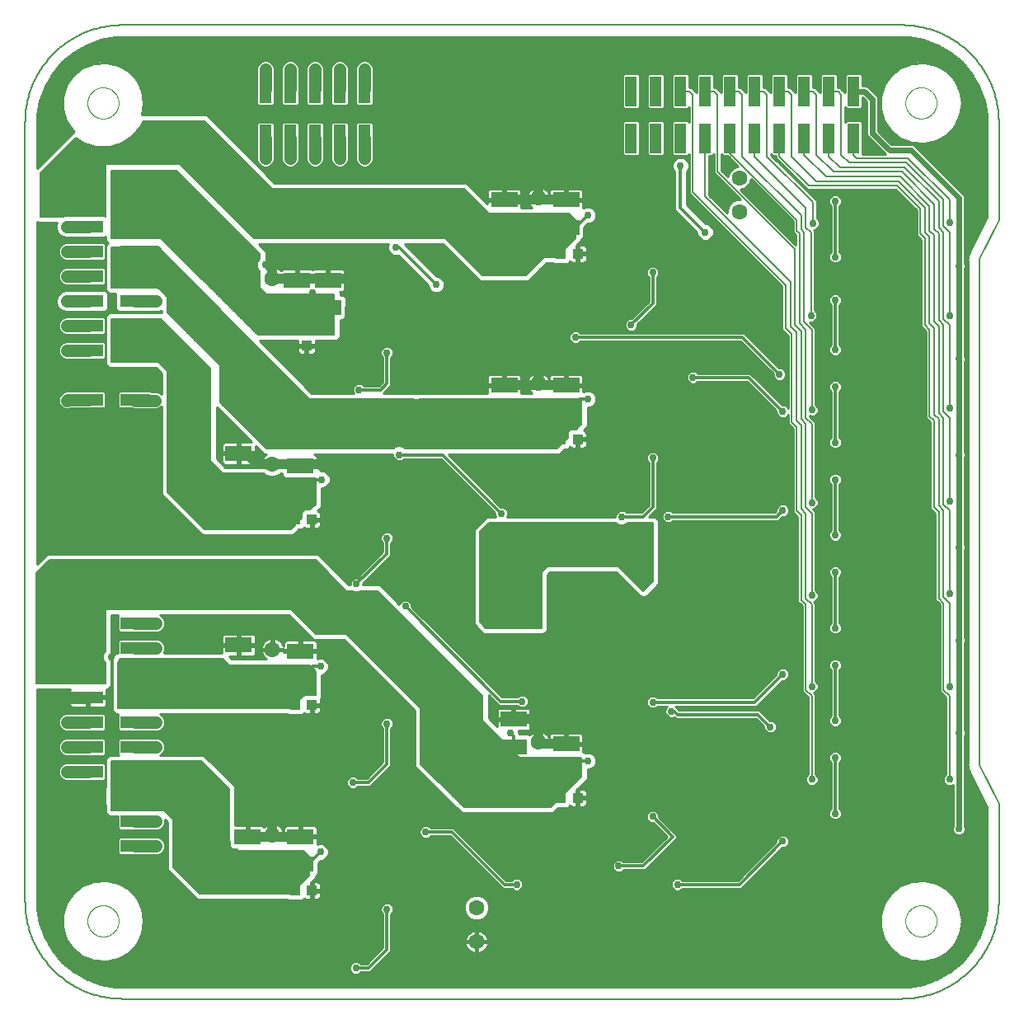
<source format=gbl>
G75*
%MOIN*%
%OFA0B0*%
%FSLAX25Y25*%
%IPPOS*%
%LPD*%
%AMOC8*
5,1,8,0,0,1.08239X$1,22.5*
%
%ADD10C,0.00600*%
%ADD11C,0.00000*%
%ADD12R,0.12000X0.05000*%
%ADD13R,0.05000X0.11500*%
%ADD14C,0.03181*%
%ADD15C,0.06299*%
%ADD16R,0.10630X0.06299*%
%ADD17R,0.04252X0.04134*%
%ADD18R,0.04134X0.04252*%
%ADD19R,0.05000X0.12000*%
%ADD20C,0.02978*%
%ADD21C,0.05000*%
%ADD22C,0.01000*%
%ADD23C,0.04000*%
%ADD24C,0.01200*%
%ADD25C,0.02400*%
%ADD26C,0.10000*%
%ADD27C,0.00800*%
D10*
X0116800Y0058370D02*
X0116800Y0373331D01*
X0130451Y0360151D02*
X0203149Y0360151D01*
X0203747Y0359553D02*
X0129853Y0359553D01*
X0129254Y0358954D02*
X0204346Y0358954D01*
X0204944Y0358356D02*
X0128656Y0358356D01*
X0128057Y0357757D02*
X0205543Y0357757D01*
X0206141Y0357159D02*
X0127459Y0357159D01*
X0126860Y0356560D02*
X0206740Y0356560D01*
X0207338Y0355962D02*
X0179838Y0355962D01*
X0179300Y0356500D02*
X0149300Y0356500D01*
X0149300Y0335289D01*
X0149087Y0335502D01*
X0132925Y0335502D01*
X0132316Y0335250D01*
X0123050Y0335250D01*
X0123050Y0352750D01*
X0137428Y0367128D01*
X0140860Y0364922D01*
X0140860Y0364922D01*
X0145749Y0363487D01*
X0150843Y0363487D01*
X0155732Y0364922D01*
X0160018Y0367677D01*
X0163354Y0371527D01*
X0163354Y0371527D01*
X0164484Y0374000D01*
X0189300Y0374000D01*
X0216800Y0346500D01*
X0294300Y0346500D01*
X0304300Y0336500D01*
X0336800Y0336500D01*
X0339300Y0334000D01*
X0339300Y0326500D01*
X0331800Y0319000D01*
X0326800Y0319000D01*
X0323903Y0316103D01*
X0323830Y0316073D01*
X0322877Y0315120D01*
X0322847Y0315047D01*
X0319300Y0311500D01*
X0301800Y0311500D01*
X0286800Y0326500D01*
X0252389Y0326500D01*
X0252174Y0326589D01*
X0250826Y0326589D01*
X0250611Y0326500D01*
X0209300Y0326500D01*
X0179300Y0356500D01*
X0180437Y0355363D02*
X0207937Y0355363D01*
X0208535Y0354765D02*
X0181035Y0354765D01*
X0181634Y0354166D02*
X0209134Y0354166D01*
X0209732Y0353568D02*
X0182232Y0353568D01*
X0182831Y0352969D02*
X0210331Y0352969D01*
X0210929Y0352371D02*
X0183429Y0352371D01*
X0184028Y0351772D02*
X0211528Y0351772D01*
X0212126Y0351174D02*
X0184626Y0351174D01*
X0185225Y0350575D02*
X0212725Y0350575D01*
X0213323Y0349977D02*
X0185823Y0349977D01*
X0186422Y0349378D02*
X0213922Y0349378D01*
X0214520Y0348780D02*
X0187020Y0348780D01*
X0187619Y0348181D02*
X0215119Y0348181D01*
X0215717Y0347583D02*
X0188217Y0347583D01*
X0188816Y0346984D02*
X0216316Y0346984D01*
X0202582Y0333218D02*
X0339300Y0333218D01*
X0339300Y0332620D02*
X0203180Y0332620D01*
X0203779Y0332021D02*
X0339300Y0332021D01*
X0339300Y0331423D02*
X0204377Y0331423D01*
X0204976Y0330824D02*
X0339300Y0330824D01*
X0339300Y0330226D02*
X0205574Y0330226D01*
X0206173Y0329627D02*
X0339300Y0329627D01*
X0339300Y0329029D02*
X0206771Y0329029D01*
X0207370Y0328430D02*
X0339300Y0328430D01*
X0339300Y0327832D02*
X0207968Y0327832D01*
X0208567Y0327233D02*
X0339300Y0327233D01*
X0339300Y0326635D02*
X0209165Y0326635D01*
X0207211Y0324839D02*
X0173461Y0324839D01*
X0174059Y0324241D02*
X0207809Y0324241D01*
X0208408Y0323642D02*
X0174658Y0323642D01*
X0175256Y0323044D02*
X0209006Y0323044D01*
X0209605Y0322445D02*
X0175855Y0322445D01*
X0176453Y0321847D02*
X0210203Y0321847D01*
X0210802Y0321248D02*
X0177052Y0321248D01*
X0177650Y0320650D02*
X0211400Y0320650D01*
X0211800Y0320250D02*
X0211800Y0318293D01*
X0211127Y0317620D01*
X0210611Y0316374D01*
X0210611Y0315026D01*
X0211127Y0313780D01*
X0211800Y0313107D01*
X0211800Y0311389D01*
X0211750Y0311269D01*
X0211750Y0309260D01*
X0211800Y0309141D01*
X0211800Y0306500D01*
X0214300Y0304000D01*
X0241800Y0304000D01*
X0241800Y0287409D01*
X0210891Y0287409D01*
X0171800Y0326500D01*
X0151800Y0326500D01*
X0151800Y0354000D01*
X0178050Y0354000D01*
X0211800Y0320250D01*
X0211800Y0320051D02*
X0178249Y0320051D01*
X0178847Y0319453D02*
X0211800Y0319453D01*
X0211800Y0318854D02*
X0179446Y0318854D01*
X0180044Y0318256D02*
X0211763Y0318256D01*
X0211164Y0317657D02*
X0180643Y0317657D01*
X0181241Y0317059D02*
X0210895Y0317059D01*
X0210647Y0316460D02*
X0181840Y0316460D01*
X0182438Y0315862D02*
X0210611Y0315862D01*
X0210611Y0315263D02*
X0183037Y0315263D01*
X0183635Y0314665D02*
X0210761Y0314665D01*
X0211009Y0314066D02*
X0184234Y0314066D01*
X0184832Y0313468D02*
X0211440Y0313468D01*
X0211800Y0312869D02*
X0185431Y0312869D01*
X0186029Y0312271D02*
X0211800Y0312271D01*
X0211800Y0311672D02*
X0186628Y0311672D01*
X0187226Y0311074D02*
X0211750Y0311074D01*
X0211750Y0310475D02*
X0187825Y0310475D01*
X0188423Y0309877D02*
X0211750Y0309877D01*
X0211750Y0309278D02*
X0189022Y0309278D01*
X0189621Y0308679D02*
X0211800Y0308679D01*
X0211800Y0308081D02*
X0190219Y0308081D01*
X0190818Y0307482D02*
X0211800Y0307482D01*
X0211800Y0306884D02*
X0191416Y0306884D01*
X0192015Y0306285D02*
X0212015Y0306285D01*
X0212613Y0305687D02*
X0192613Y0305687D01*
X0193212Y0305088D02*
X0213212Y0305088D01*
X0213810Y0304490D02*
X0193810Y0304490D01*
X0194409Y0303891D02*
X0241800Y0303891D01*
X0241800Y0303293D02*
X0195007Y0303293D01*
X0195606Y0302694D02*
X0241800Y0302694D01*
X0241800Y0302096D02*
X0196204Y0302096D01*
X0196803Y0301497D02*
X0241800Y0301497D01*
X0241800Y0300899D02*
X0197401Y0300899D01*
X0198000Y0300300D02*
X0241800Y0300300D01*
X0241800Y0299702D02*
X0198598Y0299702D01*
X0199197Y0299103D02*
X0241800Y0299103D01*
X0241800Y0298505D02*
X0199795Y0298505D01*
X0200394Y0297906D02*
X0241800Y0297906D01*
X0241800Y0297308D02*
X0200992Y0297308D01*
X0201591Y0296709D02*
X0241800Y0296709D01*
X0241800Y0296111D02*
X0202189Y0296111D01*
X0202788Y0295512D02*
X0241800Y0295512D01*
X0241800Y0294914D02*
X0203386Y0294914D01*
X0203985Y0294315D02*
X0241800Y0294315D01*
X0241800Y0293717D02*
X0204583Y0293717D01*
X0205182Y0293118D02*
X0241800Y0293118D01*
X0241800Y0292520D02*
X0205780Y0292520D01*
X0206379Y0291921D02*
X0241800Y0291921D01*
X0241800Y0291323D02*
X0206977Y0291323D01*
X0207576Y0290724D02*
X0241800Y0290724D01*
X0241800Y0290126D02*
X0208174Y0290126D01*
X0208773Y0289527D02*
X0241800Y0289527D01*
X0241800Y0288929D02*
X0209371Y0288929D01*
X0209970Y0288330D02*
X0241800Y0288330D01*
X0241800Y0287732D02*
X0210568Y0287732D01*
X0207962Y0285338D02*
X0185462Y0285338D01*
X0184864Y0285936D02*
X0207364Y0285936D01*
X0206765Y0286535D02*
X0184265Y0286535D01*
X0183667Y0287133D02*
X0206167Y0287133D01*
X0205568Y0287732D02*
X0183068Y0287732D01*
X0182470Y0288330D02*
X0204970Y0288330D01*
X0204371Y0288929D02*
X0181871Y0288929D01*
X0181273Y0289527D02*
X0203773Y0289527D01*
X0203174Y0290126D02*
X0180674Y0290126D01*
X0180076Y0290724D02*
X0202576Y0290724D01*
X0201977Y0291323D02*
X0179477Y0291323D01*
X0178879Y0291921D02*
X0201379Y0291921D01*
X0200780Y0292520D02*
X0178280Y0292520D01*
X0177682Y0293118D02*
X0200182Y0293118D01*
X0199583Y0293717D02*
X0177083Y0293717D01*
X0176485Y0294315D02*
X0198985Y0294315D01*
X0198386Y0294914D02*
X0175886Y0294914D01*
X0175288Y0295512D02*
X0197788Y0295512D01*
X0197189Y0296111D02*
X0174689Y0296111D01*
X0174300Y0296500D02*
X0174300Y0302750D01*
X0173583Y0303467D01*
X0173530Y0303595D01*
X0172292Y0304832D01*
X0172165Y0304885D01*
X0170550Y0306500D01*
X0151800Y0306500D01*
X0151800Y0322750D01*
X0170550Y0322750D01*
X0231800Y0261500D01*
X0273693Y0261500D01*
X0274451Y0261186D01*
X0275799Y0261186D01*
X0276557Y0261500D01*
X0341800Y0261500D01*
X0341800Y0251500D01*
X0339576Y0249276D01*
X0337391Y0249276D01*
X0336278Y0248163D01*
X0336278Y0245978D01*
X0331800Y0241500D01*
X0270343Y0241500D01*
X0269970Y0241873D01*
X0268724Y0242389D01*
X0267376Y0242389D01*
X0266130Y0241873D01*
X0265757Y0241500D01*
X0214300Y0241500D01*
X0195550Y0260250D01*
X0195550Y0275250D01*
X0174300Y0296500D01*
X0174300Y0296709D02*
X0196591Y0296709D01*
X0195992Y0297308D02*
X0174300Y0297308D01*
X0174300Y0297906D02*
X0195394Y0297906D01*
X0194795Y0298505D02*
X0174300Y0298505D01*
X0174300Y0299103D02*
X0194197Y0299103D01*
X0193598Y0299702D02*
X0174300Y0299702D01*
X0174300Y0300300D02*
X0193000Y0300300D01*
X0192401Y0300899D02*
X0174300Y0300899D01*
X0174300Y0301497D02*
X0191803Y0301497D01*
X0191204Y0302096D02*
X0174300Y0302096D01*
X0174300Y0302694D02*
X0190606Y0302694D01*
X0190007Y0303293D02*
X0173757Y0303293D01*
X0173234Y0303891D02*
X0189409Y0303891D01*
X0188810Y0304490D02*
X0172635Y0304490D01*
X0171962Y0305088D02*
X0188212Y0305088D01*
X0187613Y0305687D02*
X0171363Y0305687D01*
X0170765Y0306285D02*
X0187015Y0306285D01*
X0186416Y0306884D02*
X0151800Y0306884D01*
X0151800Y0307482D02*
X0185818Y0307482D01*
X0185219Y0308081D02*
X0151800Y0308081D01*
X0151800Y0308679D02*
X0184621Y0308679D01*
X0184022Y0309278D02*
X0151800Y0309278D01*
X0151800Y0309877D02*
X0183423Y0309877D01*
X0182825Y0310475D02*
X0151800Y0310475D01*
X0151800Y0311074D02*
X0182226Y0311074D01*
X0181628Y0311672D02*
X0151800Y0311672D01*
X0151800Y0312271D02*
X0181029Y0312271D01*
X0180431Y0312869D02*
X0151800Y0312869D01*
X0151800Y0313468D02*
X0179832Y0313468D01*
X0179234Y0314066D02*
X0151800Y0314066D01*
X0151800Y0314665D02*
X0178635Y0314665D01*
X0178037Y0315263D02*
X0151800Y0315263D01*
X0151800Y0315862D02*
X0177438Y0315862D01*
X0176840Y0316460D02*
X0151800Y0316460D01*
X0151800Y0317059D02*
X0176241Y0317059D01*
X0175643Y0317657D02*
X0151800Y0317657D01*
X0151800Y0318256D02*
X0175044Y0318256D01*
X0174446Y0318854D02*
X0151800Y0318854D01*
X0151800Y0319453D02*
X0173847Y0319453D01*
X0173249Y0320051D02*
X0151800Y0320051D01*
X0151800Y0320650D02*
X0172650Y0320650D01*
X0172052Y0321248D02*
X0151800Y0321248D01*
X0151800Y0321847D02*
X0171453Y0321847D01*
X0170855Y0322445D02*
X0151800Y0322445D01*
X0151800Y0326635D02*
X0205415Y0326635D01*
X0204817Y0327233D02*
X0151800Y0327233D01*
X0151800Y0327832D02*
X0204218Y0327832D01*
X0203620Y0328430D02*
X0151800Y0328430D01*
X0151800Y0329029D02*
X0203021Y0329029D01*
X0202423Y0329627D02*
X0151800Y0329627D01*
X0151800Y0330226D02*
X0201824Y0330226D01*
X0201226Y0330824D02*
X0151800Y0330824D01*
X0151800Y0331423D02*
X0200627Y0331423D01*
X0200029Y0332021D02*
X0151800Y0332021D01*
X0151800Y0332620D02*
X0199430Y0332620D01*
X0198832Y0333218D02*
X0151800Y0333218D01*
X0151800Y0333817D02*
X0198233Y0333817D01*
X0197635Y0334415D02*
X0151800Y0334415D01*
X0151800Y0335014D02*
X0197036Y0335014D01*
X0196438Y0335612D02*
X0151800Y0335612D01*
X0151800Y0336211D02*
X0195839Y0336211D01*
X0195240Y0336810D02*
X0151800Y0336810D01*
X0151800Y0337408D02*
X0194642Y0337408D01*
X0194043Y0338007D02*
X0151800Y0338007D01*
X0151800Y0338605D02*
X0193445Y0338605D01*
X0192846Y0339204D02*
X0151800Y0339204D01*
X0151800Y0339802D02*
X0192248Y0339802D01*
X0191649Y0340401D02*
X0151800Y0340401D01*
X0151800Y0340999D02*
X0191051Y0340999D01*
X0190452Y0341598D02*
X0151800Y0341598D01*
X0151800Y0342196D02*
X0189854Y0342196D01*
X0189255Y0342795D02*
X0151800Y0342795D01*
X0151800Y0343393D02*
X0188657Y0343393D01*
X0188058Y0343992D02*
X0151800Y0343992D01*
X0151800Y0344590D02*
X0187460Y0344590D01*
X0186861Y0345189D02*
X0151800Y0345189D01*
X0151800Y0345787D02*
X0186263Y0345787D01*
X0185664Y0346386D02*
X0151800Y0346386D01*
X0151800Y0346984D02*
X0185066Y0346984D01*
X0184467Y0347583D02*
X0151800Y0347583D01*
X0151800Y0348181D02*
X0183869Y0348181D01*
X0183270Y0348780D02*
X0151800Y0348780D01*
X0151800Y0349378D02*
X0182672Y0349378D01*
X0182073Y0349977D02*
X0151800Y0349977D01*
X0151800Y0350575D02*
X0181475Y0350575D01*
X0180876Y0351174D02*
X0151800Y0351174D01*
X0151800Y0351772D02*
X0180278Y0351772D01*
X0179679Y0352371D02*
X0151800Y0352371D01*
X0151800Y0352969D02*
X0179081Y0352969D01*
X0178482Y0353568D02*
X0151800Y0353568D01*
X0149300Y0353568D02*
X0123868Y0353568D01*
X0124466Y0354166D02*
X0149300Y0354166D01*
X0149300Y0354765D02*
X0125065Y0354765D01*
X0125663Y0355363D02*
X0149300Y0355363D01*
X0149300Y0355962D02*
X0126262Y0355962D01*
X0123269Y0352969D02*
X0149300Y0352969D01*
X0149300Y0352371D02*
X0123050Y0352371D01*
X0123050Y0351772D02*
X0149300Y0351772D01*
X0149300Y0351174D02*
X0123050Y0351174D01*
X0123050Y0350575D02*
X0149300Y0350575D01*
X0149300Y0349977D02*
X0123050Y0349977D01*
X0123050Y0349378D02*
X0149300Y0349378D01*
X0149300Y0348780D02*
X0123050Y0348780D01*
X0123050Y0348181D02*
X0149300Y0348181D01*
X0149300Y0347583D02*
X0123050Y0347583D01*
X0123050Y0346984D02*
X0149300Y0346984D01*
X0149300Y0346386D02*
X0123050Y0346386D01*
X0123050Y0345787D02*
X0149300Y0345787D01*
X0149300Y0345189D02*
X0123050Y0345189D01*
X0123050Y0344590D02*
X0149300Y0344590D01*
X0149300Y0343992D02*
X0123050Y0343992D01*
X0123050Y0343393D02*
X0149300Y0343393D01*
X0149300Y0342795D02*
X0123050Y0342795D01*
X0123050Y0342196D02*
X0149300Y0342196D01*
X0149300Y0341598D02*
X0123050Y0341598D01*
X0123050Y0340999D02*
X0149300Y0340999D01*
X0149300Y0340401D02*
X0123050Y0340401D01*
X0123050Y0339802D02*
X0149300Y0339802D01*
X0149300Y0339204D02*
X0123050Y0339204D01*
X0123050Y0338605D02*
X0149300Y0338605D01*
X0149300Y0338007D02*
X0123050Y0338007D01*
X0123050Y0337408D02*
X0149300Y0337408D01*
X0149300Y0336810D02*
X0123050Y0336810D01*
X0123050Y0336211D02*
X0149300Y0336211D01*
X0149300Y0335612D02*
X0123050Y0335612D01*
X0131050Y0360750D02*
X0202550Y0360750D01*
X0201952Y0361348D02*
X0131648Y0361348D01*
X0132247Y0361947D02*
X0201353Y0361947D01*
X0200755Y0362545D02*
X0132845Y0362545D01*
X0133444Y0363144D02*
X0200156Y0363144D01*
X0199557Y0363743D02*
X0151714Y0363743D01*
X0153752Y0364341D02*
X0198959Y0364341D01*
X0198360Y0364940D02*
X0155759Y0364940D01*
X0155732Y0364922D02*
X0155732Y0364922D01*
X0156690Y0365538D02*
X0197762Y0365538D01*
X0197163Y0366137D02*
X0157621Y0366137D01*
X0158553Y0366735D02*
X0196565Y0366735D01*
X0195966Y0367334D02*
X0159484Y0367334D01*
X0160018Y0367677D02*
X0160018Y0367677D01*
X0160018Y0367677D01*
X0160239Y0367932D02*
X0195368Y0367932D01*
X0194769Y0368531D02*
X0160758Y0368531D01*
X0161276Y0369129D02*
X0194171Y0369129D01*
X0193572Y0369728D02*
X0161795Y0369728D01*
X0162314Y0370326D02*
X0192974Y0370326D01*
X0192375Y0370925D02*
X0162832Y0370925D01*
X0163351Y0371523D02*
X0191777Y0371523D01*
X0191178Y0372122D02*
X0163626Y0372122D01*
X0163899Y0372720D02*
X0190580Y0372720D01*
X0189981Y0373319D02*
X0164173Y0373319D01*
X0164446Y0373917D02*
X0189383Y0373917D01*
X0189414Y0346386D02*
X0294414Y0346386D01*
X0295013Y0345787D02*
X0190013Y0345787D01*
X0190611Y0345189D02*
X0295611Y0345189D01*
X0296210Y0344590D02*
X0191210Y0344590D01*
X0191808Y0343992D02*
X0296808Y0343992D01*
X0297407Y0343393D02*
X0192407Y0343393D01*
X0193005Y0342795D02*
X0298005Y0342795D01*
X0298604Y0342196D02*
X0193604Y0342196D01*
X0194202Y0341598D02*
X0299202Y0341598D01*
X0299801Y0340999D02*
X0194801Y0340999D01*
X0195399Y0340401D02*
X0300399Y0340401D01*
X0300998Y0339802D02*
X0195998Y0339802D01*
X0196596Y0339204D02*
X0301596Y0339204D01*
X0302195Y0338605D02*
X0197195Y0338605D01*
X0197793Y0338007D02*
X0302793Y0338007D01*
X0303392Y0337408D02*
X0198392Y0337408D01*
X0198990Y0336810D02*
X0303990Y0336810D01*
X0290256Y0323044D02*
X0335844Y0323044D01*
X0336442Y0323642D02*
X0289658Y0323642D01*
X0289059Y0324241D02*
X0337041Y0324241D01*
X0337639Y0324839D02*
X0288461Y0324839D01*
X0287862Y0325438D02*
X0338238Y0325438D01*
X0338836Y0326036D02*
X0287264Y0326036D01*
X0290855Y0322445D02*
X0335245Y0322445D01*
X0334647Y0321847D02*
X0291453Y0321847D01*
X0292052Y0321248D02*
X0334048Y0321248D01*
X0333450Y0320650D02*
X0292650Y0320650D01*
X0293249Y0320051D02*
X0332851Y0320051D01*
X0332253Y0319453D02*
X0293847Y0319453D01*
X0294446Y0318854D02*
X0326654Y0318854D01*
X0326056Y0318256D02*
X0295044Y0318256D01*
X0295643Y0317657D02*
X0325457Y0317657D01*
X0324859Y0317059D02*
X0296241Y0317059D01*
X0296840Y0316460D02*
X0324260Y0316460D01*
X0323619Y0315862D02*
X0297438Y0315862D01*
X0298037Y0315263D02*
X0323020Y0315263D01*
X0322465Y0314665D02*
X0298635Y0314665D01*
X0299234Y0314066D02*
X0321866Y0314066D01*
X0321268Y0313468D02*
X0299832Y0313468D01*
X0300431Y0312869D02*
X0320669Y0312869D01*
X0320071Y0312271D02*
X0301029Y0312271D01*
X0301628Y0311672D02*
X0319472Y0311672D01*
X0339300Y0333817D02*
X0201983Y0333817D01*
X0201385Y0334415D02*
X0338885Y0334415D01*
X0338286Y0335014D02*
X0200786Y0335014D01*
X0200188Y0335612D02*
X0337688Y0335612D01*
X0337089Y0336211D02*
X0199589Y0336211D01*
X0206014Y0326036D02*
X0172264Y0326036D01*
X0172862Y0325438D02*
X0206612Y0325438D01*
X0173280Y0292520D02*
X0151800Y0292520D01*
X0151800Y0293118D02*
X0172682Y0293118D01*
X0172083Y0293717D02*
X0151800Y0293717D01*
X0151800Y0294000D02*
X0171800Y0294000D01*
X0191800Y0274000D01*
X0191800Y0236500D01*
X0196800Y0231500D01*
X0209433Y0231500D01*
X0209759Y0231365D01*
X0213559Y0231365D01*
X0213940Y0230984D01*
X0215796Y0230215D01*
X0217804Y0230215D01*
X0219660Y0230984D01*
X0220041Y0231365D01*
X0220835Y0231365D01*
X0220835Y0230575D01*
X0221948Y0229462D01*
X0234152Y0229462D01*
X0234300Y0229610D01*
X0234300Y0219000D01*
X0232076Y0216776D01*
X0229891Y0216776D01*
X0228778Y0215663D01*
X0228778Y0213478D01*
X0224300Y0209000D01*
X0189300Y0209000D01*
X0174300Y0224000D01*
X0174300Y0272750D01*
X0173583Y0273467D01*
X0173530Y0273595D01*
X0172292Y0274832D01*
X0172165Y0274885D01*
X0170550Y0276500D01*
X0151800Y0276500D01*
X0151800Y0294000D01*
X0151800Y0291921D02*
X0173879Y0291921D01*
X0174477Y0291323D02*
X0151800Y0291323D01*
X0151800Y0290724D02*
X0175076Y0290724D01*
X0175674Y0290126D02*
X0151800Y0290126D01*
X0151800Y0289527D02*
X0176273Y0289527D01*
X0176871Y0288929D02*
X0151800Y0288929D01*
X0151800Y0288330D02*
X0177470Y0288330D01*
X0178068Y0287732D02*
X0151800Y0287732D01*
X0151800Y0287133D02*
X0178667Y0287133D01*
X0179265Y0286535D02*
X0151800Y0286535D01*
X0151800Y0285936D02*
X0179864Y0285936D01*
X0180462Y0285338D02*
X0151800Y0285338D01*
X0151800Y0284739D02*
X0181061Y0284739D01*
X0181659Y0284141D02*
X0151800Y0284141D01*
X0151800Y0283542D02*
X0182258Y0283542D01*
X0182857Y0282943D02*
X0151800Y0282943D01*
X0151800Y0282345D02*
X0183455Y0282345D01*
X0184054Y0281746D02*
X0151800Y0281746D01*
X0151800Y0281148D02*
X0184652Y0281148D01*
X0185251Y0280549D02*
X0151800Y0280549D01*
X0151800Y0279951D02*
X0185849Y0279951D01*
X0186448Y0279352D02*
X0151800Y0279352D01*
X0151800Y0278754D02*
X0187046Y0278754D01*
X0187645Y0278155D02*
X0151800Y0278155D01*
X0151800Y0277557D02*
X0188243Y0277557D01*
X0188842Y0276958D02*
X0151800Y0276958D01*
X0150026Y0275163D02*
X0128050Y0275163D01*
X0150026Y0275163D01*
X0149939Y0275250D02*
X0150889Y0274300D01*
X0169639Y0274300D01*
X0172100Y0271839D01*
X0172100Y0263008D01*
X0171226Y0263882D01*
X0169976Y0264400D01*
X0167775Y0264400D01*
X0167673Y0264502D01*
X0154927Y0264502D01*
X0154400Y0263975D01*
X0154400Y0258230D01*
X0154927Y0257702D01*
X0160479Y0257702D01*
X0160726Y0257600D01*
X0169976Y0257600D01*
X0171226Y0258118D01*
X0172100Y0258992D01*
X0172100Y0257125D01*
X0128050Y0257125D01*
X0128050Y0275250D01*
X0149939Y0275250D01*
X0150889Y0274300D01*
X0169639Y0274300D01*
X0172100Y0271839D01*
X0172100Y0263008D01*
X0171226Y0263882D01*
X0169976Y0264400D01*
X0167775Y0264400D01*
X0167673Y0264502D01*
X0154927Y0264502D01*
X0154400Y0263975D01*
X0154400Y0258230D01*
X0154927Y0257702D01*
X0160479Y0257702D01*
X0160726Y0257600D01*
X0169976Y0257600D01*
X0171226Y0258118D01*
X0172100Y0258992D01*
X0172100Y0257125D01*
X0128050Y0257125D01*
X0128050Y0275250D01*
X0149939Y0275250D01*
X0150624Y0274564D02*
X0128050Y0274564D01*
X0150624Y0274564D01*
X0148673Y0264502D02*
X0133226Y0264502D01*
X0131976Y0263985D01*
X0130918Y0262926D01*
X0130400Y0261676D01*
X0130400Y0260324D01*
X0130918Y0259074D01*
X0131874Y0258118D01*
X0133124Y0257600D01*
X0134476Y0257600D01*
X0134723Y0257702D01*
X0135927Y0257702D01*
X0148673Y0257702D01*
X0149200Y0258230D01*
X0149200Y0263975D01*
X0148673Y0264502D01*
X0133226Y0264502D01*
X0131976Y0263985D01*
X0130918Y0262926D01*
X0130400Y0261676D01*
X0130400Y0260324D01*
X0130918Y0259074D01*
X0131874Y0258118D01*
X0133124Y0257600D01*
X0134476Y0257600D01*
X0134723Y0257702D01*
X0135927Y0257702D01*
X0148673Y0257702D01*
X0149200Y0258230D01*
X0149200Y0263975D01*
X0148673Y0264502D01*
X0148785Y0264390D02*
X0154814Y0264390D01*
X0148785Y0264390D01*
X0149200Y0263791D02*
X0154400Y0263791D01*
X0149200Y0263791D01*
X0149200Y0263193D02*
X0154400Y0263193D01*
X0149200Y0263193D01*
X0149200Y0262594D02*
X0154400Y0262594D01*
X0149200Y0262594D01*
X0149200Y0261996D02*
X0154400Y0261996D01*
X0149200Y0261996D01*
X0149200Y0261397D02*
X0154400Y0261397D01*
X0149200Y0261397D01*
X0149200Y0260799D02*
X0154400Y0260799D01*
X0149200Y0260799D01*
X0149200Y0260200D02*
X0154400Y0260200D01*
X0149200Y0260200D01*
X0149200Y0259602D02*
X0154400Y0259602D01*
X0149200Y0259602D01*
X0149200Y0259003D02*
X0154400Y0259003D01*
X0149200Y0259003D01*
X0149200Y0258405D02*
X0154400Y0258405D01*
X0149200Y0258405D01*
X0148776Y0257806D02*
X0154824Y0257806D01*
X0148776Y0257806D01*
X0132626Y0257806D02*
X0128050Y0257806D01*
X0132626Y0257806D01*
X0131587Y0258405D02*
X0128050Y0258405D01*
X0131587Y0258405D01*
X0130989Y0259003D02*
X0128050Y0259003D01*
X0130989Y0259003D01*
X0130699Y0259602D02*
X0128050Y0259602D01*
X0130699Y0259602D01*
X0130451Y0260200D02*
X0128050Y0260200D01*
X0130451Y0260200D01*
X0130400Y0260799D02*
X0128050Y0260799D01*
X0130400Y0260799D01*
X0130400Y0261397D02*
X0128050Y0261397D01*
X0130400Y0261397D01*
X0130532Y0261996D02*
X0128050Y0261996D01*
X0130532Y0261996D01*
X0130780Y0262594D02*
X0128050Y0262594D01*
X0130780Y0262594D01*
X0131184Y0263193D02*
X0128050Y0263193D01*
X0131184Y0263193D01*
X0131783Y0263791D02*
X0128050Y0263791D01*
X0131783Y0263791D01*
X0132954Y0264390D02*
X0128050Y0264390D01*
X0132954Y0264390D01*
X0128050Y0264988D02*
X0172100Y0264988D01*
X0128050Y0264988D01*
X0128050Y0265587D02*
X0172100Y0265587D01*
X0128050Y0265587D01*
X0128050Y0266185D02*
X0172100Y0266185D01*
X0128050Y0266185D01*
X0128050Y0266784D02*
X0172100Y0266784D01*
X0128050Y0266784D01*
X0128050Y0267382D02*
X0172100Y0267382D01*
X0128050Y0267382D01*
X0128050Y0267981D02*
X0172100Y0267981D01*
X0128050Y0267981D01*
X0128050Y0268579D02*
X0172100Y0268579D01*
X0128050Y0268579D01*
X0128050Y0269178D02*
X0172100Y0269178D01*
X0128050Y0269178D01*
X0128050Y0269776D02*
X0172100Y0269776D01*
X0128050Y0269776D01*
X0128050Y0270375D02*
X0172100Y0270375D01*
X0128050Y0270375D01*
X0128050Y0270973D02*
X0172100Y0270973D01*
X0128050Y0270973D01*
X0128050Y0271572D02*
X0172100Y0271572D01*
X0128050Y0271572D01*
X0128050Y0272170D02*
X0171768Y0272170D01*
X0128050Y0272170D01*
X0128050Y0272769D02*
X0171170Y0272769D01*
X0128050Y0272769D01*
X0128050Y0273367D02*
X0170571Y0273367D01*
X0128050Y0273367D01*
X0128050Y0273966D02*
X0169973Y0273966D01*
X0128050Y0273966D01*
X0128050Y0257208D02*
X0172100Y0257208D01*
X0128050Y0257208D01*
X0170474Y0257806D02*
X0172100Y0257806D01*
X0170474Y0257806D01*
X0171513Y0258405D02*
X0172100Y0258405D01*
X0171513Y0258405D01*
X0174300Y0258405D02*
X0191800Y0258405D01*
X0191800Y0259003D02*
X0174300Y0259003D01*
X0174300Y0259602D02*
X0191800Y0259602D01*
X0191800Y0260200D02*
X0174300Y0260200D01*
X0174300Y0260799D02*
X0191800Y0260799D01*
X0191800Y0261397D02*
X0174300Y0261397D01*
X0174300Y0261996D02*
X0191800Y0261996D01*
X0191800Y0262594D02*
X0174300Y0262594D01*
X0174300Y0263193D02*
X0191800Y0263193D01*
X0191800Y0263791D02*
X0174300Y0263791D01*
X0174300Y0264390D02*
X0191800Y0264390D01*
X0191800Y0264988D02*
X0174300Y0264988D01*
X0174300Y0265587D02*
X0191800Y0265587D01*
X0191800Y0266185D02*
X0174300Y0266185D01*
X0174300Y0266784D02*
X0191800Y0266784D01*
X0191800Y0267382D02*
X0174300Y0267382D01*
X0174300Y0267981D02*
X0191800Y0267981D01*
X0191800Y0268579D02*
X0174300Y0268579D01*
X0174300Y0269178D02*
X0191800Y0269178D01*
X0191800Y0269776D02*
X0174300Y0269776D01*
X0174300Y0270375D02*
X0191800Y0270375D01*
X0191800Y0270973D02*
X0174300Y0270973D01*
X0174300Y0271572D02*
X0191800Y0271572D01*
X0191800Y0272170D02*
X0174300Y0272170D01*
X0174281Y0272769D02*
X0191800Y0272769D01*
X0191800Y0273367D02*
X0173683Y0273367D01*
X0173159Y0273966D02*
X0191800Y0273966D01*
X0191236Y0274564D02*
X0172561Y0274564D01*
X0171887Y0275163D02*
X0190637Y0275163D01*
X0190039Y0275761D02*
X0171289Y0275761D01*
X0170690Y0276360D02*
X0189440Y0276360D01*
X0192046Y0278754D02*
X0214546Y0278754D01*
X0213948Y0279352D02*
X0191448Y0279352D01*
X0190849Y0279951D02*
X0213349Y0279951D01*
X0212751Y0280549D02*
X0190251Y0280549D01*
X0189652Y0281148D02*
X0212152Y0281148D01*
X0211554Y0281746D02*
X0189054Y0281746D01*
X0188455Y0282345D02*
X0210955Y0282345D01*
X0210357Y0282943D02*
X0187857Y0282943D01*
X0187258Y0283542D02*
X0209758Y0283542D01*
X0209159Y0284141D02*
X0186659Y0284141D01*
X0186061Y0284739D02*
X0208561Y0284739D01*
X0215145Y0278155D02*
X0192645Y0278155D01*
X0193243Y0277557D02*
X0215743Y0277557D01*
X0216342Y0276958D02*
X0193842Y0276958D01*
X0194440Y0276360D02*
X0216940Y0276360D01*
X0217539Y0275761D02*
X0195039Y0275761D01*
X0195550Y0275163D02*
X0218137Y0275163D01*
X0218736Y0274564D02*
X0195550Y0274564D01*
X0195550Y0273966D02*
X0219334Y0273966D01*
X0219933Y0273367D02*
X0195550Y0273367D01*
X0195550Y0272769D02*
X0220531Y0272769D01*
X0221130Y0272170D02*
X0195550Y0272170D01*
X0195550Y0271572D02*
X0221728Y0271572D01*
X0222327Y0270973D02*
X0195550Y0270973D01*
X0195550Y0270375D02*
X0222925Y0270375D01*
X0223524Y0269776D02*
X0195550Y0269776D01*
X0195550Y0269178D02*
X0224122Y0269178D01*
X0224721Y0268579D02*
X0195550Y0268579D01*
X0195550Y0267981D02*
X0225319Y0267981D01*
X0225918Y0267382D02*
X0195550Y0267382D01*
X0195550Y0266784D02*
X0226516Y0266784D01*
X0227115Y0266185D02*
X0195550Y0266185D01*
X0195550Y0265587D02*
X0227713Y0265587D01*
X0228312Y0264988D02*
X0195550Y0264988D01*
X0195550Y0264390D02*
X0228910Y0264390D01*
X0229509Y0263791D02*
X0195550Y0263791D01*
X0195550Y0263193D02*
X0230107Y0263193D01*
X0230706Y0262594D02*
X0195550Y0262594D01*
X0195550Y0261996D02*
X0231304Y0261996D01*
X0245550Y0282750D02*
X0258050Y0282750D01*
X0258050Y0299000D01*
X0246315Y0299000D01*
X0246315Y0294634D01*
X0245550Y0293869D01*
X0245550Y0282750D01*
X0245550Y0282943D02*
X0258050Y0282943D01*
X0258050Y0283542D02*
X0245550Y0283542D01*
X0245550Y0284141D02*
X0258050Y0284141D01*
X0258050Y0284739D02*
X0245550Y0284739D01*
X0245550Y0285338D02*
X0258050Y0285338D01*
X0258050Y0285936D02*
X0245550Y0285936D01*
X0245550Y0286535D02*
X0258050Y0286535D01*
X0258050Y0287133D02*
X0245550Y0287133D01*
X0245550Y0287732D02*
X0258050Y0287732D01*
X0258050Y0288330D02*
X0245550Y0288330D01*
X0245550Y0288929D02*
X0258050Y0288929D01*
X0258050Y0289527D02*
X0245550Y0289527D01*
X0245550Y0290126D02*
X0258050Y0290126D01*
X0258050Y0290724D02*
X0245550Y0290724D01*
X0245550Y0291323D02*
X0258050Y0291323D01*
X0258050Y0291921D02*
X0245550Y0291921D01*
X0245550Y0292520D02*
X0258050Y0292520D01*
X0258050Y0293118D02*
X0245550Y0293118D01*
X0245550Y0293717D02*
X0258050Y0293717D01*
X0258050Y0294315D02*
X0245996Y0294315D01*
X0246315Y0294914D02*
X0258050Y0294914D01*
X0258050Y0295512D02*
X0246315Y0295512D01*
X0246315Y0296111D02*
X0258050Y0296111D01*
X0258050Y0296709D02*
X0246315Y0296709D01*
X0246315Y0297308D02*
X0258050Y0297308D01*
X0258050Y0297906D02*
X0246315Y0297906D01*
X0246315Y0298505D02*
X0258050Y0298505D01*
X0273941Y0261397D02*
X0195550Y0261397D01*
X0195550Y0260799D02*
X0341800Y0260799D01*
X0341800Y0261397D02*
X0276309Y0261397D01*
X0269072Y0242245D02*
X0332545Y0242245D01*
X0333143Y0242843D02*
X0212957Y0242843D01*
X0213555Y0242245D02*
X0267028Y0242245D01*
X0265903Y0241646D02*
X0214154Y0241646D01*
X0212358Y0243442D02*
X0333742Y0243442D01*
X0334340Y0244040D02*
X0211760Y0244040D01*
X0211161Y0244639D02*
X0334939Y0244639D01*
X0335537Y0245237D02*
X0210563Y0245237D01*
X0209964Y0245836D02*
X0336136Y0245836D01*
X0336278Y0246434D02*
X0209366Y0246434D01*
X0208767Y0247033D02*
X0336278Y0247033D01*
X0336278Y0247631D02*
X0208169Y0247631D01*
X0207570Y0248230D02*
X0336345Y0248230D01*
X0336943Y0248828D02*
X0206972Y0248828D01*
X0206373Y0249427D02*
X0339727Y0249427D01*
X0340325Y0250025D02*
X0205775Y0250025D01*
X0205176Y0250624D02*
X0340924Y0250624D01*
X0341522Y0251222D02*
X0204578Y0251222D01*
X0203979Y0251821D02*
X0341800Y0251821D01*
X0341800Y0252419D02*
X0203381Y0252419D01*
X0202782Y0253018D02*
X0341800Y0253018D01*
X0341800Y0253616D02*
X0202184Y0253616D01*
X0201585Y0254215D02*
X0341800Y0254215D01*
X0341800Y0254813D02*
X0200987Y0254813D01*
X0200388Y0255412D02*
X0341800Y0255412D01*
X0341800Y0256010D02*
X0199790Y0256010D01*
X0199191Y0256609D02*
X0341800Y0256609D01*
X0341800Y0257208D02*
X0198592Y0257208D01*
X0197994Y0257806D02*
X0341800Y0257806D01*
X0341800Y0258405D02*
X0197395Y0258405D01*
X0196797Y0259003D02*
X0341800Y0259003D01*
X0341800Y0259602D02*
X0196198Y0259602D01*
X0195600Y0260200D02*
X0341800Y0260200D01*
X0353050Y0256500D02*
X0365550Y0256500D01*
X0365550Y0240250D01*
X0353050Y0240250D01*
X0353050Y0256500D01*
X0353050Y0256010D02*
X0365550Y0256010D01*
X0365550Y0255412D02*
X0353050Y0255412D01*
X0353050Y0254813D02*
X0365550Y0254813D01*
X0365550Y0254215D02*
X0353050Y0254215D01*
X0353050Y0253616D02*
X0365550Y0253616D01*
X0365550Y0253018D02*
X0353050Y0253018D01*
X0353050Y0252419D02*
X0365550Y0252419D01*
X0365550Y0251821D02*
X0353050Y0251821D01*
X0353050Y0251222D02*
X0365550Y0251222D01*
X0365550Y0250624D02*
X0353050Y0250624D01*
X0353050Y0250025D02*
X0365550Y0250025D01*
X0365550Y0249427D02*
X0353050Y0249427D01*
X0353050Y0248828D02*
X0365550Y0248828D01*
X0365550Y0248230D02*
X0353050Y0248230D01*
X0353050Y0247631D02*
X0365550Y0247631D01*
X0365550Y0247033D02*
X0353050Y0247033D01*
X0353050Y0246434D02*
X0365550Y0246434D01*
X0365550Y0245836D02*
X0353050Y0245836D01*
X0353050Y0245237D02*
X0365550Y0245237D01*
X0365550Y0244639D02*
X0353050Y0244639D01*
X0353050Y0244040D02*
X0365550Y0244040D01*
X0365550Y0243442D02*
X0353050Y0243442D01*
X0353050Y0242843D02*
X0365550Y0242843D01*
X0365550Y0242245D02*
X0353050Y0242245D01*
X0353050Y0241646D02*
X0365550Y0241646D01*
X0365550Y0241048D02*
X0353050Y0241048D01*
X0353050Y0240449D02*
X0365550Y0240449D01*
X0331946Y0241646D02*
X0270197Y0241646D01*
X0258050Y0225250D02*
X0258050Y0209000D01*
X0245550Y0209000D01*
X0245550Y0225250D01*
X0258050Y0225250D01*
X0258050Y0224888D02*
X0245550Y0224888D01*
X0245550Y0224289D02*
X0258050Y0224289D01*
X0258050Y0223691D02*
X0245550Y0223691D01*
X0245550Y0223092D02*
X0258050Y0223092D01*
X0258050Y0222494D02*
X0245550Y0222494D01*
X0245550Y0221895D02*
X0258050Y0221895D01*
X0258050Y0221297D02*
X0245550Y0221297D01*
X0245550Y0220698D02*
X0258050Y0220698D01*
X0258050Y0220100D02*
X0245550Y0220100D01*
X0245550Y0219501D02*
X0258050Y0219501D01*
X0258050Y0218903D02*
X0245550Y0218903D01*
X0245550Y0218304D02*
X0258050Y0218304D01*
X0258050Y0217706D02*
X0245550Y0217706D01*
X0245550Y0217107D02*
X0258050Y0217107D01*
X0258050Y0216509D02*
X0245550Y0216509D01*
X0245550Y0215910D02*
X0258050Y0215910D01*
X0258050Y0215312D02*
X0245550Y0215312D01*
X0245550Y0214713D02*
X0258050Y0214713D01*
X0258050Y0214115D02*
X0245550Y0214115D01*
X0245550Y0213516D02*
X0258050Y0213516D01*
X0258050Y0212918D02*
X0245550Y0212918D01*
X0245550Y0212319D02*
X0258050Y0212319D01*
X0258050Y0211721D02*
X0245550Y0211721D01*
X0245550Y0211122D02*
X0258050Y0211122D01*
X0258050Y0210524D02*
X0245550Y0210524D01*
X0245550Y0209925D02*
X0258050Y0209925D01*
X0258050Y0209327D02*
X0245550Y0209327D01*
X0234203Y0218903D02*
X0179397Y0218903D01*
X0178799Y0219501D02*
X0234300Y0219501D01*
X0234300Y0220100D02*
X0178200Y0220100D01*
X0177602Y0220698D02*
X0234300Y0220698D01*
X0234300Y0221297D02*
X0177003Y0221297D01*
X0176405Y0221895D02*
X0234300Y0221895D01*
X0234300Y0222494D02*
X0175806Y0222494D01*
X0175208Y0223092D02*
X0234300Y0223092D01*
X0234300Y0223691D02*
X0174609Y0223691D01*
X0174300Y0224289D02*
X0234300Y0224289D01*
X0234300Y0224888D02*
X0174300Y0224888D01*
X0174300Y0225486D02*
X0234300Y0225486D01*
X0234300Y0226085D02*
X0174300Y0226085D01*
X0174300Y0226683D02*
X0234300Y0226683D01*
X0234300Y0227282D02*
X0174300Y0227282D01*
X0174300Y0227880D02*
X0234300Y0227880D01*
X0234300Y0228479D02*
X0174300Y0228479D01*
X0174300Y0229077D02*
X0234300Y0229077D01*
X0221734Y0229676D02*
X0174300Y0229676D01*
X0174300Y0230274D02*
X0215652Y0230274D01*
X0214207Y0230873D02*
X0174300Y0230873D01*
X0174300Y0231472D02*
X0209502Y0231472D01*
X0217948Y0230274D02*
X0221136Y0230274D01*
X0220835Y0230873D02*
X0219393Y0230873D01*
X0229624Y0216509D02*
X0181791Y0216509D01*
X0181193Y0217107D02*
X0232407Y0217107D01*
X0233006Y0217706D02*
X0180594Y0217706D01*
X0179996Y0218304D02*
X0233604Y0218304D01*
X0229025Y0215910D02*
X0182390Y0215910D01*
X0182988Y0215312D02*
X0228778Y0215312D01*
X0228778Y0214713D02*
X0183587Y0214713D01*
X0184185Y0214115D02*
X0228778Y0214115D01*
X0228778Y0213516D02*
X0184784Y0213516D01*
X0185382Y0212918D02*
X0228218Y0212918D01*
X0227619Y0212319D02*
X0185981Y0212319D01*
X0186579Y0211721D02*
X0227021Y0211721D01*
X0226422Y0211122D02*
X0187178Y0211122D01*
X0187776Y0210524D02*
X0225824Y0210524D01*
X0225225Y0209925D02*
X0188375Y0209925D01*
X0188973Y0209327D02*
X0224627Y0209327D01*
X0234300Y0196500D02*
X0246800Y0184000D01*
X0248757Y0184000D01*
X0248880Y0183877D01*
X0250126Y0183361D01*
X0251474Y0183361D01*
X0252720Y0183877D01*
X0252843Y0184000D01*
X0259300Y0184000D01*
X0301800Y0141500D01*
X0301800Y0131500D01*
X0316800Y0116500D01*
X0341800Y0116500D01*
X0341800Y0109000D01*
X0329300Y0096500D01*
X0294300Y0096500D01*
X0276800Y0114000D01*
X0276800Y0136500D01*
X0246800Y0166500D01*
X0234300Y0166500D01*
X0224300Y0176500D01*
X0149300Y0176500D01*
X0149300Y0159543D01*
X0148877Y0159120D01*
X0148361Y0157874D01*
X0148361Y0156526D01*
X0148877Y0155280D01*
X0149300Y0154857D01*
X0149300Y0146500D01*
X0121400Y0146500D01*
X0121400Y0191100D01*
X0126800Y0196500D01*
X0234300Y0196500D01*
X0234641Y0196159D02*
X0126459Y0196159D01*
X0125861Y0195561D02*
X0235239Y0195561D01*
X0235838Y0194962D02*
X0125262Y0194962D01*
X0124664Y0194364D02*
X0236436Y0194364D01*
X0237035Y0193765D02*
X0124065Y0193765D01*
X0123467Y0193167D02*
X0237633Y0193167D01*
X0238232Y0192568D02*
X0122868Y0192568D01*
X0122270Y0191970D02*
X0238830Y0191970D01*
X0239429Y0191371D02*
X0121671Y0191371D01*
X0121400Y0190773D02*
X0240027Y0190773D01*
X0240626Y0190174D02*
X0121400Y0190174D01*
X0121400Y0189576D02*
X0241224Y0189576D01*
X0241823Y0188977D02*
X0121400Y0188977D01*
X0121400Y0188379D02*
X0242421Y0188379D01*
X0243020Y0187780D02*
X0121400Y0187780D01*
X0121400Y0187182D02*
X0243618Y0187182D01*
X0244217Y0186583D02*
X0121400Y0186583D01*
X0121400Y0185985D02*
X0244815Y0185985D01*
X0245414Y0185386D02*
X0121400Y0185386D01*
X0121400Y0184788D02*
X0246012Y0184788D01*
X0246611Y0184189D02*
X0121400Y0184189D01*
X0121400Y0183591D02*
X0249572Y0183591D01*
X0252028Y0183591D02*
X0259709Y0183591D01*
X0260308Y0182992D02*
X0121400Y0182992D01*
X0121400Y0182394D02*
X0260906Y0182394D01*
X0261505Y0181795D02*
X0121400Y0181795D01*
X0121400Y0181197D02*
X0262103Y0181197D01*
X0262702Y0180598D02*
X0121400Y0180598D01*
X0121400Y0180000D02*
X0263300Y0180000D01*
X0263899Y0179401D02*
X0121400Y0179401D01*
X0121400Y0178803D02*
X0264497Y0178803D01*
X0265096Y0178204D02*
X0121400Y0178204D01*
X0121400Y0177605D02*
X0265695Y0177605D01*
X0266293Y0177007D02*
X0121400Y0177007D01*
X0121400Y0176408D02*
X0149300Y0176408D01*
X0149300Y0175810D02*
X0121400Y0175810D01*
X0121400Y0175211D02*
X0149300Y0175211D01*
X0149300Y0174613D02*
X0121400Y0174613D01*
X0121400Y0174014D02*
X0149300Y0174014D01*
X0149300Y0173416D02*
X0121400Y0173416D01*
X0121400Y0172817D02*
X0149300Y0172817D01*
X0149300Y0172219D02*
X0121400Y0172219D01*
X0121400Y0171620D02*
X0149300Y0171620D01*
X0149300Y0171022D02*
X0121400Y0171022D01*
X0121400Y0170423D02*
X0149300Y0170423D01*
X0149300Y0169825D02*
X0121400Y0169825D01*
X0121400Y0169226D02*
X0149300Y0169226D01*
X0149300Y0168628D02*
X0121400Y0168628D01*
X0121400Y0168029D02*
X0149300Y0168029D01*
X0149300Y0167431D02*
X0121400Y0167431D01*
X0121400Y0166832D02*
X0149300Y0166832D01*
X0149300Y0166234D02*
X0121400Y0166234D01*
X0121400Y0165635D02*
X0149300Y0165635D01*
X0149300Y0165037D02*
X0121400Y0165037D01*
X0121400Y0164438D02*
X0149300Y0164438D01*
X0149300Y0163840D02*
X0121400Y0163840D01*
X0121400Y0163241D02*
X0149300Y0163241D01*
X0149300Y0162643D02*
X0121400Y0162643D01*
X0121400Y0162044D02*
X0149300Y0162044D01*
X0149300Y0161446D02*
X0121400Y0161446D01*
X0121400Y0160847D02*
X0149300Y0160847D01*
X0149300Y0160249D02*
X0121400Y0160249D01*
X0121400Y0159650D02*
X0149300Y0159650D01*
X0148849Y0159052D02*
X0121400Y0159052D01*
X0121400Y0158453D02*
X0148601Y0158453D01*
X0148361Y0157855D02*
X0121400Y0157855D01*
X0121400Y0157256D02*
X0148361Y0157256D01*
X0148361Y0156658D02*
X0121400Y0156658D01*
X0121400Y0156059D02*
X0148554Y0156059D01*
X0148802Y0155461D02*
X0121400Y0155461D01*
X0121400Y0154862D02*
X0149295Y0154862D01*
X0149300Y0154264D02*
X0121400Y0154264D01*
X0121400Y0153665D02*
X0149300Y0153665D01*
X0149300Y0153067D02*
X0121400Y0153067D01*
X0121400Y0152468D02*
X0149300Y0152468D01*
X0149300Y0151870D02*
X0121400Y0151870D01*
X0121400Y0151271D02*
X0149300Y0151271D01*
X0149300Y0150672D02*
X0121400Y0150672D01*
X0121400Y0150074D02*
X0149300Y0150074D01*
X0149300Y0149475D02*
X0121400Y0149475D01*
X0121400Y0148877D02*
X0149300Y0148877D01*
X0149300Y0148278D02*
X0121400Y0148278D01*
X0121400Y0147680D02*
X0149300Y0147680D01*
X0149300Y0147081D02*
X0121400Y0147081D01*
X0154300Y0147081D02*
X0234300Y0147081D01*
X0234300Y0146483D02*
X0154300Y0146483D01*
X0154300Y0145884D02*
X0234300Y0145884D01*
X0234300Y0145286D02*
X0154300Y0145286D01*
X0154300Y0144687D02*
X0234300Y0144687D01*
X0234300Y0144089D02*
X0154300Y0144089D01*
X0154300Y0143490D02*
X0234300Y0143490D01*
X0234300Y0142892D02*
X0154300Y0142892D01*
X0154300Y0142293D02*
X0234300Y0142293D01*
X0234300Y0141776D02*
X0229891Y0141776D01*
X0229615Y0141500D01*
X0229300Y0141500D01*
X0224300Y0136500D01*
X0176639Y0136500D01*
X0176424Y0136589D01*
X0175076Y0136589D01*
X0174861Y0136500D01*
X0154300Y0136500D01*
X0154300Y0154957D01*
X0154623Y0155280D01*
X0155124Y0156490D01*
X0170675Y0156490D01*
X0170700Y0156500D01*
X0196800Y0156500D01*
X0199300Y0154000D01*
X0231800Y0154000D01*
X0234300Y0151500D01*
X0234300Y0141776D01*
X0229810Y0141695D02*
X0154300Y0141695D01*
X0154300Y0141096D02*
X0228896Y0141096D01*
X0228298Y0140498D02*
X0154300Y0140498D01*
X0154300Y0139899D02*
X0227699Y0139899D01*
X0227101Y0139301D02*
X0154300Y0139301D01*
X0154300Y0138702D02*
X0226502Y0138702D01*
X0225904Y0138104D02*
X0154300Y0138104D01*
X0154300Y0137505D02*
X0225305Y0137505D01*
X0224707Y0136907D02*
X0154300Y0136907D01*
X0154300Y0147680D02*
X0234300Y0147680D01*
X0234300Y0148278D02*
X0154300Y0148278D01*
X0154300Y0148877D02*
X0234300Y0148877D01*
X0234300Y0149475D02*
X0154300Y0149475D01*
X0154300Y0150074D02*
X0234300Y0150074D01*
X0234300Y0150672D02*
X0154300Y0150672D01*
X0154300Y0151271D02*
X0234300Y0151271D01*
X0233930Y0151870D02*
X0154300Y0151870D01*
X0154300Y0152468D02*
X0233332Y0152468D01*
X0232733Y0153067D02*
X0154300Y0153067D01*
X0154300Y0153665D02*
X0232135Y0153665D01*
X0245550Y0149000D02*
X0258050Y0149000D01*
X0258050Y0132750D01*
X0245550Y0132750D01*
X0245550Y0149000D01*
X0245550Y0148877D02*
X0258050Y0148877D01*
X0258050Y0148278D02*
X0245550Y0148278D01*
X0245550Y0147680D02*
X0258050Y0147680D01*
X0258050Y0147081D02*
X0245550Y0147081D01*
X0245550Y0146483D02*
X0258050Y0146483D01*
X0258050Y0145884D02*
X0245550Y0145884D01*
X0245550Y0145286D02*
X0258050Y0145286D01*
X0258050Y0144687D02*
X0245550Y0144687D01*
X0245550Y0144089D02*
X0258050Y0144089D01*
X0258050Y0143490D02*
X0245550Y0143490D01*
X0245550Y0142892D02*
X0258050Y0142892D01*
X0258050Y0142293D02*
X0245550Y0142293D01*
X0245550Y0141695D02*
X0258050Y0141695D01*
X0258050Y0141096D02*
X0245550Y0141096D01*
X0245550Y0140498D02*
X0258050Y0140498D01*
X0258050Y0139899D02*
X0245550Y0139899D01*
X0245550Y0139301D02*
X0258050Y0139301D01*
X0258050Y0138702D02*
X0245550Y0138702D01*
X0245550Y0138104D02*
X0258050Y0138104D01*
X0258050Y0137505D02*
X0245550Y0137505D01*
X0245550Y0136907D02*
X0258050Y0136907D01*
X0258050Y0136308D02*
X0245550Y0136308D01*
X0245550Y0135710D02*
X0258050Y0135710D01*
X0258050Y0135111D02*
X0245550Y0135111D01*
X0245550Y0134513D02*
X0258050Y0134513D01*
X0258050Y0133914D02*
X0245550Y0133914D01*
X0245550Y0133316D02*
X0258050Y0133316D01*
X0269211Y0144089D02*
X0299211Y0144089D01*
X0298613Y0144687D02*
X0268613Y0144687D01*
X0268014Y0145286D02*
X0298014Y0145286D01*
X0297416Y0145884D02*
X0267416Y0145884D01*
X0266817Y0146483D02*
X0296817Y0146483D01*
X0296219Y0147081D02*
X0266219Y0147081D01*
X0265620Y0147680D02*
X0295620Y0147680D01*
X0295022Y0148278D02*
X0265022Y0148278D01*
X0264423Y0148877D02*
X0294423Y0148877D01*
X0293825Y0149475D02*
X0263825Y0149475D01*
X0263226Y0150074D02*
X0293226Y0150074D01*
X0292628Y0150672D02*
X0262628Y0150672D01*
X0262029Y0151271D02*
X0292029Y0151271D01*
X0291430Y0151870D02*
X0261430Y0151870D01*
X0260832Y0152468D02*
X0290832Y0152468D01*
X0290233Y0153067D02*
X0260233Y0153067D01*
X0259635Y0153665D02*
X0289635Y0153665D01*
X0289036Y0154264D02*
X0259036Y0154264D01*
X0258438Y0154862D02*
X0288438Y0154862D01*
X0287839Y0155461D02*
X0257839Y0155461D01*
X0257241Y0156059D02*
X0287241Y0156059D01*
X0286642Y0156658D02*
X0256642Y0156658D01*
X0256044Y0157256D02*
X0286044Y0157256D01*
X0285445Y0157855D02*
X0255445Y0157855D01*
X0254847Y0158453D02*
X0284847Y0158453D01*
X0284248Y0159052D02*
X0254248Y0159052D01*
X0253650Y0159650D02*
X0283650Y0159650D01*
X0283051Y0160249D02*
X0253051Y0160249D01*
X0252453Y0160847D02*
X0282453Y0160847D01*
X0281854Y0161446D02*
X0251854Y0161446D01*
X0251256Y0162044D02*
X0281256Y0162044D01*
X0280657Y0162643D02*
X0250657Y0162643D01*
X0250059Y0163241D02*
X0280059Y0163241D01*
X0279460Y0163840D02*
X0249460Y0163840D01*
X0248862Y0164438D02*
X0278862Y0164438D01*
X0278263Y0165037D02*
X0248263Y0165037D01*
X0247665Y0165635D02*
X0277665Y0165635D01*
X0277066Y0166234D02*
X0247066Y0166234D01*
X0233968Y0166832D02*
X0276468Y0166832D01*
X0275869Y0167431D02*
X0233369Y0167431D01*
X0232771Y0168029D02*
X0275271Y0168029D01*
X0274672Y0168628D02*
X0232172Y0168628D01*
X0231574Y0169226D02*
X0274074Y0169226D01*
X0273475Y0169825D02*
X0230975Y0169825D01*
X0230377Y0170423D02*
X0272877Y0170423D01*
X0272278Y0171022D02*
X0229778Y0171022D01*
X0229180Y0171620D02*
X0271680Y0171620D01*
X0271081Y0172219D02*
X0228581Y0172219D01*
X0227983Y0172817D02*
X0270483Y0172817D01*
X0269884Y0173416D02*
X0227384Y0173416D01*
X0226786Y0174014D02*
X0269286Y0174014D01*
X0268687Y0174613D02*
X0226187Y0174613D01*
X0225589Y0175211D02*
X0268089Y0175211D01*
X0267490Y0175810D02*
X0224990Y0175810D01*
X0224392Y0176408D02*
X0266892Y0176408D01*
X0300550Y0176408D02*
X0325550Y0176408D01*
X0325550Y0175810D02*
X0300550Y0175810D01*
X0300550Y0175211D02*
X0325550Y0175211D01*
X0325550Y0174613D02*
X0300550Y0174613D01*
X0300550Y0174014D02*
X0325550Y0174014D01*
X0325550Y0173416D02*
X0300550Y0173416D01*
X0300550Y0172817D02*
X0325550Y0172817D01*
X0325550Y0172219D02*
X0300550Y0172219D01*
X0300550Y0171620D02*
X0325550Y0171620D01*
X0325550Y0171022D02*
X0301028Y0171022D01*
X0300550Y0171500D02*
X0300550Y0207750D01*
X0304300Y0211500D01*
X0355757Y0211500D01*
X0356130Y0211127D01*
X0357376Y0210611D01*
X0358724Y0210611D01*
X0359970Y0211127D01*
X0360343Y0211500D01*
X0370550Y0211500D01*
X0370550Y0187750D01*
X0366800Y0184000D01*
X0356800Y0194000D01*
X0328050Y0194000D01*
X0325550Y0191500D01*
X0325550Y0169000D01*
X0303050Y0169000D01*
X0300550Y0171500D01*
X0301627Y0170423D02*
X0325550Y0170423D01*
X0325550Y0169825D02*
X0302225Y0169825D01*
X0302824Y0169226D02*
X0325550Y0169226D01*
X0328050Y0169226D02*
X0365550Y0169226D01*
X0365550Y0169000D02*
X0328050Y0169000D01*
X0328050Y0190250D01*
X0329300Y0191500D01*
X0355550Y0191500D01*
X0365550Y0181500D01*
X0365550Y0169000D01*
X0365550Y0169825D02*
X0328050Y0169825D01*
X0328050Y0170423D02*
X0365550Y0170423D01*
X0365550Y0171022D02*
X0328050Y0171022D01*
X0328050Y0171620D02*
X0365550Y0171620D01*
X0365550Y0172219D02*
X0328050Y0172219D01*
X0328050Y0172817D02*
X0365550Y0172817D01*
X0365550Y0173416D02*
X0328050Y0173416D01*
X0328050Y0174014D02*
X0365550Y0174014D01*
X0365550Y0174613D02*
X0328050Y0174613D01*
X0328050Y0175211D02*
X0365550Y0175211D01*
X0365550Y0175810D02*
X0328050Y0175810D01*
X0328050Y0176408D02*
X0365550Y0176408D01*
X0365550Y0177007D02*
X0328050Y0177007D01*
X0328050Y0177605D02*
X0365550Y0177605D01*
X0365550Y0178204D02*
X0328050Y0178204D01*
X0328050Y0178803D02*
X0365550Y0178803D01*
X0365550Y0179401D02*
X0328050Y0179401D01*
X0328050Y0180000D02*
X0365550Y0180000D01*
X0365550Y0180598D02*
X0328050Y0180598D01*
X0328050Y0181197D02*
X0365550Y0181197D01*
X0365255Y0181795D02*
X0328050Y0181795D01*
X0328050Y0182394D02*
X0364656Y0182394D01*
X0364058Y0182992D02*
X0328050Y0182992D01*
X0328050Y0183591D02*
X0363459Y0183591D01*
X0362861Y0184189D02*
X0328050Y0184189D01*
X0328050Y0184788D02*
X0362262Y0184788D01*
X0361664Y0185386D02*
X0328050Y0185386D01*
X0328050Y0185985D02*
X0361065Y0185985D01*
X0360467Y0186583D02*
X0328050Y0186583D01*
X0328050Y0187182D02*
X0359868Y0187182D01*
X0359270Y0187780D02*
X0328050Y0187780D01*
X0328050Y0188379D02*
X0358671Y0188379D01*
X0358073Y0188977D02*
X0328050Y0188977D01*
X0328050Y0189576D02*
X0357474Y0189576D01*
X0356876Y0190174D02*
X0328050Y0190174D01*
X0328573Y0190773D02*
X0356277Y0190773D01*
X0355679Y0191371D02*
X0329171Y0191371D01*
X0327217Y0193167D02*
X0300550Y0193167D01*
X0300550Y0193765D02*
X0327815Y0193765D01*
X0326618Y0192568D02*
X0300550Y0192568D01*
X0300550Y0191970D02*
X0326020Y0191970D01*
X0325550Y0191371D02*
X0300550Y0191371D01*
X0300550Y0190773D02*
X0325550Y0190773D01*
X0325550Y0190174D02*
X0300550Y0190174D01*
X0300550Y0189576D02*
X0325550Y0189576D01*
X0325550Y0188977D02*
X0300550Y0188977D01*
X0300550Y0188379D02*
X0325550Y0188379D01*
X0325550Y0187780D02*
X0300550Y0187780D01*
X0300550Y0187182D02*
X0325550Y0187182D01*
X0325550Y0186583D02*
X0300550Y0186583D01*
X0300550Y0185985D02*
X0325550Y0185985D01*
X0325550Y0185386D02*
X0300550Y0185386D01*
X0300550Y0184788D02*
X0325550Y0184788D01*
X0325550Y0184189D02*
X0300550Y0184189D01*
X0300550Y0183591D02*
X0325550Y0183591D01*
X0325550Y0182992D02*
X0300550Y0182992D01*
X0300550Y0182394D02*
X0325550Y0182394D01*
X0325550Y0181795D02*
X0300550Y0181795D01*
X0300550Y0181197D02*
X0325550Y0181197D01*
X0325550Y0180598D02*
X0300550Y0180598D01*
X0300550Y0180000D02*
X0325550Y0180000D01*
X0325550Y0179401D02*
X0300550Y0179401D01*
X0300550Y0178803D02*
X0325550Y0178803D01*
X0325550Y0178204D02*
X0300550Y0178204D01*
X0300550Y0177605D02*
X0325550Y0177605D01*
X0325550Y0177007D02*
X0300550Y0177007D01*
X0300550Y0194364D02*
X0370550Y0194364D01*
X0370550Y0194962D02*
X0300550Y0194962D01*
X0300550Y0195561D02*
X0370550Y0195561D01*
X0370550Y0196159D02*
X0300550Y0196159D01*
X0300550Y0196758D02*
X0370550Y0196758D01*
X0370550Y0197356D02*
X0300550Y0197356D01*
X0300550Y0197955D02*
X0370550Y0197955D01*
X0370550Y0198553D02*
X0300550Y0198553D01*
X0300550Y0199152D02*
X0370550Y0199152D01*
X0370550Y0199750D02*
X0300550Y0199750D01*
X0300550Y0200349D02*
X0370550Y0200349D01*
X0370550Y0200947D02*
X0300550Y0200947D01*
X0300550Y0201546D02*
X0370550Y0201546D01*
X0370550Y0202144D02*
X0300550Y0202144D01*
X0300550Y0202743D02*
X0370550Y0202743D01*
X0370550Y0203341D02*
X0300550Y0203341D01*
X0300550Y0203940D02*
X0370550Y0203940D01*
X0370550Y0204539D02*
X0300550Y0204539D01*
X0300550Y0205137D02*
X0370550Y0205137D01*
X0370550Y0205736D02*
X0300550Y0205736D01*
X0300550Y0206334D02*
X0370550Y0206334D01*
X0370550Y0206933D02*
X0300550Y0206933D01*
X0300550Y0207531D02*
X0370550Y0207531D01*
X0370550Y0208130D02*
X0300930Y0208130D01*
X0301528Y0208728D02*
X0370550Y0208728D01*
X0370550Y0209327D02*
X0302127Y0209327D01*
X0302725Y0209925D02*
X0370550Y0209925D01*
X0370550Y0210524D02*
X0303324Y0210524D01*
X0303922Y0211122D02*
X0356142Y0211122D01*
X0359958Y0211122D02*
X0370550Y0211122D01*
X0370550Y0193765D02*
X0357035Y0193765D01*
X0357633Y0193167D02*
X0370550Y0193167D01*
X0370550Y0192568D02*
X0358232Y0192568D01*
X0358830Y0191970D02*
X0370550Y0191970D01*
X0370550Y0191371D02*
X0359429Y0191371D01*
X0360027Y0190773D02*
X0370550Y0190773D01*
X0370550Y0190174D02*
X0360626Y0190174D01*
X0361224Y0189576D02*
X0370550Y0189576D01*
X0370550Y0188977D02*
X0361823Y0188977D01*
X0362421Y0188379D02*
X0370550Y0188379D01*
X0370550Y0187780D02*
X0363020Y0187780D01*
X0363618Y0187182D02*
X0369982Y0187182D01*
X0369383Y0186583D02*
X0364217Y0186583D01*
X0364815Y0185985D02*
X0368785Y0185985D01*
X0368186Y0185386D02*
X0365414Y0185386D01*
X0366012Y0184788D02*
X0367588Y0184788D01*
X0366989Y0184189D02*
X0366611Y0184189D01*
X0301605Y0141695D02*
X0271605Y0141695D01*
X0271007Y0142293D02*
X0301007Y0142293D01*
X0300408Y0142892D02*
X0270408Y0142892D01*
X0269810Y0143490D02*
X0299810Y0143490D01*
X0301800Y0141096D02*
X0272204Y0141096D01*
X0272802Y0140498D02*
X0301800Y0140498D01*
X0301800Y0139899D02*
X0273401Y0139899D01*
X0273999Y0139301D02*
X0301800Y0139301D01*
X0301800Y0138702D02*
X0274598Y0138702D01*
X0275196Y0138104D02*
X0301800Y0138104D01*
X0301800Y0137505D02*
X0275795Y0137505D01*
X0276393Y0136907D02*
X0301800Y0136907D01*
X0301800Y0136308D02*
X0276800Y0136308D01*
X0276800Y0135710D02*
X0301800Y0135710D01*
X0301800Y0135111D02*
X0276800Y0135111D01*
X0276800Y0134513D02*
X0301800Y0134513D01*
X0301800Y0133914D02*
X0276800Y0133914D01*
X0276800Y0133316D02*
X0301800Y0133316D01*
X0301800Y0132717D02*
X0276800Y0132717D01*
X0276800Y0132119D02*
X0301800Y0132119D01*
X0301800Y0131520D02*
X0276800Y0131520D01*
X0276800Y0130922D02*
X0302378Y0130922D01*
X0302977Y0130323D02*
X0276800Y0130323D01*
X0276800Y0129725D02*
X0303575Y0129725D01*
X0304174Y0129126D02*
X0276800Y0129126D01*
X0276800Y0128528D02*
X0304772Y0128528D01*
X0305371Y0127929D02*
X0276800Y0127929D01*
X0276800Y0127331D02*
X0305969Y0127331D01*
X0306568Y0126732D02*
X0276800Y0126732D01*
X0276800Y0126134D02*
X0307166Y0126134D01*
X0307765Y0125535D02*
X0276800Y0125535D01*
X0276800Y0124937D02*
X0308363Y0124937D01*
X0308962Y0124338D02*
X0276800Y0124338D01*
X0276800Y0123739D02*
X0309561Y0123739D01*
X0310159Y0123141D02*
X0276800Y0123141D01*
X0276800Y0122542D02*
X0310758Y0122542D01*
X0311356Y0121944D02*
X0276800Y0121944D01*
X0276800Y0121345D02*
X0311955Y0121345D01*
X0312553Y0120747D02*
X0276800Y0120747D01*
X0276800Y0120148D02*
X0313152Y0120148D01*
X0313750Y0119550D02*
X0276800Y0119550D01*
X0276800Y0118951D02*
X0314349Y0118951D01*
X0314947Y0118353D02*
X0276800Y0118353D01*
X0276800Y0117754D02*
X0315546Y0117754D01*
X0316144Y0117156D02*
X0276800Y0117156D01*
X0276800Y0116557D02*
X0316743Y0116557D01*
X0333198Y0100398D02*
X0290402Y0100398D01*
X0289804Y0100996D02*
X0333796Y0100996D01*
X0334395Y0101595D02*
X0289205Y0101595D01*
X0288607Y0102193D02*
X0334993Y0102193D01*
X0335592Y0102792D02*
X0288008Y0102792D01*
X0287410Y0103390D02*
X0336190Y0103390D01*
X0336789Y0103989D02*
X0286811Y0103989D01*
X0286213Y0104587D02*
X0337387Y0104587D01*
X0337986Y0105186D02*
X0285614Y0105186D01*
X0285016Y0105784D02*
X0338584Y0105784D01*
X0339183Y0106383D02*
X0284417Y0106383D01*
X0283819Y0106981D02*
X0339781Y0106981D01*
X0340380Y0107580D02*
X0283220Y0107580D01*
X0282622Y0108178D02*
X0340978Y0108178D01*
X0341577Y0108777D02*
X0282023Y0108777D01*
X0281425Y0109375D02*
X0341800Y0109375D01*
X0341800Y0109974D02*
X0280826Y0109974D01*
X0280228Y0110572D02*
X0341800Y0110572D01*
X0341800Y0111171D02*
X0279629Y0111171D01*
X0279031Y0111769D02*
X0341800Y0111769D01*
X0341800Y0112368D02*
X0278432Y0112368D01*
X0277834Y0112966D02*
X0341800Y0112966D01*
X0341800Y0113565D02*
X0277235Y0113565D01*
X0276800Y0114163D02*
X0341800Y0114163D01*
X0341800Y0114762D02*
X0276800Y0114762D01*
X0276800Y0115360D02*
X0341800Y0115360D01*
X0341800Y0115959D02*
X0276800Y0115959D01*
X0291001Y0099799D02*
X0332599Y0099799D01*
X0332001Y0099201D02*
X0291599Y0099201D01*
X0292198Y0098602D02*
X0331402Y0098602D01*
X0330803Y0098003D02*
X0292797Y0098003D01*
X0293395Y0097405D02*
X0330205Y0097405D01*
X0329606Y0096806D02*
X0293994Y0096806D01*
X0258050Y0074000D02*
X0258050Y0057750D01*
X0245550Y0057750D01*
X0245550Y0074000D01*
X0258050Y0074000D01*
X0258050Y0073465D02*
X0245550Y0073465D01*
X0245550Y0072866D02*
X0258050Y0072866D01*
X0258050Y0072268D02*
X0245550Y0072268D01*
X0245550Y0071669D02*
X0258050Y0071669D01*
X0258050Y0071070D02*
X0245550Y0071070D01*
X0245550Y0070472D02*
X0258050Y0070472D01*
X0258050Y0069873D02*
X0245550Y0069873D01*
X0245550Y0069275D02*
X0258050Y0069275D01*
X0258050Y0068676D02*
X0245550Y0068676D01*
X0245550Y0068078D02*
X0258050Y0068078D01*
X0258050Y0067479D02*
X0245550Y0067479D01*
X0245550Y0066881D02*
X0258050Y0066881D01*
X0258050Y0066282D02*
X0245550Y0066282D01*
X0245550Y0065684D02*
X0258050Y0065684D01*
X0258050Y0065085D02*
X0245550Y0065085D01*
X0245550Y0064487D02*
X0258050Y0064487D01*
X0258050Y0063888D02*
X0245550Y0063888D01*
X0245550Y0063290D02*
X0258050Y0063290D01*
X0258050Y0062691D02*
X0245550Y0062691D01*
X0245550Y0062093D02*
X0258050Y0062093D01*
X0258050Y0061494D02*
X0245550Y0061494D01*
X0245550Y0060896D02*
X0258050Y0060896D01*
X0258050Y0060297D02*
X0245550Y0060297D01*
X0245550Y0059699D02*
X0258050Y0059699D01*
X0258050Y0059100D02*
X0245550Y0059100D01*
X0245550Y0058502D02*
X0258050Y0058502D01*
X0258050Y0057903D02*
X0245550Y0057903D01*
X0231800Y0069000D02*
X0224300Y0061500D01*
X0187425Y0061500D01*
X0176800Y0072125D01*
X0176800Y0091500D01*
X0173050Y0095250D01*
X0170771Y0095250D01*
X0170675Y0095290D01*
X0154513Y0095290D01*
X0154473Y0095250D01*
X0151800Y0095250D01*
X0151800Y0115250D01*
X0188050Y0115250D01*
X0199300Y0104000D01*
X0199300Y0082750D01*
X0199585Y0082465D01*
X0199585Y0080575D01*
X0200698Y0079462D01*
X0202588Y0079462D01*
X0203050Y0079000D01*
X0229300Y0079000D01*
X0231800Y0076500D01*
X0231800Y0069000D01*
X0231800Y0069275D02*
X0179650Y0069275D01*
X0179052Y0069873D02*
X0231800Y0069873D01*
X0231800Y0070472D02*
X0178453Y0070472D01*
X0177855Y0071070D02*
X0231800Y0071070D01*
X0231800Y0071669D02*
X0177256Y0071669D01*
X0176800Y0072268D02*
X0231800Y0072268D01*
X0231800Y0072866D02*
X0176800Y0072866D01*
X0176800Y0073465D02*
X0231800Y0073465D01*
X0231800Y0074063D02*
X0176800Y0074063D01*
X0176800Y0074662D02*
X0231800Y0074662D01*
X0231800Y0075260D02*
X0176800Y0075260D01*
X0176800Y0075859D02*
X0231800Y0075859D01*
X0231800Y0076457D02*
X0176800Y0076457D01*
X0176800Y0077056D02*
X0231244Y0077056D01*
X0230646Y0077654D02*
X0176800Y0077654D01*
X0176800Y0078253D02*
X0230047Y0078253D01*
X0229449Y0078851D02*
X0176800Y0078851D01*
X0176800Y0079450D02*
X0202600Y0079450D01*
X0200112Y0080048D02*
X0176800Y0080048D01*
X0176800Y0080647D02*
X0199585Y0080647D01*
X0199585Y0081245D02*
X0176800Y0081245D01*
X0176800Y0081844D02*
X0199585Y0081844D01*
X0199585Y0082442D02*
X0176800Y0082442D01*
X0176800Y0083041D02*
X0199300Y0083041D01*
X0199300Y0083639D02*
X0176800Y0083639D01*
X0176800Y0084238D02*
X0199300Y0084238D01*
X0199300Y0084836D02*
X0176800Y0084836D01*
X0176800Y0085435D02*
X0199300Y0085435D01*
X0199300Y0086033D02*
X0176800Y0086033D01*
X0176800Y0086632D02*
X0199300Y0086632D01*
X0199300Y0087230D02*
X0176800Y0087230D01*
X0176800Y0087829D02*
X0199300Y0087829D01*
X0199300Y0088427D02*
X0176800Y0088427D01*
X0176800Y0089026D02*
X0199300Y0089026D01*
X0199300Y0089624D02*
X0176800Y0089624D01*
X0176800Y0090223D02*
X0199300Y0090223D01*
X0199300Y0090821D02*
X0176800Y0090821D01*
X0176800Y0091420D02*
X0199300Y0091420D01*
X0199300Y0092018D02*
X0176282Y0092018D01*
X0175683Y0092617D02*
X0199300Y0092617D01*
X0199300Y0093215D02*
X0175085Y0093215D01*
X0174486Y0093814D02*
X0199300Y0093814D01*
X0199300Y0094412D02*
X0173888Y0094412D01*
X0173289Y0095011D02*
X0199300Y0095011D01*
X0199300Y0095609D02*
X0151800Y0095609D01*
X0151800Y0096208D02*
X0199300Y0096208D01*
X0199300Y0096806D02*
X0151800Y0096806D01*
X0151800Y0097405D02*
X0199300Y0097405D01*
X0199300Y0098003D02*
X0151800Y0098003D01*
X0151800Y0098602D02*
X0199300Y0098602D01*
X0199300Y0099201D02*
X0151800Y0099201D01*
X0151800Y0099799D02*
X0199300Y0099799D01*
X0199300Y0100398D02*
X0151800Y0100398D01*
X0151800Y0100996D02*
X0199300Y0100996D01*
X0199300Y0101595D02*
X0151800Y0101595D01*
X0151800Y0102193D02*
X0199300Y0102193D01*
X0199300Y0102792D02*
X0151800Y0102792D01*
X0151800Y0103390D02*
X0199300Y0103390D01*
X0199300Y0103989D02*
X0151800Y0103989D01*
X0151800Y0104587D02*
X0198713Y0104587D01*
X0198114Y0105186D02*
X0151800Y0105186D01*
X0151800Y0105784D02*
X0197516Y0105784D01*
X0196917Y0106383D02*
X0151800Y0106383D01*
X0151800Y0106981D02*
X0196319Y0106981D01*
X0195720Y0107580D02*
X0151800Y0107580D01*
X0151800Y0108178D02*
X0195122Y0108178D01*
X0194523Y0108777D02*
X0151800Y0108777D01*
X0151800Y0109375D02*
X0193925Y0109375D01*
X0193326Y0109974D02*
X0151800Y0109974D01*
X0151800Y0110572D02*
X0192728Y0110572D01*
X0192129Y0111171D02*
X0151800Y0111171D01*
X0151800Y0111769D02*
X0191531Y0111769D01*
X0190932Y0112368D02*
X0151800Y0112368D01*
X0151800Y0112966D02*
X0190334Y0112966D01*
X0189735Y0113565D02*
X0151800Y0113565D01*
X0151800Y0114163D02*
X0189137Y0114163D01*
X0188538Y0114762D02*
X0151800Y0114762D01*
X0149300Y0105250D02*
X0149300Y0076500D01*
X0148050Y0075250D01*
X0125550Y0075250D01*
X0123050Y0077750D01*
X0123050Y0102750D01*
X0125550Y0105250D01*
X0149300Y0105250D01*
X0149300Y0105186D02*
X0125486Y0105186D01*
X0124887Y0104587D02*
X0149300Y0104587D01*
X0149300Y0103989D02*
X0124289Y0103989D01*
X0123690Y0103390D02*
X0149300Y0103390D01*
X0149300Y0102792D02*
X0123092Y0102792D01*
X0123050Y0102193D02*
X0149300Y0102193D01*
X0149300Y0101595D02*
X0123050Y0101595D01*
X0123050Y0100996D02*
X0149300Y0100996D01*
X0149300Y0100398D02*
X0123050Y0100398D01*
X0123050Y0099799D02*
X0149300Y0099799D01*
X0149300Y0099201D02*
X0123050Y0099201D01*
X0123050Y0098602D02*
X0149300Y0098602D01*
X0149300Y0098003D02*
X0123050Y0098003D01*
X0123050Y0097405D02*
X0149300Y0097405D01*
X0149300Y0096806D02*
X0123050Y0096806D01*
X0123050Y0096208D02*
X0149300Y0096208D01*
X0149300Y0095609D02*
X0123050Y0095609D01*
X0123050Y0095011D02*
X0149300Y0095011D01*
X0149300Y0094412D02*
X0123050Y0094412D01*
X0123050Y0093814D02*
X0149300Y0093814D01*
X0149300Y0093215D02*
X0123050Y0093215D01*
X0123050Y0092617D02*
X0149300Y0092617D01*
X0149300Y0092018D02*
X0123050Y0092018D01*
X0123050Y0091420D02*
X0149300Y0091420D01*
X0149300Y0090821D02*
X0123050Y0090821D01*
X0123050Y0090223D02*
X0149300Y0090223D01*
X0149300Y0089624D02*
X0123050Y0089624D01*
X0123050Y0089026D02*
X0149300Y0089026D01*
X0149300Y0088427D02*
X0123050Y0088427D01*
X0123050Y0087829D02*
X0149300Y0087829D01*
X0149300Y0087230D02*
X0123050Y0087230D01*
X0123050Y0086632D02*
X0149300Y0086632D01*
X0149300Y0086033D02*
X0123050Y0086033D01*
X0123050Y0085435D02*
X0149300Y0085435D01*
X0149300Y0084836D02*
X0123050Y0084836D01*
X0123050Y0084238D02*
X0149300Y0084238D01*
X0149300Y0083639D02*
X0123050Y0083639D01*
X0123050Y0083041D02*
X0149300Y0083041D01*
X0149300Y0082442D02*
X0123050Y0082442D01*
X0123050Y0081844D02*
X0149300Y0081844D01*
X0149300Y0081245D02*
X0123050Y0081245D01*
X0123050Y0080647D02*
X0149300Y0080647D01*
X0149300Y0080048D02*
X0123050Y0080048D01*
X0123050Y0079450D02*
X0149300Y0079450D01*
X0149300Y0078851D02*
X0123050Y0078851D01*
X0123050Y0078253D02*
X0149300Y0078253D01*
X0149300Y0077654D02*
X0123146Y0077654D01*
X0123744Y0077056D02*
X0149300Y0077056D01*
X0149257Y0076457D02*
X0124343Y0076457D01*
X0124941Y0075859D02*
X0148659Y0075859D01*
X0148060Y0075260D02*
X0125540Y0075260D01*
X0116800Y0058370D02*
X0116811Y0057419D01*
X0116846Y0056468D01*
X0116903Y0055518D01*
X0116984Y0054570D01*
X0117087Y0053624D01*
X0117213Y0052681D01*
X0117362Y0051742D01*
X0117533Y0050806D01*
X0117728Y0049875D01*
X0117944Y0048948D01*
X0118183Y0048027D01*
X0118444Y0047112D01*
X0118727Y0046204D01*
X0119032Y0045303D01*
X0119358Y0044409D01*
X0119707Y0043524D01*
X0120076Y0042647D01*
X0120466Y0041779D01*
X0120878Y0040922D01*
X0121310Y0040074D01*
X0121762Y0039237D01*
X0122234Y0038411D01*
X0122726Y0037597D01*
X0123238Y0036795D01*
X0123769Y0036005D01*
X0124319Y0035229D01*
X0124887Y0034466D01*
X0125474Y0033717D01*
X0126079Y0032983D01*
X0126701Y0032263D01*
X0127341Y0031558D01*
X0127997Y0030870D01*
X0128670Y0030197D01*
X0129358Y0029541D01*
X0130063Y0028901D01*
X0130783Y0028279D01*
X0131517Y0027674D01*
X0132266Y0027087D01*
X0133029Y0026519D01*
X0133805Y0025969D01*
X0134595Y0025438D01*
X0135397Y0024926D01*
X0136211Y0024434D01*
X0137037Y0023962D01*
X0137874Y0023510D01*
X0138722Y0023078D01*
X0139579Y0022666D01*
X0140447Y0022276D01*
X0141324Y0021907D01*
X0142209Y0021558D01*
X0143103Y0021232D01*
X0144004Y0020927D01*
X0144912Y0020644D01*
X0145827Y0020383D01*
X0146748Y0020144D01*
X0147675Y0019928D01*
X0148606Y0019733D01*
X0149542Y0019562D01*
X0150481Y0019413D01*
X0151424Y0019287D01*
X0152370Y0019184D01*
X0153318Y0019103D01*
X0154268Y0019046D01*
X0155219Y0019011D01*
X0156170Y0019000D01*
X0471131Y0019000D01*
X0472082Y0019011D01*
X0473033Y0019046D01*
X0473983Y0019103D01*
X0474931Y0019184D01*
X0475877Y0019287D01*
X0476820Y0019413D01*
X0477759Y0019562D01*
X0478695Y0019733D01*
X0479626Y0019928D01*
X0480553Y0020144D01*
X0481474Y0020383D01*
X0482389Y0020644D01*
X0483297Y0020927D01*
X0484198Y0021232D01*
X0485092Y0021558D01*
X0485977Y0021907D01*
X0486854Y0022276D01*
X0487722Y0022666D01*
X0488579Y0023078D01*
X0489427Y0023510D01*
X0490264Y0023962D01*
X0491090Y0024434D01*
X0491904Y0024926D01*
X0492706Y0025438D01*
X0493496Y0025969D01*
X0494272Y0026519D01*
X0495035Y0027087D01*
X0495784Y0027674D01*
X0496518Y0028279D01*
X0497238Y0028901D01*
X0497943Y0029541D01*
X0498631Y0030197D01*
X0499304Y0030870D01*
X0499960Y0031558D01*
X0500600Y0032263D01*
X0501222Y0032983D01*
X0501827Y0033717D01*
X0502414Y0034466D01*
X0502982Y0035229D01*
X0503532Y0036005D01*
X0504063Y0036795D01*
X0504575Y0037597D01*
X0505067Y0038411D01*
X0505539Y0039237D01*
X0505991Y0040074D01*
X0506423Y0040922D01*
X0506835Y0041779D01*
X0507225Y0042647D01*
X0507594Y0043524D01*
X0507943Y0044409D01*
X0508269Y0045303D01*
X0508574Y0046204D01*
X0508857Y0047112D01*
X0509118Y0048027D01*
X0509357Y0048948D01*
X0509573Y0049875D01*
X0509768Y0050806D01*
X0509939Y0051742D01*
X0510088Y0052681D01*
X0510214Y0053624D01*
X0510317Y0054570D01*
X0510398Y0055518D01*
X0510455Y0056468D01*
X0510490Y0057419D01*
X0510501Y0058370D01*
X0510501Y0097740D01*
X0502627Y0113488D01*
X0502627Y0318213D01*
X0510501Y0333961D01*
X0510501Y0373331D01*
X0510490Y0374282D01*
X0510455Y0375233D01*
X0510398Y0376183D01*
X0510317Y0377131D01*
X0510214Y0378077D01*
X0510088Y0379020D01*
X0509939Y0379959D01*
X0509768Y0380895D01*
X0509573Y0381826D01*
X0509357Y0382753D01*
X0509118Y0383674D01*
X0508857Y0384589D01*
X0508574Y0385497D01*
X0508269Y0386398D01*
X0507943Y0387292D01*
X0507594Y0388177D01*
X0507225Y0389054D01*
X0506835Y0389922D01*
X0506423Y0390779D01*
X0505991Y0391627D01*
X0505539Y0392464D01*
X0505067Y0393290D01*
X0504575Y0394104D01*
X0504063Y0394906D01*
X0503532Y0395696D01*
X0502982Y0396472D01*
X0502414Y0397235D01*
X0501827Y0397984D01*
X0501222Y0398718D01*
X0500600Y0399438D01*
X0499960Y0400143D01*
X0499304Y0400831D01*
X0498631Y0401504D01*
X0497943Y0402160D01*
X0497238Y0402800D01*
X0496518Y0403422D01*
X0495784Y0404027D01*
X0495035Y0404614D01*
X0494272Y0405182D01*
X0493496Y0405732D01*
X0492706Y0406263D01*
X0491904Y0406775D01*
X0491090Y0407267D01*
X0490264Y0407739D01*
X0489427Y0408191D01*
X0488579Y0408623D01*
X0487722Y0409035D01*
X0486854Y0409425D01*
X0485977Y0409794D01*
X0485092Y0410143D01*
X0484198Y0410469D01*
X0483297Y0410774D01*
X0482389Y0411057D01*
X0481474Y0411318D01*
X0480553Y0411557D01*
X0479626Y0411773D01*
X0478695Y0411968D01*
X0477759Y0412139D01*
X0476820Y0412288D01*
X0475877Y0412414D01*
X0474931Y0412517D01*
X0473983Y0412598D01*
X0473033Y0412655D01*
X0472082Y0412690D01*
X0471131Y0412701D01*
X0156170Y0412701D01*
X0155219Y0412690D01*
X0154268Y0412655D01*
X0153318Y0412598D01*
X0152370Y0412517D01*
X0151424Y0412414D01*
X0150481Y0412288D01*
X0149542Y0412139D01*
X0148606Y0411968D01*
X0147675Y0411773D01*
X0146748Y0411557D01*
X0145827Y0411318D01*
X0144912Y0411057D01*
X0144004Y0410774D01*
X0143103Y0410469D01*
X0142209Y0410143D01*
X0141324Y0409794D01*
X0140447Y0409425D01*
X0139579Y0409035D01*
X0138722Y0408623D01*
X0137874Y0408191D01*
X0137037Y0407739D01*
X0136211Y0407267D01*
X0135397Y0406775D01*
X0134595Y0406263D01*
X0133805Y0405732D01*
X0133029Y0405182D01*
X0132266Y0404614D01*
X0131517Y0404027D01*
X0130783Y0403422D01*
X0130063Y0402800D01*
X0129358Y0402160D01*
X0128670Y0401504D01*
X0127997Y0400831D01*
X0127341Y0400143D01*
X0126701Y0399438D01*
X0126079Y0398718D01*
X0125474Y0397984D01*
X0124887Y0397235D01*
X0124319Y0396472D01*
X0123769Y0395696D01*
X0123238Y0394906D01*
X0122726Y0394104D01*
X0122234Y0393290D01*
X0121762Y0392464D01*
X0121310Y0391627D01*
X0120878Y0390779D01*
X0120466Y0389922D01*
X0120076Y0389054D01*
X0119707Y0388177D01*
X0119358Y0387292D01*
X0119032Y0386398D01*
X0118727Y0385497D01*
X0118444Y0384589D01*
X0118183Y0383674D01*
X0117944Y0382753D01*
X0117728Y0381826D01*
X0117533Y0380895D01*
X0117362Y0379959D01*
X0117213Y0379020D01*
X0117087Y0378077D01*
X0116984Y0377131D01*
X0116903Y0376183D01*
X0116846Y0375233D01*
X0116811Y0374282D01*
X0116800Y0373331D01*
X0134043Y0363743D02*
X0144878Y0363743D01*
X0142840Y0364341D02*
X0134641Y0364341D01*
X0135240Y0364940D02*
X0140833Y0364940D01*
X0139902Y0365538D02*
X0135838Y0365538D01*
X0136437Y0366137D02*
X0138971Y0366137D01*
X0138039Y0366735D02*
X0137035Y0366735D01*
X0170001Y0264390D02*
X0172100Y0264390D01*
X0170001Y0264390D01*
X0171317Y0263791D02*
X0172100Y0263791D01*
X0171317Y0263791D01*
X0171916Y0263193D02*
X0172100Y0263193D01*
X0171916Y0263193D01*
X0174300Y0257806D02*
X0191800Y0257806D01*
X0191800Y0257208D02*
X0174300Y0257208D01*
X0174300Y0256609D02*
X0191800Y0256609D01*
X0191800Y0256010D02*
X0174300Y0256010D01*
X0174300Y0255412D02*
X0191800Y0255412D01*
X0191800Y0254813D02*
X0174300Y0254813D01*
X0174300Y0254215D02*
X0191800Y0254215D01*
X0191800Y0253616D02*
X0174300Y0253616D01*
X0174300Y0253018D02*
X0191800Y0253018D01*
X0191800Y0252419D02*
X0174300Y0252419D01*
X0174300Y0251821D02*
X0191800Y0251821D01*
X0191800Y0251222D02*
X0174300Y0251222D01*
X0174300Y0250624D02*
X0191800Y0250624D01*
X0191800Y0250025D02*
X0174300Y0250025D01*
X0174300Y0249427D02*
X0191800Y0249427D01*
X0191800Y0248828D02*
X0174300Y0248828D01*
X0174300Y0248230D02*
X0191800Y0248230D01*
X0191800Y0247631D02*
X0174300Y0247631D01*
X0174300Y0247033D02*
X0191800Y0247033D01*
X0191800Y0246434D02*
X0174300Y0246434D01*
X0174300Y0245836D02*
X0191800Y0245836D01*
X0191800Y0245237D02*
X0174300Y0245237D01*
X0174300Y0244639D02*
X0191800Y0244639D01*
X0191800Y0244040D02*
X0174300Y0244040D01*
X0174300Y0243442D02*
X0191800Y0243442D01*
X0191800Y0242843D02*
X0174300Y0242843D01*
X0174300Y0242245D02*
X0191800Y0242245D01*
X0191800Y0241646D02*
X0174300Y0241646D01*
X0174300Y0241048D02*
X0191800Y0241048D01*
X0191800Y0240449D02*
X0174300Y0240449D01*
X0174300Y0239851D02*
X0191800Y0239851D01*
X0191800Y0239252D02*
X0174300Y0239252D01*
X0174300Y0238654D02*
X0191800Y0238654D01*
X0191800Y0238055D02*
X0174300Y0238055D01*
X0174300Y0237457D02*
X0191800Y0237457D01*
X0191800Y0236858D02*
X0174300Y0236858D01*
X0174300Y0236260D02*
X0192040Y0236260D01*
X0192639Y0235661D02*
X0174300Y0235661D01*
X0174300Y0235063D02*
X0193237Y0235063D01*
X0193836Y0234464D02*
X0174300Y0234464D01*
X0174300Y0233866D02*
X0194434Y0233866D01*
X0195033Y0233267D02*
X0174300Y0233267D01*
X0174300Y0232669D02*
X0195631Y0232669D01*
X0196230Y0232070D02*
X0174300Y0232070D01*
X0154946Y0156059D02*
X0197241Y0156059D01*
X0197839Y0155461D02*
X0154698Y0155461D01*
X0154300Y0154862D02*
X0198438Y0154862D01*
X0199036Y0154264D02*
X0154300Y0154264D01*
X0180249Y0068676D02*
X0231476Y0068676D01*
X0230878Y0068078D02*
X0180847Y0068078D01*
X0181446Y0067479D02*
X0230279Y0067479D01*
X0229681Y0066881D02*
X0182044Y0066881D01*
X0182643Y0066282D02*
X0229082Y0066282D01*
X0228484Y0065684D02*
X0183241Y0065684D01*
X0183840Y0065085D02*
X0227885Y0065085D01*
X0227287Y0064487D02*
X0184438Y0064487D01*
X0185037Y0063888D02*
X0226688Y0063888D01*
X0226090Y0063290D02*
X0185635Y0063290D01*
X0186234Y0062691D02*
X0225491Y0062691D01*
X0224893Y0062093D02*
X0186832Y0062093D01*
X0353050Y0095250D02*
X0365550Y0095250D01*
X0365550Y0111500D01*
X0353050Y0111500D01*
X0353050Y0095250D01*
X0353050Y0095609D02*
X0365550Y0095609D01*
X0365550Y0096208D02*
X0353050Y0096208D01*
X0353050Y0096806D02*
X0365550Y0096806D01*
X0365550Y0097405D02*
X0353050Y0097405D01*
X0353050Y0098003D02*
X0365550Y0098003D01*
X0365550Y0098602D02*
X0353050Y0098602D01*
X0353050Y0099201D02*
X0365550Y0099201D01*
X0365550Y0099799D02*
X0353050Y0099799D01*
X0353050Y0100398D02*
X0365550Y0100398D01*
X0365550Y0100996D02*
X0353050Y0100996D01*
X0353050Y0101595D02*
X0365550Y0101595D01*
X0365550Y0102193D02*
X0353050Y0102193D01*
X0353050Y0102792D02*
X0365550Y0102792D01*
X0365550Y0103390D02*
X0353050Y0103390D01*
X0353050Y0103989D02*
X0365550Y0103989D01*
X0365550Y0104587D02*
X0353050Y0104587D01*
X0353050Y0105186D02*
X0365550Y0105186D01*
X0365550Y0105784D02*
X0353050Y0105784D01*
X0353050Y0106383D02*
X0365550Y0106383D01*
X0365550Y0106981D02*
X0353050Y0106981D01*
X0353050Y0107580D02*
X0365550Y0107580D01*
X0365550Y0108178D02*
X0353050Y0108178D01*
X0353050Y0108777D02*
X0365550Y0108777D01*
X0365550Y0109375D02*
X0353050Y0109375D01*
X0353050Y0109974D02*
X0365550Y0109974D01*
X0365550Y0110572D02*
X0353050Y0110572D01*
X0353050Y0111171D02*
X0365550Y0111171D01*
X0365550Y0315250D02*
X0353050Y0315250D01*
X0353050Y0331500D01*
X0365550Y0331500D01*
X0365550Y0315250D01*
X0365550Y0315263D02*
X0353050Y0315263D01*
X0353050Y0315862D02*
X0365550Y0315862D01*
X0365550Y0316460D02*
X0353050Y0316460D01*
X0353050Y0317059D02*
X0365550Y0317059D01*
X0365550Y0317657D02*
X0353050Y0317657D01*
X0353050Y0318256D02*
X0365550Y0318256D01*
X0365550Y0318854D02*
X0353050Y0318854D01*
X0353050Y0319453D02*
X0365550Y0319453D01*
X0365550Y0320051D02*
X0353050Y0320051D01*
X0353050Y0320650D02*
X0365550Y0320650D01*
X0365550Y0321248D02*
X0353050Y0321248D01*
X0353050Y0321847D02*
X0365550Y0321847D01*
X0365550Y0322445D02*
X0353050Y0322445D01*
X0353050Y0323044D02*
X0365550Y0323044D01*
X0365550Y0323642D02*
X0353050Y0323642D01*
X0353050Y0324241D02*
X0365550Y0324241D01*
X0365550Y0324839D02*
X0353050Y0324839D01*
X0353050Y0325438D02*
X0365550Y0325438D01*
X0365550Y0326036D02*
X0353050Y0326036D01*
X0353050Y0326635D02*
X0365550Y0326635D01*
X0365550Y0327233D02*
X0353050Y0327233D01*
X0353050Y0327832D02*
X0365550Y0327832D01*
X0365550Y0328430D02*
X0353050Y0328430D01*
X0353050Y0329029D02*
X0365550Y0329029D01*
X0365550Y0329627D02*
X0353050Y0329627D01*
X0353050Y0330226D02*
X0365550Y0330226D01*
X0365550Y0330824D02*
X0353050Y0330824D01*
X0353050Y0331423D02*
X0365550Y0331423D01*
D11*
X0472706Y0381205D02*
X0472708Y0381363D01*
X0472714Y0381521D01*
X0472724Y0381679D01*
X0472738Y0381837D01*
X0472756Y0381994D01*
X0472777Y0382151D01*
X0472803Y0382307D01*
X0472833Y0382463D01*
X0472866Y0382618D01*
X0472904Y0382771D01*
X0472945Y0382924D01*
X0472990Y0383076D01*
X0473039Y0383227D01*
X0473092Y0383376D01*
X0473148Y0383524D01*
X0473208Y0383670D01*
X0473272Y0383815D01*
X0473340Y0383958D01*
X0473411Y0384100D01*
X0473485Y0384240D01*
X0473563Y0384377D01*
X0473645Y0384513D01*
X0473729Y0384647D01*
X0473818Y0384778D01*
X0473909Y0384907D01*
X0474004Y0385034D01*
X0474101Y0385159D01*
X0474202Y0385281D01*
X0474306Y0385400D01*
X0474413Y0385517D01*
X0474523Y0385631D01*
X0474636Y0385742D01*
X0474751Y0385851D01*
X0474869Y0385956D01*
X0474990Y0386058D01*
X0475113Y0386158D01*
X0475239Y0386254D01*
X0475367Y0386347D01*
X0475497Y0386437D01*
X0475630Y0386523D01*
X0475765Y0386607D01*
X0475901Y0386686D01*
X0476040Y0386763D01*
X0476181Y0386835D01*
X0476323Y0386905D01*
X0476467Y0386970D01*
X0476613Y0387032D01*
X0476760Y0387090D01*
X0476909Y0387145D01*
X0477059Y0387196D01*
X0477210Y0387243D01*
X0477362Y0387286D01*
X0477515Y0387325D01*
X0477670Y0387361D01*
X0477825Y0387392D01*
X0477981Y0387420D01*
X0478137Y0387444D01*
X0478294Y0387464D01*
X0478452Y0387480D01*
X0478609Y0387492D01*
X0478768Y0387500D01*
X0478926Y0387504D01*
X0479084Y0387504D01*
X0479242Y0387500D01*
X0479401Y0387492D01*
X0479558Y0387480D01*
X0479716Y0387464D01*
X0479873Y0387444D01*
X0480029Y0387420D01*
X0480185Y0387392D01*
X0480340Y0387361D01*
X0480495Y0387325D01*
X0480648Y0387286D01*
X0480800Y0387243D01*
X0480951Y0387196D01*
X0481101Y0387145D01*
X0481250Y0387090D01*
X0481397Y0387032D01*
X0481543Y0386970D01*
X0481687Y0386905D01*
X0481829Y0386835D01*
X0481970Y0386763D01*
X0482109Y0386686D01*
X0482245Y0386607D01*
X0482380Y0386523D01*
X0482513Y0386437D01*
X0482643Y0386347D01*
X0482771Y0386254D01*
X0482897Y0386158D01*
X0483020Y0386058D01*
X0483141Y0385956D01*
X0483259Y0385851D01*
X0483374Y0385742D01*
X0483487Y0385631D01*
X0483597Y0385517D01*
X0483704Y0385400D01*
X0483808Y0385281D01*
X0483909Y0385159D01*
X0484006Y0385034D01*
X0484101Y0384907D01*
X0484192Y0384778D01*
X0484281Y0384647D01*
X0484365Y0384513D01*
X0484447Y0384377D01*
X0484525Y0384240D01*
X0484599Y0384100D01*
X0484670Y0383958D01*
X0484738Y0383815D01*
X0484802Y0383670D01*
X0484862Y0383524D01*
X0484918Y0383376D01*
X0484971Y0383227D01*
X0485020Y0383076D01*
X0485065Y0382924D01*
X0485106Y0382771D01*
X0485144Y0382618D01*
X0485177Y0382463D01*
X0485207Y0382307D01*
X0485233Y0382151D01*
X0485254Y0381994D01*
X0485272Y0381837D01*
X0485286Y0381679D01*
X0485296Y0381521D01*
X0485302Y0381363D01*
X0485304Y0381205D01*
X0485302Y0381047D01*
X0485296Y0380889D01*
X0485286Y0380731D01*
X0485272Y0380573D01*
X0485254Y0380416D01*
X0485233Y0380259D01*
X0485207Y0380103D01*
X0485177Y0379947D01*
X0485144Y0379792D01*
X0485106Y0379639D01*
X0485065Y0379486D01*
X0485020Y0379334D01*
X0484971Y0379183D01*
X0484918Y0379034D01*
X0484862Y0378886D01*
X0484802Y0378740D01*
X0484738Y0378595D01*
X0484670Y0378452D01*
X0484599Y0378310D01*
X0484525Y0378170D01*
X0484447Y0378033D01*
X0484365Y0377897D01*
X0484281Y0377763D01*
X0484192Y0377632D01*
X0484101Y0377503D01*
X0484006Y0377376D01*
X0483909Y0377251D01*
X0483808Y0377129D01*
X0483704Y0377010D01*
X0483597Y0376893D01*
X0483487Y0376779D01*
X0483374Y0376668D01*
X0483259Y0376559D01*
X0483141Y0376454D01*
X0483020Y0376352D01*
X0482897Y0376252D01*
X0482771Y0376156D01*
X0482643Y0376063D01*
X0482513Y0375973D01*
X0482380Y0375887D01*
X0482245Y0375803D01*
X0482109Y0375724D01*
X0481970Y0375647D01*
X0481829Y0375575D01*
X0481687Y0375505D01*
X0481543Y0375440D01*
X0481397Y0375378D01*
X0481250Y0375320D01*
X0481101Y0375265D01*
X0480951Y0375214D01*
X0480800Y0375167D01*
X0480648Y0375124D01*
X0480495Y0375085D01*
X0480340Y0375049D01*
X0480185Y0375018D01*
X0480029Y0374990D01*
X0479873Y0374966D01*
X0479716Y0374946D01*
X0479558Y0374930D01*
X0479401Y0374918D01*
X0479242Y0374910D01*
X0479084Y0374906D01*
X0478926Y0374906D01*
X0478768Y0374910D01*
X0478609Y0374918D01*
X0478452Y0374930D01*
X0478294Y0374946D01*
X0478137Y0374966D01*
X0477981Y0374990D01*
X0477825Y0375018D01*
X0477670Y0375049D01*
X0477515Y0375085D01*
X0477362Y0375124D01*
X0477210Y0375167D01*
X0477059Y0375214D01*
X0476909Y0375265D01*
X0476760Y0375320D01*
X0476613Y0375378D01*
X0476467Y0375440D01*
X0476323Y0375505D01*
X0476181Y0375575D01*
X0476040Y0375647D01*
X0475901Y0375724D01*
X0475765Y0375803D01*
X0475630Y0375887D01*
X0475497Y0375973D01*
X0475367Y0376063D01*
X0475239Y0376156D01*
X0475113Y0376252D01*
X0474990Y0376352D01*
X0474869Y0376454D01*
X0474751Y0376559D01*
X0474636Y0376668D01*
X0474523Y0376779D01*
X0474413Y0376893D01*
X0474306Y0377010D01*
X0474202Y0377129D01*
X0474101Y0377251D01*
X0474004Y0377376D01*
X0473909Y0377503D01*
X0473818Y0377632D01*
X0473729Y0377763D01*
X0473645Y0377897D01*
X0473563Y0378033D01*
X0473485Y0378170D01*
X0473411Y0378310D01*
X0473340Y0378452D01*
X0473272Y0378595D01*
X0473208Y0378740D01*
X0473148Y0378886D01*
X0473092Y0379034D01*
X0473039Y0379183D01*
X0472990Y0379334D01*
X0472945Y0379486D01*
X0472904Y0379639D01*
X0472866Y0379792D01*
X0472833Y0379947D01*
X0472803Y0380103D01*
X0472777Y0380259D01*
X0472756Y0380416D01*
X0472738Y0380573D01*
X0472724Y0380731D01*
X0472714Y0380889D01*
X0472708Y0381047D01*
X0472706Y0381205D01*
X0141997Y0381205D02*
X0141999Y0381363D01*
X0142005Y0381521D01*
X0142015Y0381679D01*
X0142029Y0381837D01*
X0142047Y0381994D01*
X0142068Y0382151D01*
X0142094Y0382307D01*
X0142124Y0382463D01*
X0142157Y0382618D01*
X0142195Y0382771D01*
X0142236Y0382924D01*
X0142281Y0383076D01*
X0142330Y0383227D01*
X0142383Y0383376D01*
X0142439Y0383524D01*
X0142499Y0383670D01*
X0142563Y0383815D01*
X0142631Y0383958D01*
X0142702Y0384100D01*
X0142776Y0384240D01*
X0142854Y0384377D01*
X0142936Y0384513D01*
X0143020Y0384647D01*
X0143109Y0384778D01*
X0143200Y0384907D01*
X0143295Y0385034D01*
X0143392Y0385159D01*
X0143493Y0385281D01*
X0143597Y0385400D01*
X0143704Y0385517D01*
X0143814Y0385631D01*
X0143927Y0385742D01*
X0144042Y0385851D01*
X0144160Y0385956D01*
X0144281Y0386058D01*
X0144404Y0386158D01*
X0144530Y0386254D01*
X0144658Y0386347D01*
X0144788Y0386437D01*
X0144921Y0386523D01*
X0145056Y0386607D01*
X0145192Y0386686D01*
X0145331Y0386763D01*
X0145472Y0386835D01*
X0145614Y0386905D01*
X0145758Y0386970D01*
X0145904Y0387032D01*
X0146051Y0387090D01*
X0146200Y0387145D01*
X0146350Y0387196D01*
X0146501Y0387243D01*
X0146653Y0387286D01*
X0146806Y0387325D01*
X0146961Y0387361D01*
X0147116Y0387392D01*
X0147272Y0387420D01*
X0147428Y0387444D01*
X0147585Y0387464D01*
X0147743Y0387480D01*
X0147900Y0387492D01*
X0148059Y0387500D01*
X0148217Y0387504D01*
X0148375Y0387504D01*
X0148533Y0387500D01*
X0148692Y0387492D01*
X0148849Y0387480D01*
X0149007Y0387464D01*
X0149164Y0387444D01*
X0149320Y0387420D01*
X0149476Y0387392D01*
X0149631Y0387361D01*
X0149786Y0387325D01*
X0149939Y0387286D01*
X0150091Y0387243D01*
X0150242Y0387196D01*
X0150392Y0387145D01*
X0150541Y0387090D01*
X0150688Y0387032D01*
X0150834Y0386970D01*
X0150978Y0386905D01*
X0151120Y0386835D01*
X0151261Y0386763D01*
X0151400Y0386686D01*
X0151536Y0386607D01*
X0151671Y0386523D01*
X0151804Y0386437D01*
X0151934Y0386347D01*
X0152062Y0386254D01*
X0152188Y0386158D01*
X0152311Y0386058D01*
X0152432Y0385956D01*
X0152550Y0385851D01*
X0152665Y0385742D01*
X0152778Y0385631D01*
X0152888Y0385517D01*
X0152995Y0385400D01*
X0153099Y0385281D01*
X0153200Y0385159D01*
X0153297Y0385034D01*
X0153392Y0384907D01*
X0153483Y0384778D01*
X0153572Y0384647D01*
X0153656Y0384513D01*
X0153738Y0384377D01*
X0153816Y0384240D01*
X0153890Y0384100D01*
X0153961Y0383958D01*
X0154029Y0383815D01*
X0154093Y0383670D01*
X0154153Y0383524D01*
X0154209Y0383376D01*
X0154262Y0383227D01*
X0154311Y0383076D01*
X0154356Y0382924D01*
X0154397Y0382771D01*
X0154435Y0382618D01*
X0154468Y0382463D01*
X0154498Y0382307D01*
X0154524Y0382151D01*
X0154545Y0381994D01*
X0154563Y0381837D01*
X0154577Y0381679D01*
X0154587Y0381521D01*
X0154593Y0381363D01*
X0154595Y0381205D01*
X0154593Y0381047D01*
X0154587Y0380889D01*
X0154577Y0380731D01*
X0154563Y0380573D01*
X0154545Y0380416D01*
X0154524Y0380259D01*
X0154498Y0380103D01*
X0154468Y0379947D01*
X0154435Y0379792D01*
X0154397Y0379639D01*
X0154356Y0379486D01*
X0154311Y0379334D01*
X0154262Y0379183D01*
X0154209Y0379034D01*
X0154153Y0378886D01*
X0154093Y0378740D01*
X0154029Y0378595D01*
X0153961Y0378452D01*
X0153890Y0378310D01*
X0153816Y0378170D01*
X0153738Y0378033D01*
X0153656Y0377897D01*
X0153572Y0377763D01*
X0153483Y0377632D01*
X0153392Y0377503D01*
X0153297Y0377376D01*
X0153200Y0377251D01*
X0153099Y0377129D01*
X0152995Y0377010D01*
X0152888Y0376893D01*
X0152778Y0376779D01*
X0152665Y0376668D01*
X0152550Y0376559D01*
X0152432Y0376454D01*
X0152311Y0376352D01*
X0152188Y0376252D01*
X0152062Y0376156D01*
X0151934Y0376063D01*
X0151804Y0375973D01*
X0151671Y0375887D01*
X0151536Y0375803D01*
X0151400Y0375724D01*
X0151261Y0375647D01*
X0151120Y0375575D01*
X0150978Y0375505D01*
X0150834Y0375440D01*
X0150688Y0375378D01*
X0150541Y0375320D01*
X0150392Y0375265D01*
X0150242Y0375214D01*
X0150091Y0375167D01*
X0149939Y0375124D01*
X0149786Y0375085D01*
X0149631Y0375049D01*
X0149476Y0375018D01*
X0149320Y0374990D01*
X0149164Y0374966D01*
X0149007Y0374946D01*
X0148849Y0374930D01*
X0148692Y0374918D01*
X0148533Y0374910D01*
X0148375Y0374906D01*
X0148217Y0374906D01*
X0148059Y0374910D01*
X0147900Y0374918D01*
X0147743Y0374930D01*
X0147585Y0374946D01*
X0147428Y0374966D01*
X0147272Y0374990D01*
X0147116Y0375018D01*
X0146961Y0375049D01*
X0146806Y0375085D01*
X0146653Y0375124D01*
X0146501Y0375167D01*
X0146350Y0375214D01*
X0146200Y0375265D01*
X0146051Y0375320D01*
X0145904Y0375378D01*
X0145758Y0375440D01*
X0145614Y0375505D01*
X0145472Y0375575D01*
X0145331Y0375647D01*
X0145192Y0375724D01*
X0145056Y0375803D01*
X0144921Y0375887D01*
X0144788Y0375973D01*
X0144658Y0376063D01*
X0144530Y0376156D01*
X0144404Y0376252D01*
X0144281Y0376352D01*
X0144160Y0376454D01*
X0144042Y0376559D01*
X0143927Y0376668D01*
X0143814Y0376779D01*
X0143704Y0376893D01*
X0143597Y0377010D01*
X0143493Y0377129D01*
X0143392Y0377251D01*
X0143295Y0377376D01*
X0143200Y0377503D01*
X0143109Y0377632D01*
X0143020Y0377763D01*
X0142936Y0377897D01*
X0142854Y0378033D01*
X0142776Y0378170D01*
X0142702Y0378310D01*
X0142631Y0378452D01*
X0142563Y0378595D01*
X0142499Y0378740D01*
X0142439Y0378886D01*
X0142383Y0379034D01*
X0142330Y0379183D01*
X0142281Y0379334D01*
X0142236Y0379486D01*
X0142195Y0379639D01*
X0142157Y0379792D01*
X0142124Y0379947D01*
X0142094Y0380103D01*
X0142068Y0380259D01*
X0142047Y0380416D01*
X0142029Y0380573D01*
X0142015Y0380731D01*
X0142005Y0380889D01*
X0141999Y0381047D01*
X0141997Y0381205D01*
X0141997Y0050496D02*
X0141999Y0050654D01*
X0142005Y0050812D01*
X0142015Y0050970D01*
X0142029Y0051128D01*
X0142047Y0051285D01*
X0142068Y0051442D01*
X0142094Y0051598D01*
X0142124Y0051754D01*
X0142157Y0051909D01*
X0142195Y0052062D01*
X0142236Y0052215D01*
X0142281Y0052367D01*
X0142330Y0052518D01*
X0142383Y0052667D01*
X0142439Y0052815D01*
X0142499Y0052961D01*
X0142563Y0053106D01*
X0142631Y0053249D01*
X0142702Y0053391D01*
X0142776Y0053531D01*
X0142854Y0053668D01*
X0142936Y0053804D01*
X0143020Y0053938D01*
X0143109Y0054069D01*
X0143200Y0054198D01*
X0143295Y0054325D01*
X0143392Y0054450D01*
X0143493Y0054572D01*
X0143597Y0054691D01*
X0143704Y0054808D01*
X0143814Y0054922D01*
X0143927Y0055033D01*
X0144042Y0055142D01*
X0144160Y0055247D01*
X0144281Y0055349D01*
X0144404Y0055449D01*
X0144530Y0055545D01*
X0144658Y0055638D01*
X0144788Y0055728D01*
X0144921Y0055814D01*
X0145056Y0055898D01*
X0145192Y0055977D01*
X0145331Y0056054D01*
X0145472Y0056126D01*
X0145614Y0056196D01*
X0145758Y0056261D01*
X0145904Y0056323D01*
X0146051Y0056381D01*
X0146200Y0056436D01*
X0146350Y0056487D01*
X0146501Y0056534D01*
X0146653Y0056577D01*
X0146806Y0056616D01*
X0146961Y0056652D01*
X0147116Y0056683D01*
X0147272Y0056711D01*
X0147428Y0056735D01*
X0147585Y0056755D01*
X0147743Y0056771D01*
X0147900Y0056783D01*
X0148059Y0056791D01*
X0148217Y0056795D01*
X0148375Y0056795D01*
X0148533Y0056791D01*
X0148692Y0056783D01*
X0148849Y0056771D01*
X0149007Y0056755D01*
X0149164Y0056735D01*
X0149320Y0056711D01*
X0149476Y0056683D01*
X0149631Y0056652D01*
X0149786Y0056616D01*
X0149939Y0056577D01*
X0150091Y0056534D01*
X0150242Y0056487D01*
X0150392Y0056436D01*
X0150541Y0056381D01*
X0150688Y0056323D01*
X0150834Y0056261D01*
X0150978Y0056196D01*
X0151120Y0056126D01*
X0151261Y0056054D01*
X0151400Y0055977D01*
X0151536Y0055898D01*
X0151671Y0055814D01*
X0151804Y0055728D01*
X0151934Y0055638D01*
X0152062Y0055545D01*
X0152188Y0055449D01*
X0152311Y0055349D01*
X0152432Y0055247D01*
X0152550Y0055142D01*
X0152665Y0055033D01*
X0152778Y0054922D01*
X0152888Y0054808D01*
X0152995Y0054691D01*
X0153099Y0054572D01*
X0153200Y0054450D01*
X0153297Y0054325D01*
X0153392Y0054198D01*
X0153483Y0054069D01*
X0153572Y0053938D01*
X0153656Y0053804D01*
X0153738Y0053668D01*
X0153816Y0053531D01*
X0153890Y0053391D01*
X0153961Y0053249D01*
X0154029Y0053106D01*
X0154093Y0052961D01*
X0154153Y0052815D01*
X0154209Y0052667D01*
X0154262Y0052518D01*
X0154311Y0052367D01*
X0154356Y0052215D01*
X0154397Y0052062D01*
X0154435Y0051909D01*
X0154468Y0051754D01*
X0154498Y0051598D01*
X0154524Y0051442D01*
X0154545Y0051285D01*
X0154563Y0051128D01*
X0154577Y0050970D01*
X0154587Y0050812D01*
X0154593Y0050654D01*
X0154595Y0050496D01*
X0154593Y0050338D01*
X0154587Y0050180D01*
X0154577Y0050022D01*
X0154563Y0049864D01*
X0154545Y0049707D01*
X0154524Y0049550D01*
X0154498Y0049394D01*
X0154468Y0049238D01*
X0154435Y0049083D01*
X0154397Y0048930D01*
X0154356Y0048777D01*
X0154311Y0048625D01*
X0154262Y0048474D01*
X0154209Y0048325D01*
X0154153Y0048177D01*
X0154093Y0048031D01*
X0154029Y0047886D01*
X0153961Y0047743D01*
X0153890Y0047601D01*
X0153816Y0047461D01*
X0153738Y0047324D01*
X0153656Y0047188D01*
X0153572Y0047054D01*
X0153483Y0046923D01*
X0153392Y0046794D01*
X0153297Y0046667D01*
X0153200Y0046542D01*
X0153099Y0046420D01*
X0152995Y0046301D01*
X0152888Y0046184D01*
X0152778Y0046070D01*
X0152665Y0045959D01*
X0152550Y0045850D01*
X0152432Y0045745D01*
X0152311Y0045643D01*
X0152188Y0045543D01*
X0152062Y0045447D01*
X0151934Y0045354D01*
X0151804Y0045264D01*
X0151671Y0045178D01*
X0151536Y0045094D01*
X0151400Y0045015D01*
X0151261Y0044938D01*
X0151120Y0044866D01*
X0150978Y0044796D01*
X0150834Y0044731D01*
X0150688Y0044669D01*
X0150541Y0044611D01*
X0150392Y0044556D01*
X0150242Y0044505D01*
X0150091Y0044458D01*
X0149939Y0044415D01*
X0149786Y0044376D01*
X0149631Y0044340D01*
X0149476Y0044309D01*
X0149320Y0044281D01*
X0149164Y0044257D01*
X0149007Y0044237D01*
X0148849Y0044221D01*
X0148692Y0044209D01*
X0148533Y0044201D01*
X0148375Y0044197D01*
X0148217Y0044197D01*
X0148059Y0044201D01*
X0147900Y0044209D01*
X0147743Y0044221D01*
X0147585Y0044237D01*
X0147428Y0044257D01*
X0147272Y0044281D01*
X0147116Y0044309D01*
X0146961Y0044340D01*
X0146806Y0044376D01*
X0146653Y0044415D01*
X0146501Y0044458D01*
X0146350Y0044505D01*
X0146200Y0044556D01*
X0146051Y0044611D01*
X0145904Y0044669D01*
X0145758Y0044731D01*
X0145614Y0044796D01*
X0145472Y0044866D01*
X0145331Y0044938D01*
X0145192Y0045015D01*
X0145056Y0045094D01*
X0144921Y0045178D01*
X0144788Y0045264D01*
X0144658Y0045354D01*
X0144530Y0045447D01*
X0144404Y0045543D01*
X0144281Y0045643D01*
X0144160Y0045745D01*
X0144042Y0045850D01*
X0143927Y0045959D01*
X0143814Y0046070D01*
X0143704Y0046184D01*
X0143597Y0046301D01*
X0143493Y0046420D01*
X0143392Y0046542D01*
X0143295Y0046667D01*
X0143200Y0046794D01*
X0143109Y0046923D01*
X0143020Y0047054D01*
X0142936Y0047188D01*
X0142854Y0047324D01*
X0142776Y0047461D01*
X0142702Y0047601D01*
X0142631Y0047743D01*
X0142563Y0047886D01*
X0142499Y0048031D01*
X0142439Y0048177D01*
X0142383Y0048325D01*
X0142330Y0048474D01*
X0142281Y0048625D01*
X0142236Y0048777D01*
X0142195Y0048930D01*
X0142157Y0049083D01*
X0142124Y0049238D01*
X0142094Y0049394D01*
X0142068Y0049550D01*
X0142047Y0049707D01*
X0142029Y0049864D01*
X0142015Y0050022D01*
X0142005Y0050180D01*
X0141999Y0050338D01*
X0141997Y0050496D01*
X0472706Y0050496D02*
X0472708Y0050654D01*
X0472714Y0050812D01*
X0472724Y0050970D01*
X0472738Y0051128D01*
X0472756Y0051285D01*
X0472777Y0051442D01*
X0472803Y0051598D01*
X0472833Y0051754D01*
X0472866Y0051909D01*
X0472904Y0052062D01*
X0472945Y0052215D01*
X0472990Y0052367D01*
X0473039Y0052518D01*
X0473092Y0052667D01*
X0473148Y0052815D01*
X0473208Y0052961D01*
X0473272Y0053106D01*
X0473340Y0053249D01*
X0473411Y0053391D01*
X0473485Y0053531D01*
X0473563Y0053668D01*
X0473645Y0053804D01*
X0473729Y0053938D01*
X0473818Y0054069D01*
X0473909Y0054198D01*
X0474004Y0054325D01*
X0474101Y0054450D01*
X0474202Y0054572D01*
X0474306Y0054691D01*
X0474413Y0054808D01*
X0474523Y0054922D01*
X0474636Y0055033D01*
X0474751Y0055142D01*
X0474869Y0055247D01*
X0474990Y0055349D01*
X0475113Y0055449D01*
X0475239Y0055545D01*
X0475367Y0055638D01*
X0475497Y0055728D01*
X0475630Y0055814D01*
X0475765Y0055898D01*
X0475901Y0055977D01*
X0476040Y0056054D01*
X0476181Y0056126D01*
X0476323Y0056196D01*
X0476467Y0056261D01*
X0476613Y0056323D01*
X0476760Y0056381D01*
X0476909Y0056436D01*
X0477059Y0056487D01*
X0477210Y0056534D01*
X0477362Y0056577D01*
X0477515Y0056616D01*
X0477670Y0056652D01*
X0477825Y0056683D01*
X0477981Y0056711D01*
X0478137Y0056735D01*
X0478294Y0056755D01*
X0478452Y0056771D01*
X0478609Y0056783D01*
X0478768Y0056791D01*
X0478926Y0056795D01*
X0479084Y0056795D01*
X0479242Y0056791D01*
X0479401Y0056783D01*
X0479558Y0056771D01*
X0479716Y0056755D01*
X0479873Y0056735D01*
X0480029Y0056711D01*
X0480185Y0056683D01*
X0480340Y0056652D01*
X0480495Y0056616D01*
X0480648Y0056577D01*
X0480800Y0056534D01*
X0480951Y0056487D01*
X0481101Y0056436D01*
X0481250Y0056381D01*
X0481397Y0056323D01*
X0481543Y0056261D01*
X0481687Y0056196D01*
X0481829Y0056126D01*
X0481970Y0056054D01*
X0482109Y0055977D01*
X0482245Y0055898D01*
X0482380Y0055814D01*
X0482513Y0055728D01*
X0482643Y0055638D01*
X0482771Y0055545D01*
X0482897Y0055449D01*
X0483020Y0055349D01*
X0483141Y0055247D01*
X0483259Y0055142D01*
X0483374Y0055033D01*
X0483487Y0054922D01*
X0483597Y0054808D01*
X0483704Y0054691D01*
X0483808Y0054572D01*
X0483909Y0054450D01*
X0484006Y0054325D01*
X0484101Y0054198D01*
X0484192Y0054069D01*
X0484281Y0053938D01*
X0484365Y0053804D01*
X0484447Y0053668D01*
X0484525Y0053531D01*
X0484599Y0053391D01*
X0484670Y0053249D01*
X0484738Y0053106D01*
X0484802Y0052961D01*
X0484862Y0052815D01*
X0484918Y0052667D01*
X0484971Y0052518D01*
X0485020Y0052367D01*
X0485065Y0052215D01*
X0485106Y0052062D01*
X0485144Y0051909D01*
X0485177Y0051754D01*
X0485207Y0051598D01*
X0485233Y0051442D01*
X0485254Y0051285D01*
X0485272Y0051128D01*
X0485286Y0050970D01*
X0485296Y0050812D01*
X0485302Y0050654D01*
X0485304Y0050496D01*
X0485302Y0050338D01*
X0485296Y0050180D01*
X0485286Y0050022D01*
X0485272Y0049864D01*
X0485254Y0049707D01*
X0485233Y0049550D01*
X0485207Y0049394D01*
X0485177Y0049238D01*
X0485144Y0049083D01*
X0485106Y0048930D01*
X0485065Y0048777D01*
X0485020Y0048625D01*
X0484971Y0048474D01*
X0484918Y0048325D01*
X0484862Y0048177D01*
X0484802Y0048031D01*
X0484738Y0047886D01*
X0484670Y0047743D01*
X0484599Y0047601D01*
X0484525Y0047461D01*
X0484447Y0047324D01*
X0484365Y0047188D01*
X0484281Y0047054D01*
X0484192Y0046923D01*
X0484101Y0046794D01*
X0484006Y0046667D01*
X0483909Y0046542D01*
X0483808Y0046420D01*
X0483704Y0046301D01*
X0483597Y0046184D01*
X0483487Y0046070D01*
X0483374Y0045959D01*
X0483259Y0045850D01*
X0483141Y0045745D01*
X0483020Y0045643D01*
X0482897Y0045543D01*
X0482771Y0045447D01*
X0482643Y0045354D01*
X0482513Y0045264D01*
X0482380Y0045178D01*
X0482245Y0045094D01*
X0482109Y0045015D01*
X0481970Y0044938D01*
X0481829Y0044866D01*
X0481687Y0044796D01*
X0481543Y0044731D01*
X0481397Y0044669D01*
X0481250Y0044611D01*
X0481101Y0044556D01*
X0480951Y0044505D01*
X0480800Y0044458D01*
X0480648Y0044415D01*
X0480495Y0044376D01*
X0480340Y0044340D01*
X0480185Y0044309D01*
X0480029Y0044281D01*
X0479873Y0044257D01*
X0479716Y0044237D01*
X0479558Y0044221D01*
X0479401Y0044209D01*
X0479242Y0044201D01*
X0479084Y0044197D01*
X0478926Y0044197D01*
X0478768Y0044201D01*
X0478609Y0044209D01*
X0478452Y0044221D01*
X0478294Y0044237D01*
X0478137Y0044257D01*
X0477981Y0044281D01*
X0477825Y0044309D01*
X0477670Y0044340D01*
X0477515Y0044376D01*
X0477362Y0044415D01*
X0477210Y0044458D01*
X0477059Y0044505D01*
X0476909Y0044556D01*
X0476760Y0044611D01*
X0476613Y0044669D01*
X0476467Y0044731D01*
X0476323Y0044796D01*
X0476181Y0044866D01*
X0476040Y0044938D01*
X0475901Y0045015D01*
X0475765Y0045094D01*
X0475630Y0045178D01*
X0475497Y0045264D01*
X0475367Y0045354D01*
X0475239Y0045447D01*
X0475113Y0045543D01*
X0474990Y0045643D01*
X0474869Y0045745D01*
X0474751Y0045850D01*
X0474636Y0045959D01*
X0474523Y0046070D01*
X0474413Y0046184D01*
X0474306Y0046301D01*
X0474202Y0046420D01*
X0474101Y0046542D01*
X0474004Y0046667D01*
X0473909Y0046794D01*
X0473818Y0046923D01*
X0473729Y0047054D01*
X0473645Y0047188D01*
X0473563Y0047324D01*
X0473485Y0047461D01*
X0473411Y0047601D01*
X0473340Y0047743D01*
X0473272Y0047886D01*
X0473208Y0048031D01*
X0473148Y0048177D01*
X0473092Y0048325D01*
X0473039Y0048474D01*
X0472990Y0048625D01*
X0472945Y0048777D01*
X0472904Y0048930D01*
X0472866Y0049083D01*
X0472833Y0049238D01*
X0472803Y0049394D01*
X0472777Y0049550D01*
X0472756Y0049707D01*
X0472738Y0049864D01*
X0472724Y0050022D01*
X0472714Y0050180D01*
X0472708Y0050338D01*
X0472706Y0050496D01*
D12*
X0161300Y0080890D03*
X0161300Y0090890D03*
X0161300Y0100890D03*
X0161300Y0110890D03*
X0161300Y0120890D03*
X0161300Y0130890D03*
X0161300Y0140890D03*
X0161300Y0150890D03*
X0161300Y0160890D03*
X0161300Y0170890D03*
X0142300Y0170890D03*
X0142300Y0160890D03*
X0142300Y0150890D03*
X0142300Y0140890D03*
X0142300Y0130890D03*
X0142300Y0120890D03*
X0142300Y0110890D03*
X0142300Y0100890D03*
X0142300Y0090890D03*
X0142300Y0080890D03*
X0142300Y0261102D03*
X0142300Y0271102D03*
X0142300Y0281102D03*
X0142300Y0291102D03*
X0142300Y0301102D03*
X0142300Y0311102D03*
X0142300Y0321102D03*
X0142300Y0331102D03*
X0142300Y0341102D03*
X0142300Y0351102D03*
X0161300Y0351102D03*
X0161300Y0341102D03*
X0161300Y0331102D03*
X0161300Y0321102D03*
X0161300Y0311102D03*
X0161300Y0301102D03*
X0161300Y0291102D03*
X0161300Y0281102D03*
X0161300Y0271102D03*
X0161300Y0261102D03*
D13*
X0213934Y0366709D03*
X0223934Y0366709D03*
X0233934Y0366709D03*
X0243934Y0366709D03*
X0253934Y0366709D03*
X0253934Y0386959D03*
X0243934Y0386959D03*
X0233934Y0386959D03*
X0223934Y0386959D03*
X0213934Y0386959D03*
X0311800Y0204125D03*
X0321800Y0204125D03*
X0331800Y0204125D03*
X0341800Y0204125D03*
X0351800Y0204125D03*
X0351800Y0183875D03*
X0341800Y0183875D03*
X0331800Y0183875D03*
X0321800Y0183875D03*
X0311800Y0183875D03*
D14*
X0254300Y0211500D03*
X0254300Y0216500D03*
X0254300Y0221500D03*
X0249300Y0221500D03*
X0249300Y0216500D03*
X0249300Y0211500D03*
X0249300Y0146500D03*
X0254300Y0146500D03*
X0254300Y0141500D03*
X0254300Y0136500D03*
X0249300Y0136500D03*
X0249300Y0141500D03*
X0249300Y0071500D03*
X0249300Y0066500D03*
X0249300Y0061500D03*
X0254300Y0061500D03*
X0254300Y0066500D03*
X0254300Y0071500D03*
X0356800Y0099000D03*
X0356800Y0104000D03*
X0356800Y0109000D03*
X0361800Y0109000D03*
X0361800Y0104000D03*
X0361800Y0099000D03*
X0361800Y0244000D03*
X0356800Y0244000D03*
X0356800Y0249000D03*
X0356800Y0254000D03*
X0361800Y0254000D03*
X0361800Y0249000D03*
X0361800Y0319000D03*
X0361800Y0324000D03*
X0361800Y0329000D03*
X0356800Y0329000D03*
X0356800Y0324000D03*
X0356800Y0319000D03*
X0254300Y0296500D03*
X0249300Y0296500D03*
X0249300Y0291500D03*
X0249300Y0286500D03*
X0254300Y0286500D03*
X0254300Y0291500D03*
D15*
X0216800Y0296485D03*
X0216800Y0310265D03*
X0216800Y0235265D03*
X0216800Y0221485D03*
X0216800Y0160265D03*
X0216800Y0146485D03*
X0216800Y0085265D03*
X0216800Y0071485D03*
X0299300Y0055890D03*
X0299300Y0042110D03*
X0324300Y0108985D03*
X0324300Y0122765D03*
X0324300Y0253985D03*
X0324300Y0267765D03*
X0324300Y0328985D03*
X0324300Y0342765D03*
X0405550Y0337110D03*
X0405550Y0350890D03*
D16*
X0335550Y0342012D03*
X0335550Y0330988D03*
X0310550Y0330988D03*
X0310550Y0342012D03*
X0239300Y0309512D03*
X0226800Y0309512D03*
X0226800Y0298488D03*
X0239300Y0298488D03*
X0310550Y0267012D03*
X0310550Y0255988D03*
X0335550Y0255988D03*
X0335550Y0267012D03*
X0228050Y0234512D03*
X0228050Y0223488D03*
X0203050Y0228488D03*
X0203050Y0239512D03*
X0203050Y0162012D03*
X0203050Y0150988D03*
X0228050Y0148488D03*
X0228050Y0159512D03*
X0314300Y0132012D03*
X0314300Y0120988D03*
X0335550Y0122012D03*
X0335550Y0110988D03*
X0228050Y0084512D03*
X0228050Y0073488D03*
X0206800Y0073488D03*
X0206800Y0084512D03*
D17*
X0230550Y0283055D03*
X0230550Y0289945D03*
D18*
X0232745Y0212750D03*
X0225855Y0212750D03*
X0225855Y0137750D03*
X0232745Y0137750D03*
X0232745Y0062750D03*
X0225855Y0062750D03*
X0333355Y0100250D03*
X0340245Y0100250D03*
X0340245Y0245250D03*
X0333355Y0245250D03*
X0333355Y0320250D03*
X0340245Y0320250D03*
D19*
X0361800Y0367000D03*
X0371800Y0367000D03*
X0381800Y0367000D03*
X0391800Y0367000D03*
X0401800Y0367000D03*
X0411800Y0367000D03*
X0421800Y0367000D03*
X0431800Y0367000D03*
X0441800Y0367000D03*
X0451800Y0367000D03*
X0451800Y0386000D03*
X0441800Y0386000D03*
X0431800Y0386000D03*
X0421800Y0386000D03*
X0411800Y0386000D03*
X0401800Y0386000D03*
X0391800Y0386000D03*
X0381800Y0386000D03*
X0371800Y0386000D03*
X0361800Y0386000D03*
D20*
X0376500Y0376325D03*
X0355750Y0373200D03*
X0366500Y0357200D03*
X0360250Y0347200D03*
X0361750Y0337200D03*
X0356500Y0337200D03*
X0344300Y0335875D03*
X0331750Y0349200D03*
X0319750Y0349200D03*
X0313750Y0361200D03*
X0307750Y0373200D03*
X0313750Y0385200D03*
X0307750Y0397200D03*
X0319750Y0397200D03*
X0331750Y0397200D03*
X0343750Y0397200D03*
X0355750Y0397200D03*
X0367750Y0397200D03*
X0379750Y0397200D03*
X0391750Y0397200D03*
X0403750Y0397200D03*
X0415750Y0397200D03*
X0427750Y0397200D03*
X0439750Y0397200D03*
X0451750Y0397200D03*
X0463750Y0397200D03*
X0487750Y0397200D03*
X0499750Y0373200D03*
X0504500Y0361200D03*
X0493750Y0361200D03*
X0481750Y0361200D03*
X0499750Y0349200D03*
X0504500Y0337200D03*
X0499750Y0327075D03*
X0490550Y0332750D03*
X0494300Y0315250D03*
X0490550Y0295250D03*
X0494300Y0277750D03*
X0490522Y0257770D03*
X0481750Y0241200D03*
X0469750Y0241200D03*
X0455550Y0254625D03*
X0453050Y0258375D03*
X0457750Y0265200D03*
X0462750Y0272200D03*
X0467750Y0280950D03*
X0455550Y0292125D03*
X0453050Y0295875D03*
X0444300Y0301500D03*
X0434539Y0295250D03*
X0419000Y0297200D03*
X0419000Y0305950D03*
X0445750Y0313200D03*
X0444300Y0319000D03*
X0455550Y0329625D03*
X0453050Y0333375D03*
X0444300Y0341500D03*
X0435333Y0332533D03*
X0410875Y0346950D03*
X0401500Y0355950D03*
X0395250Y0348200D03*
X0390250Y0336950D03*
X0391800Y0329000D03*
X0373750Y0337200D03*
X0381800Y0355875D03*
X0337750Y0361200D03*
X0331750Y0373200D03*
X0337750Y0385200D03*
X0295750Y0397200D03*
X0283750Y0397200D03*
X0271750Y0397200D03*
X0259750Y0397200D03*
X0253934Y0394835D03*
X0243934Y0394835D03*
X0233934Y0394835D03*
X0223934Y0394835D03*
X0213934Y0394835D03*
X0205750Y0385200D03*
X0199750Y0373200D03*
X0207000Y0362450D03*
X0213934Y0358835D03*
X0223934Y0358835D03*
X0223750Y0350450D03*
X0235750Y0350450D03*
X0233934Y0358835D03*
X0243934Y0358835D03*
X0247750Y0350450D03*
X0253934Y0358835D03*
X0259750Y0350450D03*
X0271750Y0350450D03*
X0283750Y0350450D03*
X0294500Y0350450D03*
X0289750Y0361200D03*
X0283750Y0373200D03*
X0289750Y0385200D03*
X0265750Y0385200D03*
X0259750Y0373200D03*
X0265750Y0361200D03*
X0298050Y0334000D03*
X0296800Y0330250D03*
X0301800Y0330250D03*
X0300550Y0326500D03*
X0296800Y0325250D03*
X0296800Y0320250D03*
X0300550Y0321500D03*
X0300550Y0316500D03*
X0289750Y0313200D03*
X0283050Y0307750D03*
X0285000Y0318950D03*
X0279875Y0318950D03*
X0266800Y0322750D03*
X0256000Y0321450D03*
X0251500Y0323200D03*
X0253750Y0313200D03*
X0255250Y0301950D03*
X0247750Y0301200D03*
X0233050Y0304343D03*
X0221500Y0316950D03*
X0230250Y0318200D03*
X0214000Y0315700D03*
X0205550Y0309000D03*
X0202425Y0305875D03*
X0199300Y0302750D03*
X0203050Y0299000D03*
X0206175Y0302125D03*
X0209300Y0305250D03*
X0178050Y0304000D03*
X0175550Y0307750D03*
X0169800Y0311102D03*
X0175550Y0314000D03*
X0169800Y0321102D03*
X0169800Y0331102D03*
X0175550Y0331500D03*
X0175550Y0336500D03*
X0175550Y0341500D03*
X0175550Y0346500D03*
X0175550Y0351500D03*
X0169800Y0351102D03*
X0169800Y0341102D03*
X0175550Y0360250D03*
X0175550Y0364000D03*
X0175550Y0367750D03*
X0175550Y0371500D03*
X0181750Y0385200D03*
X0175750Y0397200D03*
X0163750Y0397200D03*
X0187750Y0397200D03*
X0199750Y0397200D03*
X0139750Y0397200D03*
X0127750Y0373200D03*
X0126800Y0351500D03*
X0126800Y0346500D03*
X0126800Y0341500D03*
X0126800Y0336500D03*
X0133800Y0341102D03*
X0133800Y0331102D03*
X0133800Y0321102D03*
X0133800Y0311102D03*
X0133800Y0301102D03*
X0127750Y0301200D03*
X0133800Y0291102D03*
X0133800Y0281102D03*
X0127750Y0280950D03*
X0133800Y0271102D03*
X0139750Y0253200D03*
X0127750Y0253200D03*
X0133750Y0241200D03*
X0139750Y0229200D03*
X0151750Y0229200D03*
X0157750Y0217200D03*
X0169750Y0217200D03*
X0175750Y0205200D03*
X0190550Y0216500D03*
X0194300Y0212750D03*
X0198050Y0216500D03*
X0194300Y0220250D03*
X0201800Y0220250D03*
X0201800Y0212750D03*
X0217125Y0205075D03*
X0217125Y0200075D03*
X0250125Y0202575D03*
X0255875Y0202575D03*
X0263050Y0205250D03*
X0255125Y0195825D03*
X0250125Y0193825D03*
X0250800Y0186750D03*
X0258375Y0187575D03*
X0270550Y0177750D03*
X0277750Y0178200D03*
X0277750Y0193200D03*
X0301800Y0191500D03*
X0301800Y0184000D03*
X0301800Y0176500D03*
X0304300Y0171500D03*
X0309300Y0171500D03*
X0314300Y0171500D03*
X0331500Y0173700D03*
X0341500Y0173700D03*
X0351500Y0173700D03*
X0370250Y0173700D03*
X0370250Y0179950D03*
X0379750Y0179950D03*
X0379625Y0173700D03*
X0391500Y0173075D03*
X0391750Y0179950D03*
X0403750Y0181200D03*
X0411000Y0192575D03*
X0421750Y0193200D03*
X0417625Y0205200D03*
X0427750Y0205200D03*
X0440250Y0200950D03*
X0444300Y0206500D03*
X0450250Y0205950D03*
X0455550Y0217125D03*
X0453050Y0220875D03*
X0444300Y0229000D03*
X0434925Y0219625D03*
X0423050Y0216500D03*
X0417000Y0229825D03*
X0444300Y0244000D03*
X0434925Y0257125D03*
X0423050Y0256500D03*
X0419500Y0255075D03*
X0421750Y0265200D03*
X0421800Y0271500D03*
X0439750Y0277200D03*
X0444300Y0281500D03*
X0451125Y0279700D03*
X0444300Y0266500D03*
X0465250Y0260950D03*
X0494300Y0239000D03*
X0490550Y0220250D03*
X0481750Y0217200D03*
X0481500Y0204700D03*
X0494300Y0201500D03*
X0490550Y0182750D03*
X0481750Y0169200D03*
X0469750Y0169200D03*
X0457625Y0159700D03*
X0444300Y0154000D03*
X0453050Y0145875D03*
X0455550Y0142125D03*
X0451750Y0133200D03*
X0444300Y0131500D03*
X0457750Y0122450D03*
X0469125Y0122450D03*
X0466250Y0111075D03*
X0455550Y0104625D03*
X0453050Y0108375D03*
X0444300Y0116500D03*
X0434925Y0107750D03*
X0421750Y0121200D03*
X0428375Y0128200D03*
X0418050Y0129000D03*
X0422375Y0144575D03*
X0423050Y0150250D03*
X0415750Y0157200D03*
X0405625Y0159075D03*
X0409750Y0169200D03*
X0397750Y0169200D03*
X0415750Y0181200D03*
X0434925Y0182125D03*
X0444300Y0191500D03*
X0453050Y0183375D03*
X0455550Y0179625D03*
X0444300Y0169000D03*
X0464000Y0189700D03*
X0467750Y0204700D03*
X0494300Y0164000D03*
X0490550Y0145250D03*
X0481375Y0135950D03*
X0494300Y0126500D03*
X0490550Y0107750D03*
X0481750Y0097200D03*
X0494300Y0087750D03*
X0499750Y0085200D03*
X0487750Y0083950D03*
X0475750Y0083950D03*
X0481750Y0073200D03*
X0499750Y0061200D03*
X0503250Y0073200D03*
X0468500Y0095950D03*
X0457750Y0097200D03*
X0444300Y0094000D03*
X0439750Y0085200D03*
X0427750Y0085200D03*
X0423050Y0082750D03*
X0415750Y0085200D03*
X0409125Y0075075D03*
X0403750Y0085200D03*
X0391750Y0085200D03*
X0385750Y0073200D03*
X0380550Y0065250D03*
X0373750Y0069450D03*
X0367750Y0061200D03*
X0381000Y0059950D03*
X0391750Y0061200D03*
X0403750Y0061200D03*
X0415750Y0061200D03*
X0427750Y0061200D03*
X0439750Y0061200D03*
X0451750Y0061200D03*
X0463750Y0061200D03*
X0457750Y0049200D03*
X0451750Y0037200D03*
X0445750Y0025200D03*
X0433750Y0025200D03*
X0421750Y0025200D03*
X0409750Y0025200D03*
X0397750Y0025200D03*
X0385750Y0025200D03*
X0373750Y0025200D03*
X0361750Y0025200D03*
X0349750Y0025200D03*
X0337750Y0025200D03*
X0325750Y0025200D03*
X0313750Y0025200D03*
X0301750Y0025200D03*
X0289750Y0025200D03*
X0277750Y0025200D03*
X0265750Y0025200D03*
X0253750Y0025200D03*
X0250550Y0031500D03*
X0250250Y0037575D03*
X0256500Y0037575D03*
X0256500Y0045075D03*
X0250250Y0045075D03*
X0250250Y0052575D03*
X0256500Y0052575D03*
X0263050Y0055250D03*
X0274250Y0037200D03*
X0283750Y0037200D03*
X0289750Y0049200D03*
X0306750Y0047950D03*
X0313750Y0049200D03*
X0316000Y0057450D03*
X0307750Y0061200D03*
X0315550Y0065250D03*
X0323625Y0076200D03*
X0323625Y0084950D03*
X0325550Y0100875D03*
X0316800Y0100875D03*
X0316800Y0107125D03*
X0309300Y0107125D03*
X0309300Y0100875D03*
X0309300Y0113375D03*
X0316800Y0113375D03*
X0313050Y0126500D03*
X0317742Y0139308D03*
X0344300Y0115250D03*
X0361750Y0121200D03*
X0378050Y0135250D03*
X0370550Y0139000D03*
X0386750Y0128700D03*
X0370550Y0092750D03*
X0364000Y0090075D03*
X0365250Y0085075D03*
X0365250Y0077575D03*
X0357750Y0081325D03*
X0356800Y0072750D03*
X0355750Y0061200D03*
X0343750Y0053700D03*
X0337750Y0049200D03*
X0331750Y0037200D03*
X0307750Y0037200D03*
X0331750Y0061200D03*
X0335250Y0068200D03*
X0357750Y0090075D03*
X0397750Y0073200D03*
X0385750Y0049200D03*
X0379750Y0037200D03*
X0361750Y0049200D03*
X0355750Y0037200D03*
X0403750Y0037200D03*
X0409750Y0049200D03*
X0427750Y0037200D03*
X0433750Y0049200D03*
X0433750Y0073200D03*
X0452500Y0084450D03*
X0463750Y0083950D03*
X0457750Y0073200D03*
X0485250Y0030950D03*
X0469750Y0025200D03*
X0457750Y0025200D03*
X0434925Y0145250D03*
X0465125Y0148450D03*
X0376800Y0214000D03*
X0386175Y0225250D03*
X0370550Y0237750D03*
X0360550Y0233375D03*
X0360550Y0228375D03*
X0360550Y0224000D03*
X0360550Y0218375D03*
X0358050Y0214000D03*
X0361800Y0199000D03*
X0366800Y0199000D03*
X0366800Y0194000D03*
X0361800Y0194000D03*
X0366800Y0189000D03*
X0346800Y0196500D03*
X0336800Y0196500D03*
X0326800Y0196500D03*
X0311800Y0194000D03*
X0301800Y0199000D03*
X0301800Y0206500D03*
X0309300Y0215250D03*
X0322375Y0222450D03*
X0322375Y0229950D03*
X0324300Y0244000D03*
X0326800Y0247750D03*
X0320550Y0247750D03*
X0318050Y0244000D03*
X0314300Y0247750D03*
X0311800Y0244000D03*
X0308050Y0247750D03*
X0306000Y0272450D03*
X0313750Y0289200D03*
X0325750Y0289200D03*
X0324000Y0297200D03*
X0324000Y0304950D03*
X0325750Y0313200D03*
X0336500Y0290450D03*
X0339300Y0286500D03*
X0326500Y0273450D03*
X0344300Y0261500D03*
X0361750Y0265200D03*
X0361500Y0273450D03*
X0373750Y0265200D03*
X0378625Y0260825D03*
X0386800Y0270250D03*
X0386175Y0279625D03*
X0385750Y0289200D03*
X0373750Y0289200D03*
X0371500Y0283450D03*
X0361800Y0291500D03*
X0360550Y0283375D03*
X0357750Y0297200D03*
X0363000Y0302950D03*
X0357750Y0307200D03*
X0361750Y0313200D03*
X0370550Y0312750D03*
X0457750Y0362450D03*
X0463750Y0371325D03*
X0463750Y0301200D03*
X0277125Y0233825D03*
X0268050Y0239000D03*
X0267125Y0230075D03*
X0255875Y0228825D03*
X0252125Y0233825D03*
X0248875Y0237325D03*
X0247750Y0229200D03*
X0236800Y0229000D03*
X0210750Y0234950D03*
X0211500Y0239450D03*
X0195250Y0238200D03*
X0196000Y0253200D03*
X0169300Y0261000D03*
X0169800Y0271102D03*
X0169800Y0281102D03*
X0174300Y0280250D03*
X0174300Y0284000D03*
X0174300Y0287750D03*
X0169800Y0291102D03*
X0178050Y0297750D03*
X0169800Y0301102D03*
X0178675Y0280250D03*
X0183050Y0280250D03*
X0151750Y0253200D03*
X0157750Y0241200D03*
X0169750Y0241200D03*
X0133750Y0217200D03*
X0139750Y0205200D03*
X0151750Y0205200D03*
X0188250Y0172950D03*
X0193750Y0169200D03*
X0194000Y0160075D03*
X0181500Y0160075D03*
X0178050Y0154625D03*
X0178050Y0150875D03*
X0178050Y0147125D03*
X0178050Y0143375D03*
X0178050Y0139625D03*
X0175750Y0133200D03*
X0169800Y0130890D03*
X0169800Y0140890D03*
X0169800Y0150890D03*
X0169800Y0160890D03*
X0169800Y0170890D03*
X0181750Y0169200D03*
X0151750Y0157200D03*
X0133800Y0160890D03*
X0128050Y0160875D03*
X0128050Y0155875D03*
X0128050Y0150875D03*
X0133800Y0150890D03*
X0133800Y0140890D03*
X0127750Y0133200D03*
X0133800Y0130890D03*
X0133800Y0120890D03*
X0133800Y0110890D03*
X0127750Y0109200D03*
X0133800Y0100890D03*
X0133800Y0090890D03*
X0133800Y0080890D03*
X0133750Y0073200D03*
X0145750Y0073200D03*
X0157750Y0073200D03*
X0169750Y0073200D03*
X0169800Y0080890D03*
X0169800Y0090890D03*
X0176800Y0097750D03*
X0176800Y0101500D03*
X0176800Y0105250D03*
X0176800Y0109000D03*
X0176800Y0112750D03*
X0169800Y0110890D03*
X0169800Y0100890D03*
X0151750Y0085200D03*
X0163750Y0061200D03*
X0175750Y0061200D03*
X0169750Y0049200D03*
X0181750Y0049200D03*
X0175750Y0037200D03*
X0163750Y0037200D03*
X0157750Y0025200D03*
X0169750Y0025200D03*
X0181750Y0025200D03*
X0187750Y0030950D03*
X0193750Y0025200D03*
X0205750Y0025200D03*
X0217750Y0025200D03*
X0229750Y0025200D03*
X0217750Y0040075D03*
X0217750Y0049200D03*
X0199300Y0067750D03*
X0194300Y0069000D03*
X0198050Y0072750D03*
X0189925Y0065250D03*
X0195550Y0064000D03*
X0210250Y0091325D03*
X0206250Y0097200D03*
X0220250Y0091325D03*
X0223750Y0105450D03*
X0214300Y0113375D03*
X0214300Y0123375D03*
X0215550Y0132750D03*
X0236175Y0153375D03*
X0249000Y0153200D03*
X0254000Y0153200D03*
X0249000Y0158825D03*
X0222750Y0167575D03*
X0212750Y0166325D03*
X0257750Y0129450D03*
X0263050Y0130250D03*
X0257750Y0124450D03*
X0252750Y0124450D03*
X0252750Y0118200D03*
X0257750Y0118200D03*
X0252750Y0111950D03*
X0249300Y0106500D03*
X0255000Y0102200D03*
X0253750Y0097200D03*
X0262500Y0099700D03*
X0262750Y0105075D03*
X0270500Y0106700D03*
X0275875Y0099075D03*
X0278675Y0086500D03*
X0270000Y0080325D03*
X0255250Y0078825D03*
X0249000Y0078825D03*
X0255250Y0088825D03*
X0236175Y0078375D03*
X0181750Y0121200D03*
X0169800Y0120890D03*
X0151750Y0133200D03*
X0128050Y0165875D03*
X0128050Y0170875D03*
X0133800Y0170890D03*
X0251800Y0265250D03*
X0251375Y0270825D03*
X0251375Y0277075D03*
X0256375Y0277075D03*
X0263050Y0280250D03*
X0270875Y0295075D03*
X0269375Y0305075D03*
X0275125Y0264575D03*
X0133800Y0351102D03*
X0127750Y0061200D03*
D21*
X0133800Y0080890D02*
X0142300Y0080890D01*
X0142300Y0090890D02*
X0133800Y0090890D01*
X0133800Y0100890D02*
X0142300Y0100890D01*
X0142300Y0110890D02*
X0133800Y0110890D01*
X0133800Y0120890D02*
X0142300Y0120890D01*
X0142300Y0130890D02*
X0133800Y0130890D01*
X0133800Y0140890D02*
X0142300Y0140890D01*
X0142300Y0150890D02*
X0133800Y0150890D01*
X0133800Y0160890D02*
X0142300Y0160890D01*
X0142300Y0170890D02*
X0133800Y0170890D01*
X0161300Y0170890D02*
X0169800Y0170890D01*
X0169800Y0160890D02*
X0161300Y0160890D01*
X0161300Y0150890D02*
X0169800Y0150890D01*
X0169800Y0140890D02*
X0161300Y0140890D01*
X0161300Y0130890D02*
X0169800Y0130890D01*
X0169800Y0120890D02*
X0161300Y0120890D01*
X0161300Y0110890D02*
X0169800Y0110890D01*
X0169800Y0100890D02*
X0161300Y0100890D01*
X0161300Y0090890D02*
X0169800Y0090890D01*
X0169800Y0080890D02*
X0161300Y0080890D01*
X0161402Y0261000D02*
X0169300Y0261000D01*
X0168800Y0261000D01*
X0161402Y0261000D02*
X0161300Y0261102D01*
X0161300Y0271102D02*
X0169800Y0271102D01*
X0169800Y0281102D02*
X0161300Y0281102D01*
X0161300Y0291102D02*
X0169800Y0291102D01*
X0169800Y0301102D02*
X0161300Y0301102D01*
X0161300Y0311102D02*
X0169800Y0311102D01*
X0169800Y0321102D02*
X0161300Y0321102D01*
X0161300Y0331102D02*
X0169800Y0331102D01*
X0169800Y0341102D02*
X0161300Y0341102D01*
X0161300Y0351102D02*
X0169800Y0351102D01*
X0142300Y0351102D02*
X0133800Y0351102D01*
X0133800Y0341102D02*
X0142300Y0341102D01*
X0142300Y0331102D02*
X0133800Y0331102D01*
X0133800Y0321102D02*
X0142300Y0321102D01*
X0142300Y0311102D02*
X0133800Y0311102D01*
X0133800Y0301102D02*
X0142300Y0301102D01*
X0142300Y0291102D02*
X0133800Y0291102D01*
X0133800Y0281102D02*
X0142300Y0281102D01*
X0142300Y0271102D02*
X0133800Y0271102D01*
X0133902Y0261102D02*
X0133800Y0261000D01*
X0133902Y0261102D02*
X0142300Y0261102D01*
X0213934Y0358835D02*
X0213934Y0366709D01*
X0223934Y0366709D02*
X0223934Y0358835D01*
X0233934Y0358835D02*
X0233934Y0366709D01*
X0243934Y0366709D02*
X0243934Y0358835D01*
X0253934Y0358835D02*
X0253934Y0366709D01*
X0253934Y0386959D02*
X0253934Y0394835D01*
X0243934Y0394835D02*
X0243934Y0386959D01*
X0233934Y0386959D02*
X0233934Y0394835D01*
X0223934Y0394835D02*
X0223934Y0386959D01*
X0213934Y0386959D02*
X0213934Y0394835D01*
D22*
X0216424Y0397436D02*
X0221444Y0397436D01*
X0221895Y0397887D02*
X0220882Y0396874D01*
X0220334Y0395551D01*
X0220334Y0380754D01*
X0220978Y0380109D01*
X0226889Y0380109D01*
X0227534Y0380754D01*
X0227534Y0395551D01*
X0226986Y0396874D01*
X0225973Y0397887D01*
X0224650Y0398435D01*
X0223218Y0398435D01*
X0221895Y0397887D01*
X0223217Y0398434D02*
X0214651Y0398434D01*
X0214650Y0398435D02*
X0213218Y0398435D01*
X0211895Y0397887D01*
X0210882Y0396874D01*
X0210334Y0395551D01*
X0210334Y0380754D01*
X0210978Y0380109D01*
X0216889Y0380109D01*
X0217534Y0380754D01*
X0217534Y0395551D01*
X0216986Y0396874D01*
X0215973Y0397887D01*
X0214650Y0398435D01*
X0213217Y0398434D02*
X0132511Y0398434D01*
X0131725Y0397775D02*
X0136341Y0401649D01*
X0141560Y0404662D01*
X0147223Y0406723D01*
X0153157Y0407769D01*
X0156170Y0407901D01*
X0471131Y0407901D01*
X0474144Y0407769D01*
X0480078Y0406723D01*
X0485741Y0404662D01*
X0490959Y0401649D01*
X0495575Y0397775D01*
X0499449Y0393159D01*
X0502462Y0387941D01*
X0504523Y0382278D01*
X0505569Y0376344D01*
X0505701Y0373331D01*
X0505701Y0335094D01*
X0498682Y0321056D01*
X0498558Y0320932D01*
X0498257Y0320207D01*
X0497907Y0319505D01*
X0497894Y0319330D01*
X0497827Y0319167D01*
X0497827Y0318383D01*
X0497771Y0317600D01*
X0497827Y0317434D01*
X0497827Y0114267D01*
X0497771Y0114100D01*
X0497827Y0113318D01*
X0497827Y0112533D01*
X0497894Y0112371D01*
X0497907Y0112196D01*
X0498257Y0111494D01*
X0498558Y0110769D01*
X0498682Y0110645D01*
X0505701Y0096607D01*
X0505701Y0058370D01*
X0505569Y0055357D01*
X0504523Y0049423D01*
X0502462Y0043760D01*
X0502462Y0043760D01*
X0499449Y0038541D01*
X0495575Y0033925D01*
X0490959Y0030052D01*
X0485741Y0027039D01*
X0480078Y0024978D01*
X0474144Y0023932D01*
X0471131Y0023800D01*
X0156170Y0023800D01*
X0153157Y0023932D01*
X0147223Y0024978D01*
X0141560Y0027039D01*
X0136341Y0030052D01*
X0131725Y0033925D01*
X0127852Y0038541D01*
X0124839Y0043760D01*
X0122778Y0049423D01*
X0121732Y0055357D01*
X0121600Y0058370D01*
X0121600Y0144100D01*
X0134978Y0144100D01*
X0134902Y0143969D01*
X0134800Y0143587D01*
X0134800Y0141390D01*
X0141800Y0141390D01*
X0141800Y0140390D01*
X0134800Y0140390D01*
X0134800Y0138192D01*
X0134902Y0137811D01*
X0135100Y0137469D01*
X0135379Y0137189D01*
X0135721Y0136992D01*
X0136103Y0136890D01*
X0141800Y0136890D01*
X0141800Y0140390D01*
X0142800Y0140390D01*
X0142800Y0141390D01*
X0149800Y0141390D01*
X0149800Y0143587D01*
X0149698Y0143969D01*
X0149622Y0144100D01*
X0149777Y0144100D01*
X0150659Y0144465D01*
X0151335Y0145141D01*
X0151700Y0146023D01*
X0151700Y0174100D01*
X0154455Y0174100D01*
X0154200Y0173845D01*
X0154200Y0167934D01*
X0154844Y0167290D01*
X0170516Y0167290D01*
X0171839Y0167838D01*
X0172852Y0168851D01*
X0173400Y0170174D01*
X0173400Y0171606D01*
X0172852Y0172929D01*
X0171839Y0173942D01*
X0171457Y0174100D01*
X0223306Y0174100D01*
X0232941Y0164465D01*
X0233823Y0164100D01*
X0245806Y0164100D01*
X0274400Y0135506D01*
X0274400Y0113523D01*
X0274765Y0112641D01*
X0275441Y0111965D01*
X0292941Y0094465D01*
X0293823Y0094100D01*
X0329777Y0094100D01*
X0330659Y0094465D01*
X0331335Y0095141D01*
X0332418Y0096224D01*
X0336209Y0096224D01*
X0337083Y0097098D01*
X0337257Y0096924D01*
X0337599Y0096726D01*
X0337980Y0096624D01*
X0339745Y0096624D01*
X0339745Y0099750D01*
X0340745Y0099750D01*
X0340745Y0100750D01*
X0343812Y0100750D01*
X0343812Y0102573D01*
X0343710Y0102955D01*
X0343512Y0103297D01*
X0343233Y0103576D01*
X0342891Y0103774D01*
X0342509Y0103876D01*
X0340745Y0103876D01*
X0340745Y0100750D01*
X0339745Y0100750D01*
X0339745Y0103551D01*
X0343835Y0107641D01*
X0344200Y0108523D01*
X0344200Y0111861D01*
X0344974Y0111861D01*
X0346220Y0112377D01*
X0347173Y0113330D01*
X0347689Y0114576D01*
X0347689Y0115924D01*
X0347173Y0117170D01*
X0346220Y0118123D01*
X0344974Y0118639D01*
X0343626Y0118639D01*
X0343222Y0118472D01*
X0343159Y0118535D01*
X0342365Y0118864D01*
X0342365Y0121512D01*
X0336050Y0121512D01*
X0336050Y0122512D01*
X0335050Y0122512D01*
X0335050Y0126661D01*
X0330038Y0126661D01*
X0329656Y0126559D01*
X0329314Y0126362D01*
X0329035Y0126082D01*
X0328837Y0125740D01*
X0328735Y0125359D01*
X0328735Y0124162D01*
X0328609Y0124550D01*
X0328277Y0125202D01*
X0327847Y0125794D01*
X0327329Y0126311D01*
X0326737Y0126741D01*
X0326085Y0127074D01*
X0325389Y0127300D01*
X0324686Y0127411D01*
X0324686Y0123151D01*
X0323914Y0123151D01*
X0323914Y0127411D01*
X0323211Y0127300D01*
X0322515Y0127074D01*
X0321863Y0126741D01*
X0321271Y0126311D01*
X0320753Y0125794D01*
X0320708Y0125731D01*
X0320402Y0126038D01*
X0316680Y0126038D01*
X0316439Y0126619D01*
X0316439Y0127174D01*
X0316361Y0127362D01*
X0319812Y0127362D01*
X0320194Y0127464D01*
X0320536Y0127662D01*
X0320815Y0127941D01*
X0321013Y0128283D01*
X0321115Y0128665D01*
X0321115Y0131512D01*
X0314800Y0131512D01*
X0314800Y0132512D01*
X0313800Y0132512D01*
X0313800Y0136661D01*
X0308788Y0136661D01*
X0308406Y0136559D01*
X0308064Y0136362D01*
X0307785Y0136082D01*
X0307587Y0135740D01*
X0307485Y0135359D01*
X0307485Y0132512D01*
X0313800Y0132512D01*
X0313800Y0131512D01*
X0307485Y0131512D01*
X0307485Y0129209D01*
X0304200Y0132494D01*
X0304200Y0141696D01*
X0307292Y0138604D01*
X0308288Y0137608D01*
X0315780Y0137608D01*
X0316275Y0137113D01*
X0317227Y0136719D01*
X0318257Y0136719D01*
X0319208Y0137113D01*
X0319936Y0137842D01*
X0320331Y0138793D01*
X0320331Y0139823D01*
X0319936Y0140775D01*
X0319208Y0141503D01*
X0318257Y0141897D01*
X0317227Y0141897D01*
X0316275Y0141503D01*
X0315780Y0141008D01*
X0309696Y0141008D01*
X0273139Y0177565D01*
X0273139Y0178265D01*
X0272745Y0179217D01*
X0272017Y0179945D01*
X0271065Y0180339D01*
X0270035Y0180339D01*
X0269083Y0179945D01*
X0268355Y0179217D01*
X0268098Y0178596D01*
X0260659Y0186035D01*
X0259777Y0186400D01*
X0253389Y0186400D01*
X0253389Y0186935D01*
X0264750Y0198296D01*
X0264750Y0203289D01*
X0265245Y0203783D01*
X0265639Y0204735D01*
X0265639Y0205765D01*
X0265245Y0206717D01*
X0264517Y0207445D01*
X0263565Y0207839D01*
X0262535Y0207839D01*
X0261583Y0207445D01*
X0260855Y0206717D01*
X0260461Y0205765D01*
X0260461Y0204735D01*
X0260855Y0203783D01*
X0261350Y0203289D01*
X0261350Y0199704D01*
X0250985Y0189339D01*
X0250285Y0189339D01*
X0249333Y0188945D01*
X0248605Y0188217D01*
X0248211Y0187265D01*
X0248211Y0186400D01*
X0247794Y0186400D01*
X0235659Y0198535D01*
X0234777Y0198900D01*
X0126323Y0198900D01*
X0125441Y0198535D01*
X0124765Y0197859D01*
X0121600Y0194694D01*
X0121600Y0333306D01*
X0121691Y0333215D01*
X0122573Y0332850D01*
X0129761Y0332850D01*
X0129400Y0331978D01*
X0129400Y0330227D01*
X0130070Y0328610D01*
X0131308Y0327372D01*
X0132925Y0326702D01*
X0149087Y0326702D01*
X0149400Y0327015D01*
X0149400Y0326023D01*
X0149765Y0325141D01*
X0150281Y0324625D01*
X0149765Y0324109D01*
X0149400Y0323227D01*
X0149400Y0306023D01*
X0149765Y0305141D01*
X0150441Y0304465D01*
X0151323Y0304100D01*
X0153400Y0304100D01*
X0153400Y0297815D01*
X0154513Y0296702D01*
X0170675Y0296702D01*
X0171900Y0297210D01*
X0171900Y0296400D01*
X0151323Y0296400D01*
X0150441Y0296035D01*
X0149765Y0295359D01*
X0149400Y0294477D01*
X0149400Y0276023D01*
X0149765Y0275141D01*
X0150441Y0274465D01*
X0151323Y0274100D01*
X0153880Y0274100D01*
X0153800Y0273800D01*
X0153800Y0271602D01*
X0160800Y0271602D01*
X0160800Y0270602D01*
X0161800Y0270602D01*
X0161800Y0267102D01*
X0167497Y0267102D01*
X0167879Y0267205D01*
X0168221Y0267402D01*
X0168500Y0267681D01*
X0168698Y0268023D01*
X0168800Y0268405D01*
X0168800Y0270602D01*
X0161800Y0270602D01*
X0161800Y0271602D01*
X0168800Y0271602D01*
X0168800Y0273800D01*
X0168720Y0274100D01*
X0169556Y0274100D01*
X0171900Y0271756D01*
X0171900Y0263491D01*
X0171339Y0264052D01*
X0170016Y0264600D01*
X0167858Y0264600D01*
X0167756Y0264702D01*
X0154844Y0264702D01*
X0154200Y0264058D01*
X0154200Y0258147D01*
X0154844Y0257502D01*
X0160439Y0257502D01*
X0160686Y0257400D01*
X0170016Y0257400D01*
X0171339Y0257948D01*
X0171900Y0258509D01*
X0171900Y0223523D01*
X0172265Y0222641D01*
X0187265Y0207641D01*
X0187941Y0206965D01*
X0188823Y0206600D01*
X0224777Y0206600D01*
X0225659Y0206965D01*
X0227418Y0208724D01*
X0228709Y0208724D01*
X0229583Y0209598D01*
X0229757Y0209424D01*
X0230099Y0209226D01*
X0230480Y0209124D01*
X0232245Y0209124D01*
X0232245Y0212250D01*
X0233245Y0212250D01*
X0233245Y0213250D01*
X0236312Y0213250D01*
X0236312Y0215073D01*
X0236210Y0215455D01*
X0236012Y0215797D01*
X0235733Y0216076D01*
X0235391Y0216274D01*
X0235057Y0216363D01*
X0235659Y0216965D01*
X0236335Y0217641D01*
X0236700Y0218523D01*
X0236700Y0225611D01*
X0237474Y0225611D01*
X0238720Y0226127D01*
X0239673Y0227080D01*
X0240189Y0228326D01*
X0240189Y0229674D01*
X0239673Y0230920D01*
X0238720Y0231873D01*
X0237474Y0232389D01*
X0236530Y0232389D01*
X0236335Y0232859D01*
X0235659Y0233535D01*
X0234865Y0233864D01*
X0234865Y0234012D01*
X0228550Y0234012D01*
X0228550Y0235012D01*
X0234865Y0235012D01*
X0234865Y0237859D01*
X0234763Y0238240D01*
X0234565Y0238582D01*
X0234286Y0238862D01*
X0233944Y0239059D01*
X0233792Y0239100D01*
X0265461Y0239100D01*
X0265461Y0238485D01*
X0265855Y0237533D01*
X0266583Y0236805D01*
X0267535Y0236411D01*
X0268565Y0236411D01*
X0269517Y0236805D01*
X0270011Y0237300D01*
X0284846Y0237300D01*
X0306711Y0215435D01*
X0306711Y0214735D01*
X0307057Y0213900D01*
X0303823Y0213900D01*
X0302941Y0213535D01*
X0302265Y0212859D01*
X0298515Y0209109D01*
X0298150Y0208227D01*
X0298150Y0171023D01*
X0298515Y0170141D01*
X0299191Y0169465D01*
X0301691Y0166965D01*
X0302573Y0166600D01*
X0326027Y0166600D01*
X0326909Y0166965D01*
X0327585Y0167641D01*
X0327950Y0168523D01*
X0327950Y0177463D01*
X0328100Y0177204D01*
X0328379Y0176925D01*
X0328721Y0176727D01*
X0329103Y0176625D01*
X0331300Y0176625D01*
X0331300Y0183375D01*
X0332300Y0183375D01*
X0332300Y0184375D01*
X0331300Y0184375D01*
X0331300Y0191125D01*
X0329103Y0191125D01*
X0328721Y0191023D01*
X0328379Y0190825D01*
X0328100Y0190546D01*
X0327950Y0190286D01*
X0327950Y0190506D01*
X0329044Y0191600D01*
X0355806Y0191600D01*
X0365441Y0181965D01*
X0366323Y0181600D01*
X0367277Y0181600D01*
X0368159Y0181965D01*
X0368835Y0182641D01*
X0372585Y0186391D01*
X0372950Y0187273D01*
X0372950Y0211977D01*
X0372585Y0212859D01*
X0371909Y0213535D01*
X0371027Y0213900D01*
X0369104Y0213900D01*
X0372250Y0217046D01*
X0372250Y0235789D01*
X0372745Y0236283D01*
X0373139Y0237235D01*
X0373139Y0238265D01*
X0372745Y0239217D01*
X0372017Y0239945D01*
X0371065Y0240339D01*
X0370035Y0240339D01*
X0369083Y0239945D01*
X0368355Y0239217D01*
X0367961Y0238265D01*
X0367961Y0237235D01*
X0368355Y0236283D01*
X0368850Y0235789D01*
X0368850Y0218454D01*
X0366096Y0215700D01*
X0360011Y0215700D01*
X0359517Y0216195D01*
X0358565Y0216589D01*
X0357535Y0216589D01*
X0356583Y0216195D01*
X0355855Y0215467D01*
X0355461Y0214515D01*
X0355461Y0213900D01*
X0311543Y0213900D01*
X0311889Y0214735D01*
X0311889Y0215765D01*
X0311495Y0216717D01*
X0310767Y0217445D01*
X0309815Y0217839D01*
X0309115Y0217839D01*
X0287854Y0239100D01*
X0332277Y0239100D01*
X0333159Y0239465D01*
X0333835Y0240141D01*
X0334918Y0241224D01*
X0336209Y0241224D01*
X0337083Y0242098D01*
X0337257Y0241924D01*
X0337599Y0241726D01*
X0337980Y0241624D01*
X0339745Y0241624D01*
X0339745Y0244750D01*
X0340745Y0244750D01*
X0340745Y0245750D01*
X0343812Y0245750D01*
X0343812Y0247573D01*
X0343710Y0247955D01*
X0343512Y0248297D01*
X0343233Y0248576D01*
X0342891Y0248774D01*
X0342557Y0248863D01*
X0343835Y0250141D01*
X0344200Y0251023D01*
X0344200Y0258111D01*
X0344974Y0258111D01*
X0346220Y0258627D01*
X0347173Y0259580D01*
X0347689Y0260826D01*
X0347689Y0262174D01*
X0347173Y0263420D01*
X0346220Y0264373D01*
X0344974Y0264889D01*
X0343626Y0264889D01*
X0342380Y0264373D01*
X0342365Y0264358D01*
X0342365Y0266512D01*
X0336050Y0266512D01*
X0336050Y0267512D01*
X0335050Y0267512D01*
X0335050Y0271661D01*
X0330038Y0271661D01*
X0329656Y0271559D01*
X0329314Y0271362D01*
X0329035Y0271082D01*
X0328837Y0270740D01*
X0328735Y0270359D01*
X0328735Y0269162D01*
X0328609Y0269550D01*
X0328277Y0270202D01*
X0327847Y0270794D01*
X0327329Y0271311D01*
X0326737Y0271741D01*
X0326085Y0272074D01*
X0325389Y0272300D01*
X0324686Y0272411D01*
X0324686Y0268151D01*
X0323914Y0268151D01*
X0323914Y0272411D01*
X0323211Y0272300D01*
X0322515Y0272074D01*
X0321863Y0271741D01*
X0321271Y0271311D01*
X0320753Y0270794D01*
X0320323Y0270202D01*
X0319991Y0269550D01*
X0319765Y0268854D01*
X0319654Y0268151D01*
X0323914Y0268151D01*
X0323914Y0267379D01*
X0319654Y0267379D01*
X0319765Y0266676D01*
X0319991Y0265980D01*
X0320323Y0265328D01*
X0320753Y0264736D01*
X0321271Y0264218D01*
X0321709Y0263900D01*
X0317365Y0263900D01*
X0317365Y0266512D01*
X0311050Y0266512D01*
X0311050Y0267512D01*
X0310050Y0267512D01*
X0310050Y0271661D01*
X0305038Y0271661D01*
X0304656Y0271559D01*
X0304314Y0271362D01*
X0304035Y0271082D01*
X0303837Y0270740D01*
X0303735Y0270359D01*
X0303735Y0267512D01*
X0310050Y0267512D01*
X0310050Y0266512D01*
X0303735Y0266512D01*
X0303735Y0263900D01*
X0261604Y0263900D01*
X0262250Y0264546D01*
X0264750Y0267046D01*
X0264750Y0278289D01*
X0265245Y0278783D01*
X0265639Y0279735D01*
X0265639Y0280765D01*
X0265245Y0281717D01*
X0264517Y0282445D01*
X0263565Y0282839D01*
X0262535Y0282839D01*
X0261583Y0282445D01*
X0260855Y0281717D01*
X0260461Y0280765D01*
X0260461Y0279735D01*
X0260855Y0278783D01*
X0261350Y0278289D01*
X0261350Y0268454D01*
X0259846Y0266950D01*
X0253761Y0266950D01*
X0253267Y0267445D01*
X0252315Y0267839D01*
X0251285Y0267839D01*
X0250333Y0267445D01*
X0249605Y0266717D01*
X0249211Y0265765D01*
X0249211Y0264735D01*
X0249557Y0263900D01*
X0232794Y0263900D01*
X0211685Y0285009D01*
X0226924Y0285009D01*
X0226924Y0283555D01*
X0230050Y0283555D01*
X0230050Y0282555D01*
X0231050Y0282555D01*
X0231050Y0279488D01*
X0232873Y0279488D01*
X0233255Y0279590D01*
X0233597Y0279788D01*
X0233876Y0280067D01*
X0234074Y0280409D01*
X0234176Y0280791D01*
X0234176Y0282555D01*
X0231050Y0282555D01*
X0231050Y0283555D01*
X0234176Y0283555D01*
X0234176Y0285009D01*
X0242277Y0285009D01*
X0243159Y0285374D01*
X0243835Y0286050D01*
X0244200Y0286932D01*
X0244200Y0293439D01*
X0245402Y0293439D01*
X0246515Y0294552D01*
X0246515Y0295148D01*
X0246561Y0295036D01*
X0246899Y0294530D01*
X0247330Y0294099D01*
X0247479Y0294000D01*
X0247330Y0293901D01*
X0246899Y0293470D01*
X0246561Y0292964D01*
X0246328Y0292401D01*
X0246209Y0291804D01*
X0246209Y0291500D01*
X0246209Y0291196D01*
X0246328Y0290599D01*
X0246561Y0290036D01*
X0246899Y0289530D01*
X0247330Y0289099D01*
X0247479Y0289000D01*
X0247330Y0288901D01*
X0246899Y0288470D01*
X0246561Y0287964D01*
X0246328Y0287401D01*
X0246209Y0286804D01*
X0246209Y0286500D01*
X0246209Y0286196D01*
X0246328Y0285599D01*
X0246561Y0285036D01*
X0246899Y0284530D01*
X0247330Y0284099D01*
X0247836Y0283761D01*
X0248399Y0283528D01*
X0248996Y0283409D01*
X0249300Y0283409D01*
X0249604Y0283409D01*
X0250201Y0283528D01*
X0250764Y0283761D01*
X0251270Y0284099D01*
X0251701Y0284530D01*
X0251800Y0284679D01*
X0251899Y0284530D01*
X0252330Y0284099D01*
X0252836Y0283761D01*
X0253399Y0283528D01*
X0253996Y0283409D01*
X0254300Y0283409D01*
X0254604Y0283409D01*
X0255201Y0283528D01*
X0255764Y0283761D01*
X0256270Y0284099D01*
X0256701Y0284530D01*
X0257039Y0285036D01*
X0257272Y0285599D01*
X0257391Y0286196D01*
X0257391Y0286500D01*
X0257391Y0286804D01*
X0257272Y0287401D01*
X0257039Y0287964D01*
X0256701Y0288470D01*
X0256270Y0288901D01*
X0256121Y0289000D01*
X0256270Y0289099D01*
X0256701Y0289530D01*
X0257039Y0290036D01*
X0257272Y0290599D01*
X0257391Y0291196D01*
X0257391Y0291500D01*
X0257391Y0291804D01*
X0257272Y0292401D01*
X0257039Y0292964D01*
X0256701Y0293470D01*
X0256270Y0293901D01*
X0256121Y0294000D01*
X0256270Y0294099D01*
X0256701Y0294530D01*
X0257039Y0295036D01*
X0257272Y0295599D01*
X0257391Y0296196D01*
X0257391Y0296500D01*
X0257391Y0296804D01*
X0257272Y0297401D01*
X0257039Y0297964D01*
X0256701Y0298470D01*
X0256270Y0298901D01*
X0255764Y0299239D01*
X0255201Y0299472D01*
X0254604Y0299591D01*
X0254300Y0299591D01*
X0253996Y0299591D01*
X0253399Y0299472D01*
X0252836Y0299239D01*
X0252330Y0298901D01*
X0251899Y0298470D01*
X0251800Y0298321D01*
X0251701Y0298470D01*
X0251270Y0298901D01*
X0250764Y0299239D01*
X0250201Y0299472D01*
X0249604Y0299591D01*
X0249300Y0299591D01*
X0248996Y0299591D01*
X0248399Y0299472D01*
X0247836Y0299239D01*
X0247330Y0298901D01*
X0246899Y0298470D01*
X0246561Y0297964D01*
X0246515Y0297852D01*
X0246515Y0302425D01*
X0245402Y0303538D01*
X0244200Y0303538D01*
X0244200Y0304477D01*
X0244041Y0304862D01*
X0244812Y0304862D01*
X0245194Y0304964D01*
X0245536Y0305162D01*
X0245815Y0305441D01*
X0246013Y0305783D01*
X0246115Y0306165D01*
X0246115Y0309012D01*
X0239800Y0309012D01*
X0239800Y0310012D01*
X0238800Y0310012D01*
X0238800Y0314161D01*
X0233788Y0314161D01*
X0233406Y0314059D01*
X0233064Y0313862D01*
X0233050Y0313848D01*
X0233036Y0313862D01*
X0232694Y0314059D01*
X0232312Y0314161D01*
X0227300Y0314161D01*
X0227300Y0310012D01*
X0226300Y0310012D01*
X0226300Y0314161D01*
X0221288Y0314161D01*
X0220906Y0314059D01*
X0220564Y0313862D01*
X0220285Y0313582D01*
X0220202Y0313439D01*
X0219829Y0313811D01*
X0219237Y0314241D01*
X0218585Y0314574D01*
X0217889Y0314800D01*
X0217186Y0314911D01*
X0217186Y0310651D01*
X0216414Y0310651D01*
X0216414Y0314911D01*
X0215711Y0314800D01*
X0215015Y0314574D01*
X0214363Y0314241D01*
X0214200Y0314123D01*
X0214200Y0320727D01*
X0213835Y0321609D01*
X0213159Y0322285D01*
X0211344Y0324100D01*
X0263691Y0324100D01*
X0263411Y0323424D01*
X0263411Y0322076D01*
X0263927Y0320830D01*
X0264880Y0319877D01*
X0266126Y0319361D01*
X0267474Y0319361D01*
X0267778Y0319487D01*
X0279661Y0307603D01*
X0279661Y0307076D01*
X0280177Y0305830D01*
X0281130Y0304877D01*
X0282376Y0304361D01*
X0283724Y0304361D01*
X0284970Y0304877D01*
X0285923Y0305830D01*
X0286439Y0307076D01*
X0286439Y0308424D01*
X0285923Y0309670D01*
X0284970Y0310623D01*
X0283724Y0311139D01*
X0283197Y0311139D01*
X0270236Y0324100D01*
X0285806Y0324100D01*
X0299765Y0310141D01*
X0300441Y0309465D01*
X0301323Y0309100D01*
X0319777Y0309100D01*
X0320659Y0309465D01*
X0327794Y0316600D01*
X0330125Y0316600D01*
X0330501Y0316224D01*
X0336209Y0316224D01*
X0337083Y0317098D01*
X0337257Y0316924D01*
X0337599Y0316726D01*
X0337980Y0316624D01*
X0339745Y0316624D01*
X0339745Y0319750D01*
X0340745Y0319750D01*
X0340745Y0320750D01*
X0343812Y0320750D01*
X0343812Y0322573D01*
X0343710Y0322955D01*
X0343512Y0323297D01*
X0343233Y0323576D01*
X0342891Y0323774D01*
X0342509Y0323876D01*
X0340745Y0323876D01*
X0340745Y0320750D01*
X0339745Y0320750D01*
X0339745Y0323551D01*
X0340659Y0324465D01*
X0341335Y0325141D01*
X0341675Y0325961D01*
X0342765Y0327052D01*
X0342765Y0330804D01*
X0344447Y0332486D01*
X0344974Y0332486D01*
X0346220Y0333002D01*
X0347173Y0333955D01*
X0347689Y0335201D01*
X0347689Y0336549D01*
X0347173Y0337795D01*
X0346220Y0338748D01*
X0344974Y0339264D01*
X0343626Y0339264D01*
X0342380Y0338748D01*
X0342365Y0338733D01*
X0342365Y0341512D01*
X0336050Y0341512D01*
X0336050Y0342512D01*
X0335050Y0342512D01*
X0335050Y0346661D01*
X0330038Y0346661D01*
X0329656Y0346559D01*
X0329314Y0346362D01*
X0329035Y0346082D01*
X0328837Y0345740D01*
X0328735Y0345359D01*
X0328735Y0344162D01*
X0328609Y0344550D01*
X0328277Y0345202D01*
X0327847Y0345794D01*
X0327329Y0346311D01*
X0326737Y0346741D01*
X0326085Y0347074D01*
X0325389Y0347300D01*
X0324686Y0347411D01*
X0324686Y0343151D01*
X0323914Y0343151D01*
X0323914Y0347411D01*
X0323211Y0347300D01*
X0322515Y0347074D01*
X0321863Y0346741D01*
X0321271Y0346311D01*
X0320753Y0345794D01*
X0320323Y0345202D01*
X0319991Y0344550D01*
X0319765Y0343854D01*
X0319654Y0343151D01*
X0323914Y0343151D01*
X0323914Y0342379D01*
X0319654Y0342379D01*
X0319765Y0341676D01*
X0319991Y0340980D01*
X0320323Y0340328D01*
X0320753Y0339736D01*
X0321271Y0339218D01*
X0321709Y0338900D01*
X0317365Y0338900D01*
X0317365Y0341512D01*
X0311050Y0341512D01*
X0311050Y0342512D01*
X0310050Y0342512D01*
X0310050Y0346661D01*
X0305038Y0346661D01*
X0304656Y0346559D01*
X0304314Y0346362D01*
X0304035Y0346082D01*
X0303837Y0345740D01*
X0303735Y0345359D01*
X0303735Y0342512D01*
X0310050Y0342512D01*
X0310050Y0341512D01*
X0303735Y0341512D01*
X0303735Y0340459D01*
X0296335Y0347859D01*
X0295659Y0348535D01*
X0294777Y0348900D01*
X0217794Y0348900D01*
X0191335Y0375359D01*
X0190659Y0376035D01*
X0189777Y0376400D01*
X0164072Y0376400D01*
X0164796Y0381205D01*
X0164063Y0386068D01*
X0161929Y0390499D01*
X0158584Y0394105D01*
X0154324Y0396564D01*
X0154324Y0396564D01*
X0149529Y0397659D01*
X0144624Y0397291D01*
X0140046Y0395494D01*
X0136201Y0392428D01*
X0136201Y0392428D01*
X0136201Y0392428D01*
X0133430Y0388364D01*
X0133430Y0388364D01*
X0131980Y0383664D01*
X0131980Y0378746D01*
X0133430Y0374046D01*
X0133430Y0374046D01*
X0136201Y0369982D01*
X0136583Y0369677D01*
X0121691Y0354785D01*
X0121600Y0354694D01*
X0121600Y0373331D01*
X0121732Y0376344D01*
X0122778Y0382278D01*
X0124839Y0387941D01*
X0127852Y0393159D01*
X0131725Y0397775D01*
X0131440Y0397436D02*
X0146556Y0397436D01*
X0144624Y0397291D02*
X0144624Y0397291D01*
X0142449Y0396437D02*
X0130602Y0396437D01*
X0129765Y0395439D02*
X0139977Y0395439D01*
X0140046Y0395494D02*
X0140046Y0395494D01*
X0138725Y0394440D02*
X0128927Y0394440D01*
X0128089Y0393442D02*
X0137472Y0393442D01*
X0136220Y0392443D02*
X0127438Y0392443D01*
X0126862Y0391445D02*
X0135531Y0391445D01*
X0134850Y0390446D02*
X0126286Y0390446D01*
X0125709Y0389448D02*
X0134169Y0389448D01*
X0133488Y0388449D02*
X0125133Y0388449D01*
X0124661Y0387451D02*
X0133148Y0387451D01*
X0132840Y0386452D02*
X0124297Y0386452D01*
X0123934Y0385454D02*
X0132532Y0385454D01*
X0132224Y0384455D02*
X0123570Y0384455D01*
X0123207Y0383457D02*
X0131980Y0383457D01*
X0131980Y0382458D02*
X0122843Y0382458D01*
X0122634Y0381460D02*
X0131980Y0381460D01*
X0131980Y0380461D02*
X0122458Y0380461D01*
X0122281Y0379463D02*
X0131980Y0379463D01*
X0132067Y0378464D02*
X0122105Y0378464D01*
X0121929Y0377466D02*
X0132375Y0377466D01*
X0132683Y0376467D02*
X0121753Y0376467D01*
X0121693Y0375469D02*
X0132991Y0375469D01*
X0133299Y0374470D02*
X0121650Y0374470D01*
X0121606Y0373472D02*
X0133821Y0373472D01*
X0134502Y0372473D02*
X0121600Y0372473D01*
X0121600Y0371474D02*
X0135183Y0371474D01*
X0135864Y0370476D02*
X0121600Y0370476D01*
X0121600Y0369477D02*
X0136383Y0369477D01*
X0136201Y0369982D02*
X0136201Y0369982D01*
X0136201Y0369982D01*
X0135385Y0368479D02*
X0121600Y0368479D01*
X0121600Y0367480D02*
X0134386Y0367480D01*
X0133388Y0366482D02*
X0121600Y0366482D01*
X0121600Y0365483D02*
X0132389Y0365483D01*
X0131391Y0364485D02*
X0121600Y0364485D01*
X0121600Y0363486D02*
X0130392Y0363486D01*
X0129394Y0362488D02*
X0121600Y0362488D01*
X0121600Y0361489D02*
X0128395Y0361489D01*
X0127397Y0360491D02*
X0121600Y0360491D01*
X0121600Y0359492D02*
X0126398Y0359492D01*
X0125400Y0358494D02*
X0121600Y0358494D01*
X0121600Y0357495D02*
X0124401Y0357495D01*
X0123403Y0356497D02*
X0121600Y0356497D01*
X0121600Y0355498D02*
X0122404Y0355498D01*
X0121600Y0332533D02*
X0129630Y0332533D01*
X0129400Y0331534D02*
X0121600Y0331534D01*
X0121600Y0330536D02*
X0129400Y0330536D01*
X0129686Y0329537D02*
X0121600Y0329537D01*
X0121600Y0328539D02*
X0130141Y0328539D01*
X0131140Y0327540D02*
X0121600Y0327540D01*
X0121600Y0326541D02*
X0149400Y0326541D01*
X0149599Y0325543D02*
X0121600Y0325543D01*
X0121600Y0324544D02*
X0132703Y0324544D01*
X0133084Y0324702D02*
X0131761Y0324154D01*
X0130748Y0323142D01*
X0130200Y0321818D01*
X0130200Y0320386D01*
X0130748Y0319063D01*
X0131761Y0318050D01*
X0133084Y0317502D01*
X0143016Y0317502D01*
X0148756Y0317502D01*
X0149400Y0318147D01*
X0149400Y0324058D01*
X0148756Y0324702D01*
X0133084Y0324702D01*
X0131152Y0323546D02*
X0121600Y0323546D01*
X0121600Y0322547D02*
X0130502Y0322547D01*
X0130200Y0321549D02*
X0121600Y0321549D01*
X0121600Y0320550D02*
X0130200Y0320550D01*
X0130546Y0319552D02*
X0121600Y0319552D01*
X0121600Y0318553D02*
X0131258Y0318553D01*
X0132957Y0317555D02*
X0121600Y0317555D01*
X0121600Y0316556D02*
X0149400Y0316556D01*
X0149400Y0315558D02*
X0121600Y0315558D01*
X0121600Y0314559D02*
X0132739Y0314559D01*
X0133084Y0314702D02*
X0131761Y0314154D01*
X0130748Y0313142D01*
X0130200Y0311818D01*
X0130200Y0310386D01*
X0130748Y0309063D01*
X0131761Y0308050D01*
X0133084Y0307502D01*
X0143016Y0307502D01*
X0148756Y0307502D01*
X0149400Y0308147D01*
X0149400Y0314058D01*
X0148756Y0314702D01*
X0133084Y0314702D01*
X0131167Y0313561D02*
X0121600Y0313561D01*
X0121600Y0312562D02*
X0130508Y0312562D01*
X0130200Y0311564D02*
X0121600Y0311564D01*
X0121600Y0310565D02*
X0130200Y0310565D01*
X0130539Y0309567D02*
X0121600Y0309567D01*
X0121600Y0308568D02*
X0131243Y0308568D01*
X0132921Y0307570D02*
X0121600Y0307570D01*
X0121600Y0306571D02*
X0149400Y0306571D01*
X0149400Y0307570D02*
X0148823Y0307570D01*
X0149400Y0308568D02*
X0149400Y0308568D01*
X0149400Y0309567D02*
X0149400Y0309567D01*
X0149400Y0310565D02*
X0149400Y0310565D01*
X0149400Y0311564D02*
X0149400Y0311564D01*
X0149400Y0312562D02*
X0149400Y0312562D01*
X0149400Y0313561D02*
X0149400Y0313561D01*
X0149400Y0314559D02*
X0148899Y0314559D01*
X0148808Y0317555D02*
X0149400Y0317555D01*
X0149400Y0318553D02*
X0149400Y0318553D01*
X0149400Y0319552D02*
X0149400Y0319552D01*
X0149400Y0320550D02*
X0149400Y0320550D01*
X0149400Y0321549D02*
X0149400Y0321549D01*
X0149400Y0322547D02*
X0149400Y0322547D01*
X0149400Y0323546D02*
X0149532Y0323546D01*
X0148914Y0324544D02*
X0150200Y0324544D01*
X0149586Y0305573D02*
X0121600Y0305573D01*
X0121600Y0304574D02*
X0131049Y0304574D01*
X0131308Y0304832D02*
X0130070Y0303595D01*
X0129400Y0301978D01*
X0129400Y0300227D01*
X0130070Y0298610D01*
X0131308Y0297372D01*
X0132925Y0296702D01*
X0135513Y0296702D01*
X0149087Y0296702D01*
X0150200Y0297815D01*
X0150200Y0304389D01*
X0149087Y0305502D01*
X0132925Y0305502D01*
X0131308Y0304832D01*
X0130062Y0303576D02*
X0121600Y0303576D01*
X0121600Y0302577D02*
X0129648Y0302577D01*
X0129400Y0301579D02*
X0121600Y0301579D01*
X0121600Y0300580D02*
X0129400Y0300580D01*
X0129667Y0299582D02*
X0121600Y0299582D01*
X0121600Y0298583D02*
X0130097Y0298583D01*
X0131095Y0297585D02*
X0121600Y0297585D01*
X0121600Y0296586D02*
X0171900Y0296586D01*
X0153631Y0297585D02*
X0149969Y0297585D01*
X0150200Y0298583D02*
X0153400Y0298583D01*
X0153400Y0299582D02*
X0150200Y0299582D01*
X0150200Y0300580D02*
X0153400Y0300580D01*
X0153400Y0301579D02*
X0150200Y0301579D01*
X0150200Y0302577D02*
X0153400Y0302577D01*
X0153400Y0303576D02*
X0150200Y0303576D01*
X0150332Y0304574D02*
X0150015Y0304574D01*
X0149994Y0295588D02*
X0121600Y0295588D01*
X0121600Y0294589D02*
X0132811Y0294589D01*
X0133084Y0294702D02*
X0131761Y0294154D01*
X0130748Y0293142D01*
X0130200Y0291818D01*
X0130200Y0290386D01*
X0130748Y0289063D01*
X0131761Y0288050D01*
X0133084Y0287502D01*
X0143016Y0287502D01*
X0148756Y0287502D01*
X0149400Y0288147D01*
X0149400Y0294058D01*
X0148756Y0294702D01*
X0133084Y0294702D01*
X0131197Y0293591D02*
X0121600Y0293591D01*
X0121600Y0292592D02*
X0130520Y0292592D01*
X0130200Y0291594D02*
X0121600Y0291594D01*
X0121600Y0290595D02*
X0130200Y0290595D01*
X0130527Y0289597D02*
X0121600Y0289597D01*
X0121600Y0288598D02*
X0131213Y0288598D01*
X0132849Y0287600D02*
X0121600Y0287600D01*
X0121600Y0286601D02*
X0149400Y0286601D01*
X0149400Y0285603D02*
X0121600Y0285603D01*
X0121600Y0284604D02*
X0132847Y0284604D01*
X0133084Y0284702D02*
X0131761Y0284154D01*
X0130748Y0283142D01*
X0130200Y0281818D01*
X0130200Y0280386D01*
X0130748Y0279063D01*
X0131761Y0278050D01*
X0133084Y0277502D01*
X0143016Y0277502D01*
X0148756Y0277502D01*
X0149400Y0278147D01*
X0149400Y0284058D01*
X0148756Y0284702D01*
X0133084Y0284702D01*
X0131212Y0283605D02*
X0121600Y0283605D01*
X0121600Y0282607D02*
X0130527Y0282607D01*
X0130200Y0281608D02*
X0121600Y0281608D01*
X0121600Y0280610D02*
X0130200Y0280610D01*
X0130521Y0279611D02*
X0121600Y0279611D01*
X0121600Y0278613D02*
X0131198Y0278613D01*
X0132813Y0277614D02*
X0121600Y0277614D01*
X0121600Y0276616D02*
X0149400Y0276616D01*
X0149400Y0277614D02*
X0148868Y0277614D01*
X0149400Y0278613D02*
X0149400Y0278613D01*
X0149400Y0279611D02*
X0149400Y0279611D01*
X0149400Y0280610D02*
X0149400Y0280610D01*
X0149400Y0281608D02*
X0149400Y0281608D01*
X0149400Y0282607D02*
X0149400Y0282607D01*
X0149400Y0283605D02*
X0149400Y0283605D01*
X0149400Y0284604D02*
X0148854Y0284604D01*
X0148853Y0287600D02*
X0149400Y0287600D01*
X0149400Y0288598D02*
X0149400Y0288598D01*
X0149400Y0289597D02*
X0149400Y0289597D01*
X0149400Y0290595D02*
X0149400Y0290595D01*
X0149400Y0291594D02*
X0149400Y0291594D01*
X0149400Y0292592D02*
X0149400Y0292592D01*
X0149400Y0293591D02*
X0149400Y0293591D01*
X0149446Y0294589D02*
X0148869Y0294589D01*
X0149568Y0275617D02*
X0121600Y0275617D01*
X0121600Y0274619D02*
X0135195Y0274619D01*
X0135100Y0274523D02*
X0134902Y0274181D01*
X0134800Y0273800D01*
X0134800Y0271602D01*
X0141800Y0271602D01*
X0141800Y0270602D01*
X0142800Y0270602D01*
X0142800Y0267102D01*
X0148497Y0267102D01*
X0148879Y0267205D01*
X0149221Y0267402D01*
X0149500Y0267681D01*
X0149698Y0268023D01*
X0149800Y0268405D01*
X0149800Y0270602D01*
X0142800Y0270602D01*
X0142800Y0271602D01*
X0149800Y0271602D01*
X0149800Y0273800D01*
X0149698Y0274181D01*
X0149500Y0274523D01*
X0149221Y0274803D01*
X0148879Y0275000D01*
X0148497Y0275102D01*
X0142800Y0275102D01*
X0142800Y0271602D01*
X0141800Y0271602D01*
X0141800Y0275102D01*
X0136103Y0275102D01*
X0135721Y0275000D01*
X0135379Y0274803D01*
X0135100Y0274523D01*
X0134800Y0273620D02*
X0121600Y0273620D01*
X0121600Y0272622D02*
X0134800Y0272622D01*
X0134800Y0271623D02*
X0121600Y0271623D01*
X0121600Y0270625D02*
X0141800Y0270625D01*
X0141800Y0270602D02*
X0134800Y0270602D01*
X0134800Y0268405D01*
X0134902Y0268023D01*
X0135100Y0267681D01*
X0135379Y0267402D01*
X0135721Y0267205D01*
X0136103Y0267102D01*
X0141800Y0267102D01*
X0141800Y0270602D01*
X0141800Y0269626D02*
X0142800Y0269626D01*
X0142800Y0268628D02*
X0141800Y0268628D01*
X0141800Y0267629D02*
X0142800Y0267629D01*
X0142800Y0270625D02*
X0160800Y0270625D01*
X0160800Y0270602D02*
X0153800Y0270602D01*
X0153800Y0268405D01*
X0153902Y0268023D01*
X0154100Y0267681D01*
X0154379Y0267402D01*
X0154721Y0267205D01*
X0155103Y0267102D01*
X0160800Y0267102D01*
X0160800Y0270602D01*
X0160800Y0269626D02*
X0161800Y0269626D01*
X0161800Y0268628D02*
X0160800Y0268628D01*
X0160800Y0267629D02*
X0161800Y0267629D01*
X0161800Y0270625D02*
X0171900Y0270625D01*
X0171900Y0271623D02*
X0168800Y0271623D01*
X0168800Y0272622D02*
X0171034Y0272622D01*
X0170035Y0273620D02*
X0168800Y0273620D01*
X0168800Y0269626D02*
X0171900Y0269626D01*
X0171900Y0268628D02*
X0168800Y0268628D01*
X0168448Y0267629D02*
X0171900Y0267629D01*
X0171900Y0266631D02*
X0121600Y0266631D01*
X0121600Y0267629D02*
X0135152Y0267629D01*
X0134800Y0268628D02*
X0121600Y0268628D01*
X0121600Y0269626D02*
X0134800Y0269626D01*
X0133186Y0264702D02*
X0131863Y0264154D01*
X0130850Y0263142D01*
X0130748Y0263039D01*
X0130200Y0261716D01*
X0130200Y0260284D01*
X0130748Y0258961D01*
X0131761Y0257948D01*
X0133084Y0257400D01*
X0134516Y0257400D01*
X0134763Y0257502D01*
X0143016Y0257502D01*
X0148756Y0257502D01*
X0149400Y0258147D01*
X0149400Y0264058D01*
X0148756Y0264702D01*
X0133186Y0264702D01*
X0133021Y0264634D02*
X0121600Y0264634D01*
X0121600Y0265632D02*
X0171900Y0265632D01*
X0171900Y0264634D02*
X0167824Y0264634D01*
X0171756Y0263635D02*
X0171900Y0263635D01*
X0171900Y0257644D02*
X0170606Y0257644D01*
X0171900Y0256646D02*
X0121600Y0256646D01*
X0121600Y0257644D02*
X0132494Y0257644D01*
X0131066Y0258643D02*
X0121600Y0258643D01*
X0121600Y0259641D02*
X0130466Y0259641D01*
X0130200Y0260640D02*
X0121600Y0260640D01*
X0121600Y0261638D02*
X0130200Y0261638D01*
X0130581Y0262637D02*
X0121600Y0262637D01*
X0121600Y0263635D02*
X0131344Y0263635D01*
X0130850Y0263142D02*
X0130850Y0263142D01*
X0121600Y0255647D02*
X0171900Y0255647D01*
X0171900Y0254649D02*
X0121600Y0254649D01*
X0121600Y0253650D02*
X0171900Y0253650D01*
X0171900Y0252652D02*
X0121600Y0252652D01*
X0121600Y0251653D02*
X0171900Y0251653D01*
X0171900Y0250655D02*
X0121600Y0250655D01*
X0121600Y0249656D02*
X0171900Y0249656D01*
X0171900Y0248658D02*
X0121600Y0248658D01*
X0121600Y0247659D02*
X0171900Y0247659D01*
X0171900Y0246661D02*
X0121600Y0246661D01*
X0121600Y0245662D02*
X0171900Y0245662D01*
X0171900Y0244664D02*
X0121600Y0244664D01*
X0121600Y0243665D02*
X0171900Y0243665D01*
X0171900Y0242667D02*
X0121600Y0242667D01*
X0121600Y0241668D02*
X0171900Y0241668D01*
X0171900Y0240670D02*
X0121600Y0240670D01*
X0121600Y0239671D02*
X0171900Y0239671D01*
X0171900Y0238672D02*
X0121600Y0238672D01*
X0121600Y0237674D02*
X0171900Y0237674D01*
X0171900Y0236675D02*
X0121600Y0236675D01*
X0121600Y0235677D02*
X0171900Y0235677D01*
X0171900Y0234678D02*
X0121600Y0234678D01*
X0121600Y0233680D02*
X0171900Y0233680D01*
X0171900Y0232681D02*
X0121600Y0232681D01*
X0121600Y0231683D02*
X0171900Y0231683D01*
X0171900Y0230684D02*
X0121600Y0230684D01*
X0121600Y0229686D02*
X0171900Y0229686D01*
X0171900Y0228687D02*
X0121600Y0228687D01*
X0121600Y0227689D02*
X0171900Y0227689D01*
X0171900Y0226690D02*
X0121600Y0226690D01*
X0121600Y0225692D02*
X0171900Y0225692D01*
X0171900Y0224693D02*
X0121600Y0224693D01*
X0121600Y0223695D02*
X0171900Y0223695D01*
X0172242Y0222696D02*
X0121600Y0222696D01*
X0121600Y0221698D02*
X0173208Y0221698D01*
X0174207Y0220699D02*
X0121600Y0220699D01*
X0121600Y0219701D02*
X0175205Y0219701D01*
X0176204Y0218702D02*
X0121600Y0218702D01*
X0121600Y0217704D02*
X0177202Y0217704D01*
X0178201Y0216705D02*
X0121600Y0216705D01*
X0121600Y0215707D02*
X0179199Y0215707D01*
X0180198Y0214708D02*
X0121600Y0214708D01*
X0121600Y0213710D02*
X0181196Y0213710D01*
X0182195Y0212711D02*
X0121600Y0212711D01*
X0121600Y0211713D02*
X0183193Y0211713D01*
X0184192Y0210714D02*
X0121600Y0210714D01*
X0121600Y0209716D02*
X0185190Y0209716D01*
X0186189Y0208717D02*
X0121600Y0208717D01*
X0121600Y0207719D02*
X0187187Y0207719D01*
X0188533Y0206720D02*
X0121600Y0206720D01*
X0121600Y0205722D02*
X0260461Y0205722D01*
X0260466Y0204723D02*
X0121600Y0204723D01*
X0121600Y0203725D02*
X0260914Y0203725D01*
X0261350Y0202726D02*
X0121600Y0202726D01*
X0121600Y0201728D02*
X0261350Y0201728D01*
X0261350Y0200729D02*
X0121600Y0200729D01*
X0121600Y0199731D02*
X0261350Y0199731D01*
X0260378Y0198732D02*
X0235183Y0198732D01*
X0236461Y0197734D02*
X0259379Y0197734D01*
X0258381Y0196735D02*
X0237459Y0196735D01*
X0238458Y0195737D02*
X0257382Y0195737D01*
X0256384Y0194738D02*
X0239456Y0194738D01*
X0240455Y0193739D02*
X0255385Y0193739D01*
X0254387Y0192741D02*
X0241453Y0192741D01*
X0242452Y0191742D02*
X0253388Y0191742D01*
X0252390Y0190744D02*
X0243450Y0190744D01*
X0244449Y0189745D02*
X0251391Y0189745D01*
X0249136Y0188747D02*
X0245447Y0188747D01*
X0246446Y0187748D02*
X0248411Y0187748D01*
X0248211Y0186750D02*
X0247444Y0186750D01*
X0253389Y0186750D02*
X0298150Y0186750D01*
X0298150Y0187748D02*
X0254203Y0187748D01*
X0255201Y0188747D02*
X0298150Y0188747D01*
X0298150Y0189745D02*
X0256200Y0189745D01*
X0257198Y0190744D02*
X0298150Y0190744D01*
X0298150Y0191742D02*
X0258197Y0191742D01*
X0259195Y0192741D02*
X0298150Y0192741D01*
X0298150Y0193739D02*
X0260194Y0193739D01*
X0261192Y0194738D02*
X0298150Y0194738D01*
X0298150Y0195737D02*
X0262191Y0195737D01*
X0263189Y0196735D02*
X0298150Y0196735D01*
X0298150Y0197734D02*
X0264188Y0197734D01*
X0264750Y0198732D02*
X0298150Y0198732D01*
X0298150Y0199731D02*
X0264750Y0199731D01*
X0264750Y0200729D02*
X0298150Y0200729D01*
X0298150Y0201728D02*
X0264750Y0201728D01*
X0264750Y0202726D02*
X0298150Y0202726D01*
X0298150Y0203725D02*
X0265186Y0203725D01*
X0265634Y0204723D02*
X0298150Y0204723D01*
X0298150Y0205722D02*
X0265639Y0205722D01*
X0265241Y0206720D02*
X0298150Y0206720D01*
X0298150Y0207719D02*
X0263855Y0207719D01*
X0262245Y0207719D02*
X0226413Y0207719D01*
X0227411Y0208717D02*
X0247942Y0208717D01*
X0247836Y0208761D02*
X0248399Y0208528D01*
X0248996Y0208409D01*
X0249300Y0208409D01*
X0249604Y0208409D01*
X0250201Y0208528D01*
X0250764Y0208761D01*
X0251270Y0209099D01*
X0251701Y0209530D01*
X0251800Y0209679D01*
X0251899Y0209530D01*
X0252330Y0209099D01*
X0252836Y0208761D01*
X0253399Y0208528D01*
X0253996Y0208409D01*
X0254300Y0208409D01*
X0254604Y0208409D01*
X0255201Y0208528D01*
X0255764Y0208761D01*
X0256270Y0209099D01*
X0256701Y0209530D01*
X0257039Y0210036D01*
X0257272Y0210599D01*
X0257391Y0211196D01*
X0257391Y0211500D01*
X0257391Y0211804D01*
X0257272Y0212401D01*
X0257039Y0212964D01*
X0256701Y0213470D01*
X0256270Y0213901D01*
X0256121Y0214000D01*
X0256270Y0214099D01*
X0256701Y0214530D01*
X0257039Y0215036D01*
X0257272Y0215599D01*
X0257391Y0216196D01*
X0257391Y0216500D01*
X0257391Y0216804D01*
X0257272Y0217401D01*
X0257039Y0217964D01*
X0256701Y0218470D01*
X0256270Y0218901D01*
X0256121Y0219000D01*
X0256270Y0219099D01*
X0256701Y0219530D01*
X0257039Y0220036D01*
X0257272Y0220599D01*
X0257391Y0221196D01*
X0257391Y0221500D01*
X0257391Y0221804D01*
X0257272Y0222401D01*
X0257039Y0222964D01*
X0256701Y0223470D01*
X0256270Y0223901D01*
X0255764Y0224239D01*
X0255201Y0224472D01*
X0254604Y0224591D01*
X0254300Y0224591D01*
X0253996Y0224591D01*
X0253399Y0224472D01*
X0252836Y0224239D01*
X0252330Y0223901D01*
X0251899Y0223470D01*
X0251800Y0223321D01*
X0251701Y0223470D01*
X0251270Y0223901D01*
X0250764Y0224239D01*
X0250201Y0224472D01*
X0249604Y0224591D01*
X0249300Y0224591D01*
X0248996Y0224591D01*
X0248399Y0224472D01*
X0247836Y0224239D01*
X0247330Y0223901D01*
X0246899Y0223470D01*
X0246561Y0222964D01*
X0246328Y0222401D01*
X0246209Y0221804D01*
X0246209Y0221500D01*
X0246209Y0221196D01*
X0246328Y0220599D01*
X0246561Y0220036D01*
X0246899Y0219530D01*
X0247330Y0219099D01*
X0247479Y0219000D01*
X0247330Y0218901D01*
X0246899Y0218470D01*
X0246561Y0217964D01*
X0246328Y0217401D01*
X0246209Y0216804D01*
X0246209Y0216500D01*
X0246209Y0216196D01*
X0246328Y0215599D01*
X0246561Y0215036D01*
X0246899Y0214530D01*
X0247330Y0214099D01*
X0247479Y0214000D01*
X0247330Y0213901D01*
X0246899Y0213470D01*
X0246561Y0212964D01*
X0246328Y0212401D01*
X0246209Y0211804D01*
X0246209Y0211500D01*
X0246209Y0211196D01*
X0246328Y0210599D01*
X0246561Y0210036D01*
X0246899Y0209530D01*
X0247330Y0209099D01*
X0247836Y0208761D01*
X0246775Y0209716D02*
X0236019Y0209716D01*
X0236012Y0209703D02*
X0236210Y0210045D01*
X0236312Y0210427D01*
X0236312Y0212250D01*
X0233245Y0212250D01*
X0233245Y0209124D01*
X0235009Y0209124D01*
X0235391Y0209226D01*
X0235733Y0209424D01*
X0236012Y0209703D01*
X0236312Y0210714D02*
X0246305Y0210714D01*
X0246209Y0211500D02*
X0249300Y0211500D01*
X0252391Y0211500D01*
X0254300Y0211500D01*
X0257391Y0211500D01*
X0254300Y0211500D01*
X0254300Y0211500D01*
X0254300Y0211500D01*
X0254300Y0213409D01*
X0254300Y0216500D01*
X0257391Y0216500D01*
X0254300Y0216500D01*
X0254300Y0216500D01*
X0254300Y0216500D01*
X0254300Y0218409D01*
X0254300Y0221500D01*
X0254300Y0221500D01*
X0254300Y0224591D01*
X0254300Y0221500D01*
X0257391Y0221500D01*
X0254300Y0221500D01*
X0254300Y0221500D01*
X0254300Y0221500D01*
X0252391Y0221500D01*
X0249300Y0221500D01*
X0249300Y0221500D01*
X0249300Y0224591D01*
X0249300Y0221500D01*
X0249300Y0221500D01*
X0249300Y0221500D01*
X0246209Y0221500D01*
X0249300Y0221500D01*
X0254300Y0221500D01*
X0254300Y0221500D01*
X0254300Y0216500D01*
X0254300Y0216500D01*
X0254300Y0216500D01*
X0252391Y0216500D01*
X0249300Y0216500D01*
X0249300Y0216500D01*
X0249300Y0218409D01*
X0249300Y0221500D01*
X0249300Y0221500D01*
X0249300Y0216500D01*
X0249300Y0216500D01*
X0249300Y0216500D01*
X0246209Y0216500D01*
X0249300Y0216500D01*
X0249300Y0213409D01*
X0249300Y0211500D01*
X0249300Y0211500D01*
X0249300Y0211500D01*
X0249300Y0208409D01*
X0249300Y0211500D01*
X0249300Y0211500D01*
X0249300Y0211500D01*
X0246209Y0211500D01*
X0246209Y0211713D02*
X0236312Y0211713D01*
X0236312Y0213710D02*
X0247139Y0213710D01*
X0246780Y0214708D02*
X0236312Y0214708D01*
X0236064Y0215707D02*
X0246307Y0215707D01*
X0246209Y0216705D02*
X0235399Y0216705D01*
X0236361Y0217704D02*
X0246453Y0217704D01*
X0247132Y0218702D02*
X0236700Y0218702D01*
X0236700Y0219701D02*
X0246785Y0219701D01*
X0246308Y0220699D02*
X0236700Y0220699D01*
X0236700Y0221698D02*
X0246209Y0221698D01*
X0246450Y0222696D02*
X0236700Y0222696D01*
X0236700Y0223695D02*
X0247124Y0223695D01*
X0249300Y0223695D02*
X0249300Y0223695D01*
X0249300Y0222696D02*
X0249300Y0222696D01*
X0249300Y0221698D02*
X0249300Y0221698D01*
X0249300Y0220699D02*
X0249300Y0220699D01*
X0249300Y0219701D02*
X0249300Y0219701D01*
X0249300Y0218702D02*
X0249300Y0218702D01*
X0249300Y0217704D02*
X0249300Y0217704D01*
X0249300Y0216705D02*
X0249300Y0216705D01*
X0249300Y0216500D02*
X0254300Y0216500D01*
X0254300Y0211500D01*
X0254300Y0208409D01*
X0254300Y0211500D01*
X0254300Y0211500D01*
X0254300Y0211500D01*
X0249300Y0211500D01*
X0249300Y0216500D01*
X0249300Y0216500D01*
X0249300Y0215707D02*
X0249300Y0215707D01*
X0249300Y0214708D02*
X0249300Y0214708D01*
X0249300Y0213710D02*
X0249300Y0213710D01*
X0249300Y0212711D02*
X0249300Y0212711D01*
X0249300Y0211713D02*
X0249300Y0211713D01*
X0249300Y0210714D02*
X0249300Y0210714D01*
X0249300Y0209716D02*
X0249300Y0209716D01*
X0249300Y0208717D02*
X0249300Y0208717D01*
X0250658Y0208717D02*
X0252942Y0208717D01*
X0254300Y0208717D02*
X0254300Y0208717D01*
X0254300Y0209716D02*
X0254300Y0209716D01*
X0254300Y0210714D02*
X0254300Y0210714D01*
X0254300Y0211713D02*
X0254300Y0211713D01*
X0254300Y0212711D02*
X0254300Y0212711D01*
X0254300Y0213710D02*
X0254300Y0213710D01*
X0254300Y0214708D02*
X0254300Y0214708D01*
X0254300Y0215707D02*
X0254300Y0215707D01*
X0254300Y0216705D02*
X0254300Y0216705D01*
X0254300Y0217704D02*
X0254300Y0217704D01*
X0254300Y0218702D02*
X0254300Y0218702D01*
X0254300Y0219701D02*
X0254300Y0219701D01*
X0254300Y0220699D02*
X0254300Y0220699D01*
X0254300Y0221698D02*
X0254300Y0221698D01*
X0254300Y0222696D02*
X0254300Y0222696D01*
X0254300Y0223695D02*
X0254300Y0223695D01*
X0256476Y0223695D02*
X0298451Y0223695D01*
X0297452Y0224693D02*
X0236700Y0224693D01*
X0237669Y0225692D02*
X0296454Y0225692D01*
X0295455Y0226690D02*
X0239283Y0226690D01*
X0239925Y0227689D02*
X0294457Y0227689D01*
X0293458Y0228687D02*
X0240189Y0228687D01*
X0240184Y0229686D02*
X0292460Y0229686D01*
X0291461Y0230684D02*
X0239770Y0230684D01*
X0238910Y0231683D02*
X0290463Y0231683D01*
X0289464Y0232681D02*
X0236408Y0232681D01*
X0235309Y0233680D02*
X0288466Y0233680D01*
X0287467Y0234678D02*
X0228550Y0234678D01*
X0227550Y0234678D02*
X0221415Y0234678D01*
X0221446Y0234879D02*
X0217186Y0234879D01*
X0217186Y0235651D01*
X0221235Y0235651D01*
X0221235Y0235012D01*
X0227550Y0235012D01*
X0227550Y0234012D01*
X0221282Y0234012D01*
X0221335Y0234176D01*
X0221446Y0234879D01*
X0216414Y0234879D02*
X0212154Y0234879D01*
X0212265Y0234176D01*
X0212355Y0233900D01*
X0197794Y0233900D01*
X0194200Y0237494D01*
X0194200Y0258206D01*
X0208244Y0244161D01*
X0203550Y0244161D01*
X0203550Y0240012D01*
X0202550Y0240012D01*
X0202550Y0244161D01*
X0197538Y0244161D01*
X0197156Y0244059D01*
X0196814Y0243862D01*
X0196535Y0243582D01*
X0196337Y0243240D01*
X0196235Y0242859D01*
X0196235Y0240012D01*
X0202550Y0240012D01*
X0202550Y0239012D01*
X0196235Y0239012D01*
X0196235Y0236165D01*
X0196337Y0235783D01*
X0196535Y0235441D01*
X0196814Y0235162D01*
X0197156Y0234964D01*
X0197538Y0234862D01*
X0202550Y0234862D01*
X0202550Y0239012D01*
X0203550Y0239012D01*
X0203550Y0240012D01*
X0209865Y0240012D01*
X0209865Y0242541D01*
X0212941Y0239465D01*
X0213823Y0239100D01*
X0214168Y0239100D01*
X0213771Y0238811D01*
X0213253Y0238294D01*
X0212823Y0237702D01*
X0212491Y0237050D01*
X0212265Y0236354D01*
X0212154Y0235651D01*
X0216414Y0235651D01*
X0216414Y0234879D01*
X0212185Y0234678D02*
X0197016Y0234678D01*
X0196399Y0235677D02*
X0196017Y0235677D01*
X0196235Y0236675D02*
X0195019Y0236675D01*
X0194200Y0237674D02*
X0196235Y0237674D01*
X0196235Y0238672D02*
X0194200Y0238672D01*
X0194200Y0239671D02*
X0202550Y0239671D01*
X0202550Y0238672D02*
X0203550Y0238672D01*
X0203550Y0239012D02*
X0203550Y0234862D01*
X0208562Y0234862D01*
X0208944Y0234964D01*
X0209286Y0235162D01*
X0209565Y0235441D01*
X0209763Y0235783D01*
X0209865Y0236165D01*
X0209865Y0239012D01*
X0203550Y0239012D01*
X0203550Y0239671D02*
X0212735Y0239671D01*
X0213632Y0238672D02*
X0209865Y0238672D01*
X0209865Y0237674D02*
X0212809Y0237674D01*
X0212369Y0236675D02*
X0209865Y0236675D01*
X0209701Y0235677D02*
X0212158Y0235677D01*
X0211736Y0240670D02*
X0209865Y0240670D01*
X0209865Y0241668D02*
X0210738Y0241668D01*
X0207742Y0244664D02*
X0194200Y0244664D01*
X0194200Y0245662D02*
X0206744Y0245662D01*
X0205745Y0246661D02*
X0194200Y0246661D01*
X0194200Y0247659D02*
X0204747Y0247659D01*
X0203748Y0248658D02*
X0194200Y0248658D01*
X0194200Y0249656D02*
X0202750Y0249656D01*
X0201751Y0250655D02*
X0194200Y0250655D01*
X0194200Y0251653D02*
X0200753Y0251653D01*
X0199754Y0252652D02*
X0194200Y0252652D01*
X0194200Y0253650D02*
X0198756Y0253650D01*
X0197757Y0254649D02*
X0194200Y0254649D01*
X0194200Y0255647D02*
X0196759Y0255647D01*
X0195760Y0256646D02*
X0194200Y0256646D01*
X0194200Y0257644D02*
X0194762Y0257644D01*
X0194200Y0243665D02*
X0196617Y0243665D01*
X0196235Y0242667D02*
X0194200Y0242667D01*
X0194200Y0241668D02*
X0196235Y0241668D01*
X0196235Y0240670D02*
X0194200Y0240670D01*
X0202550Y0240670D02*
X0203550Y0240670D01*
X0203550Y0241668D02*
X0202550Y0241668D01*
X0202550Y0242667D02*
X0203550Y0242667D01*
X0203550Y0243665D02*
X0202550Y0243665D01*
X0202550Y0237674D02*
X0203550Y0237674D01*
X0203550Y0236675D02*
X0202550Y0236675D01*
X0202550Y0235677D02*
X0203550Y0235677D01*
X0234475Y0238672D02*
X0265461Y0238672D01*
X0265797Y0237674D02*
X0234865Y0237674D01*
X0234865Y0236675D02*
X0266897Y0236675D01*
X0269203Y0236675D02*
X0285470Y0236675D01*
X0286469Y0235677D02*
X0234865Y0235677D01*
X0251476Y0223695D02*
X0252124Y0223695D01*
X0257150Y0222696D02*
X0299450Y0222696D01*
X0300448Y0221698D02*
X0257391Y0221698D01*
X0257292Y0220699D02*
X0301447Y0220699D01*
X0302445Y0219701D02*
X0256815Y0219701D01*
X0256468Y0218702D02*
X0303444Y0218702D01*
X0304442Y0217704D02*
X0257147Y0217704D01*
X0257391Y0216705D02*
X0305441Y0216705D01*
X0306439Y0215707D02*
X0257293Y0215707D01*
X0256820Y0214708D02*
X0306722Y0214708D01*
X0303363Y0213710D02*
X0256461Y0213710D01*
X0257143Y0212711D02*
X0302117Y0212711D01*
X0301119Y0211713D02*
X0257391Y0211713D01*
X0257295Y0210714D02*
X0300120Y0210714D01*
X0299122Y0209716D02*
X0256825Y0209716D01*
X0255658Y0208717D02*
X0298353Y0208717D01*
X0308252Y0218702D02*
X0368850Y0218702D01*
X0368850Y0219701D02*
X0307253Y0219701D01*
X0306255Y0220699D02*
X0368850Y0220699D01*
X0368850Y0221698D02*
X0305256Y0221698D01*
X0304258Y0222696D02*
X0368850Y0222696D01*
X0368850Y0223695D02*
X0303259Y0223695D01*
X0302261Y0224693D02*
X0368850Y0224693D01*
X0368850Y0225692D02*
X0301262Y0225692D01*
X0300264Y0226690D02*
X0368850Y0226690D01*
X0368850Y0227689D02*
X0299265Y0227689D01*
X0298267Y0228687D02*
X0368850Y0228687D01*
X0368850Y0229686D02*
X0297268Y0229686D01*
X0296270Y0230684D02*
X0368850Y0230684D01*
X0368850Y0231683D02*
X0295271Y0231683D01*
X0294273Y0232681D02*
X0368850Y0232681D01*
X0368850Y0233680D02*
X0293274Y0233680D01*
X0292276Y0234678D02*
X0368850Y0234678D01*
X0368850Y0235677D02*
X0291277Y0235677D01*
X0290279Y0236675D02*
X0368193Y0236675D01*
X0367961Y0237674D02*
X0289280Y0237674D01*
X0288282Y0238672D02*
X0368130Y0238672D01*
X0368810Y0239671D02*
X0333365Y0239671D01*
X0334364Y0240670D02*
X0427175Y0240670D01*
X0427175Y0241668D02*
X0363839Y0241668D01*
X0363770Y0241599D02*
X0364201Y0242030D01*
X0364539Y0242536D01*
X0364772Y0243099D01*
X0364891Y0243696D01*
X0364891Y0244000D01*
X0364891Y0244304D01*
X0364772Y0244901D01*
X0364539Y0245464D01*
X0364201Y0245970D01*
X0363770Y0246401D01*
X0363621Y0246500D01*
X0363770Y0246599D01*
X0364201Y0247030D01*
X0364539Y0247536D01*
X0364772Y0248099D01*
X0364891Y0248696D01*
X0364891Y0249000D01*
X0364891Y0249304D01*
X0364772Y0249901D01*
X0364539Y0250464D01*
X0364201Y0250970D01*
X0363770Y0251401D01*
X0363621Y0251500D01*
X0363770Y0251599D01*
X0364201Y0252030D01*
X0364539Y0252536D01*
X0364772Y0253099D01*
X0364891Y0253696D01*
X0364891Y0254000D01*
X0364891Y0254304D01*
X0364772Y0254901D01*
X0364539Y0255464D01*
X0364201Y0255970D01*
X0363770Y0256401D01*
X0363264Y0256739D01*
X0362701Y0256972D01*
X0362104Y0257091D01*
X0361800Y0257091D01*
X0361496Y0257091D01*
X0360899Y0256972D01*
X0360336Y0256739D01*
X0359830Y0256401D01*
X0359399Y0255970D01*
X0359300Y0255821D01*
X0359201Y0255970D01*
X0358770Y0256401D01*
X0358264Y0256739D01*
X0357701Y0256972D01*
X0357104Y0257091D01*
X0356800Y0257091D01*
X0356496Y0257091D01*
X0355899Y0256972D01*
X0355336Y0256739D01*
X0354830Y0256401D01*
X0354399Y0255970D01*
X0354061Y0255464D01*
X0353828Y0254901D01*
X0353709Y0254304D01*
X0353709Y0254000D01*
X0353709Y0253696D01*
X0353828Y0253099D01*
X0354061Y0252536D01*
X0354399Y0252030D01*
X0354830Y0251599D01*
X0354979Y0251500D01*
X0354830Y0251401D01*
X0354399Y0250970D01*
X0354061Y0250464D01*
X0353828Y0249901D01*
X0353709Y0249304D01*
X0353709Y0249000D01*
X0353709Y0248696D01*
X0353828Y0248099D01*
X0354061Y0247536D01*
X0354399Y0247030D01*
X0354830Y0246599D01*
X0354979Y0246500D01*
X0354830Y0246401D01*
X0354399Y0245970D01*
X0354061Y0245464D01*
X0353828Y0244901D01*
X0353709Y0244304D01*
X0353709Y0244000D01*
X0353709Y0243696D01*
X0353828Y0243099D01*
X0354061Y0242536D01*
X0354399Y0242030D01*
X0354830Y0241599D01*
X0355336Y0241261D01*
X0355899Y0241028D01*
X0356496Y0240909D01*
X0356800Y0240909D01*
X0357104Y0240909D01*
X0357701Y0241028D01*
X0358264Y0241261D01*
X0358770Y0241599D01*
X0359201Y0242030D01*
X0359300Y0242179D01*
X0359399Y0242030D01*
X0359830Y0241599D01*
X0360336Y0241261D01*
X0360899Y0241028D01*
X0361496Y0240909D01*
X0361800Y0240909D01*
X0362104Y0240909D01*
X0362701Y0241028D01*
X0363264Y0241261D01*
X0363770Y0241599D01*
X0364593Y0242667D02*
X0427175Y0242667D01*
X0427175Y0243665D02*
X0364884Y0243665D01*
X0364891Y0244000D02*
X0361800Y0244000D01*
X0364891Y0244000D01*
X0364819Y0244664D02*
X0427175Y0244664D01*
X0427175Y0245662D02*
X0364406Y0245662D01*
X0363831Y0246661D02*
X0427175Y0246661D01*
X0427175Y0247659D02*
X0364590Y0247659D01*
X0364883Y0248658D02*
X0427175Y0248658D01*
X0427175Y0249629D02*
X0426179Y0250625D01*
X0425300Y0251504D01*
X0425300Y0255167D01*
X0425245Y0255033D01*
X0424517Y0254305D01*
X0423565Y0253911D01*
X0422535Y0253911D01*
X0421583Y0254305D01*
X0420855Y0255033D01*
X0420461Y0255985D01*
X0420461Y0256685D01*
X0408596Y0268550D01*
X0388761Y0268550D01*
X0388267Y0268055D01*
X0387315Y0267661D01*
X0386285Y0267661D01*
X0385333Y0268055D01*
X0384605Y0268783D01*
X0384211Y0269735D01*
X0384211Y0270765D01*
X0384605Y0271717D01*
X0385333Y0272445D01*
X0386285Y0272839D01*
X0387315Y0272839D01*
X0388267Y0272445D01*
X0388761Y0271950D01*
X0410004Y0271950D01*
X0422865Y0259089D01*
X0423565Y0259089D01*
X0424517Y0258695D01*
X0425245Y0257967D01*
X0425300Y0257833D01*
X0425300Y0287129D01*
X0422800Y0289629D01*
X0422800Y0307024D01*
X0386179Y0343645D01*
X0385300Y0344524D01*
X0385300Y0360444D01*
X0384756Y0359900D01*
X0378844Y0359900D01*
X0378200Y0360544D01*
X0378200Y0373456D01*
X0378844Y0374100D01*
X0384756Y0374100D01*
X0385300Y0373556D01*
X0385300Y0379444D01*
X0384756Y0378900D01*
X0378844Y0378900D01*
X0378200Y0379544D01*
X0378200Y0392456D01*
X0378844Y0393100D01*
X0384756Y0393100D01*
X0385400Y0392456D01*
X0385400Y0387500D01*
X0386046Y0387500D01*
X0388200Y0385346D01*
X0388200Y0392456D01*
X0388844Y0393100D01*
X0394756Y0393100D01*
X0395400Y0392456D01*
X0395400Y0387500D01*
X0396046Y0387500D01*
X0398200Y0385346D01*
X0398200Y0392456D01*
X0398844Y0393100D01*
X0404756Y0393100D01*
X0405400Y0392456D01*
X0405400Y0387500D01*
X0406046Y0387500D01*
X0408200Y0385346D01*
X0408200Y0392456D01*
X0408844Y0393100D01*
X0414756Y0393100D01*
X0415400Y0392456D01*
X0415400Y0387500D01*
X0416046Y0387500D01*
X0418200Y0385346D01*
X0418200Y0392456D01*
X0418844Y0393100D01*
X0424756Y0393100D01*
X0425400Y0392456D01*
X0425400Y0387500D01*
X0426046Y0387500D01*
X0428200Y0385346D01*
X0428200Y0392456D01*
X0428844Y0393100D01*
X0434756Y0393100D01*
X0435400Y0392456D01*
X0435400Y0387500D01*
X0436046Y0387500D01*
X0438200Y0385346D01*
X0438200Y0392456D01*
X0438844Y0393100D01*
X0444756Y0393100D01*
X0445400Y0392456D01*
X0445400Y0387375D01*
X0446171Y0387375D01*
X0447050Y0386496D01*
X0448200Y0385346D01*
X0448200Y0392456D01*
X0448844Y0393100D01*
X0454756Y0393100D01*
X0455400Y0392456D01*
X0455400Y0388300D01*
X0457003Y0388300D01*
X0461600Y0383703D01*
X0461600Y0369953D01*
X0467128Y0364425D01*
X0475878Y0364425D01*
X0495253Y0345050D01*
X0495253Y0345050D01*
X0496600Y0343703D01*
X0496600Y0316463D01*
X0496889Y0315765D01*
X0496889Y0314735D01*
X0496600Y0314037D01*
X0496600Y0278963D01*
X0496889Y0278265D01*
X0496889Y0277235D01*
X0496600Y0276537D01*
X0496600Y0240213D01*
X0496889Y0239515D01*
X0496889Y0238485D01*
X0496600Y0237787D01*
X0496600Y0202713D01*
X0496889Y0202015D01*
X0496889Y0200985D01*
X0496600Y0200287D01*
X0496600Y0165213D01*
X0496889Y0164515D01*
X0496889Y0163485D01*
X0496600Y0162787D01*
X0496600Y0127713D01*
X0496889Y0127015D01*
X0496889Y0125985D01*
X0496600Y0125287D01*
X0496600Y0088963D01*
X0496889Y0088265D01*
X0496889Y0087235D01*
X0496495Y0086283D01*
X0495767Y0085555D01*
X0494815Y0085161D01*
X0493785Y0085161D01*
X0492833Y0085555D01*
X0492105Y0086283D01*
X0491711Y0087235D01*
X0491711Y0088265D01*
X0492000Y0088963D01*
X0492000Y0105548D01*
X0491065Y0105161D01*
X0490035Y0105161D01*
X0489083Y0105555D01*
X0488355Y0106283D01*
X0487961Y0107235D01*
X0487961Y0108265D01*
X0488355Y0109217D01*
X0489050Y0109911D01*
X0489050Y0140879D01*
X0487429Y0142500D01*
X0486550Y0143379D01*
X0486550Y0178379D01*
X0485554Y0179375D01*
X0484675Y0180254D01*
X0484675Y0215254D01*
X0483679Y0216250D01*
X0482800Y0217129D01*
X0482800Y0252129D01*
X0481804Y0253125D01*
X0481804Y0253125D01*
X0480925Y0254004D01*
X0480925Y0289004D01*
X0479929Y0290000D01*
X0479050Y0290879D01*
X0479050Y0325879D01*
X0478054Y0326875D01*
X0477175Y0327754D01*
X0477175Y0337754D01*
X0468679Y0346250D01*
X0433054Y0346250D01*
X0420300Y0359004D01*
X0420300Y0359900D01*
X0418844Y0359900D01*
X0418300Y0360444D01*
X0418300Y0360246D01*
X0436833Y0341714D01*
X0436833Y0334694D01*
X0437528Y0333999D01*
X0437922Y0333048D01*
X0437922Y0332018D01*
X0437528Y0331066D01*
X0436799Y0330338D01*
X0435848Y0329944D01*
X0435478Y0329944D01*
X0436039Y0329383D01*
X0436039Y0297411D01*
X0436733Y0296717D01*
X0437128Y0295765D01*
X0437128Y0294735D01*
X0436733Y0293783D01*
X0436005Y0293055D01*
X0435054Y0292661D01*
X0434024Y0292661D01*
X0434001Y0292670D01*
X0436425Y0290246D01*
X0436425Y0259286D01*
X0437120Y0258592D01*
X0437514Y0257640D01*
X0437514Y0256610D01*
X0437120Y0255658D01*
X0436392Y0254930D01*
X0435440Y0254536D01*
X0434410Y0254536D01*
X0433925Y0254737D01*
X0433925Y0254621D01*
X0436425Y0252121D01*
X0436425Y0221786D01*
X0437120Y0221092D01*
X0437514Y0220140D01*
X0437514Y0219110D01*
X0437120Y0218158D01*
X0436392Y0217430D01*
X0435440Y0217036D01*
X0435260Y0217036D01*
X0436425Y0215871D01*
X0436425Y0184286D01*
X0437120Y0183592D01*
X0437514Y0182640D01*
X0437514Y0181610D01*
X0437120Y0180658D01*
X0436392Y0179930D01*
X0435755Y0179666D01*
X0436425Y0178996D01*
X0436425Y0147411D01*
X0437120Y0146717D01*
X0437514Y0145765D01*
X0437514Y0144735D01*
X0437120Y0143783D01*
X0436392Y0143055D01*
X0435755Y0142791D01*
X0436425Y0142121D01*
X0436425Y0109911D01*
X0437120Y0109217D01*
X0437514Y0108265D01*
X0437514Y0107235D01*
X0437120Y0106283D01*
X0436392Y0105555D01*
X0435440Y0105161D01*
X0434410Y0105161D01*
X0433458Y0105555D01*
X0432730Y0106283D01*
X0432336Y0107235D01*
X0432336Y0108265D01*
X0432730Y0109217D01*
X0433425Y0109911D01*
X0433425Y0140879D01*
X0430925Y0143379D01*
X0430925Y0177754D01*
X0429929Y0178750D01*
X0429929Y0178750D01*
X0429050Y0179629D01*
X0429050Y0214004D01*
X0428054Y0215000D01*
X0427175Y0215879D01*
X0427175Y0249629D01*
X0427148Y0249656D02*
X0364821Y0249656D01*
X0364891Y0249000D02*
X0361800Y0249000D01*
X0361800Y0249000D01*
X0361800Y0249000D01*
X0361800Y0252091D01*
X0361800Y0254000D01*
X0361800Y0254000D01*
X0361800Y0257091D01*
X0361800Y0254000D01*
X0364891Y0254000D01*
X0361800Y0254000D01*
X0361800Y0254000D01*
X0361800Y0254000D01*
X0361800Y0254000D01*
X0359891Y0254000D01*
X0356800Y0254000D01*
X0356800Y0254000D01*
X0356800Y0257091D01*
X0356800Y0254000D01*
X0356800Y0254000D01*
X0356800Y0254000D01*
X0353709Y0254000D01*
X0356800Y0254000D01*
X0356800Y0250909D01*
X0356800Y0249000D01*
X0358709Y0249000D01*
X0361800Y0249000D01*
X0364891Y0249000D01*
X0364411Y0250655D02*
X0426149Y0250655D01*
X0425300Y0251653D02*
X0363824Y0251653D01*
X0364587Y0252652D02*
X0425300Y0252652D01*
X0425300Y0253650D02*
X0364881Y0253650D01*
X0364822Y0254649D02*
X0421240Y0254649D01*
X0420601Y0255647D02*
X0364416Y0255647D01*
X0363403Y0256646D02*
X0420461Y0256646D01*
X0419502Y0257644D02*
X0344200Y0257644D01*
X0344200Y0256646D02*
X0355197Y0256646D01*
X0354184Y0255647D02*
X0344200Y0255647D01*
X0344200Y0254649D02*
X0353778Y0254649D01*
X0353718Y0253650D02*
X0344200Y0253650D01*
X0344200Y0252652D02*
X0354013Y0252652D01*
X0354776Y0251653D02*
X0344200Y0251653D01*
X0344048Y0250655D02*
X0354189Y0250655D01*
X0353779Y0249656D02*
X0343350Y0249656D01*
X0343092Y0248658D02*
X0353717Y0248658D01*
X0353709Y0249000D02*
X0356800Y0249000D01*
X0356800Y0249000D01*
X0356800Y0249000D01*
X0356800Y0249000D01*
X0353709Y0249000D01*
X0354010Y0247659D02*
X0343789Y0247659D01*
X0343812Y0246661D02*
X0354769Y0246661D01*
X0354194Y0245662D02*
X0340745Y0245662D01*
X0340745Y0244750D02*
X0343812Y0244750D01*
X0343812Y0242927D01*
X0343710Y0242545D01*
X0343512Y0242203D01*
X0343233Y0241924D01*
X0342891Y0241726D01*
X0342509Y0241624D01*
X0340745Y0241624D01*
X0340745Y0244750D01*
X0340745Y0244664D02*
X0339745Y0244664D01*
X0339745Y0243665D02*
X0340745Y0243665D01*
X0340745Y0242667D02*
X0339745Y0242667D01*
X0339745Y0241668D02*
X0340745Y0241668D01*
X0342674Y0241668D02*
X0354761Y0241668D01*
X0354007Y0242667D02*
X0343742Y0242667D01*
X0343812Y0243665D02*
X0353716Y0243665D01*
X0353709Y0244000D02*
X0356800Y0244000D01*
X0356800Y0244000D01*
X0356800Y0247091D01*
X0356800Y0249000D01*
X0361800Y0249000D01*
X0361800Y0249000D01*
X0361800Y0245909D01*
X0361800Y0244000D01*
X0361800Y0244000D01*
X0361800Y0244000D01*
X0361800Y0240909D01*
X0361800Y0244000D01*
X0361800Y0244000D01*
X0361800Y0249000D01*
X0361800Y0249000D01*
X0361800Y0254000D01*
X0356800Y0254000D01*
X0356800Y0254000D01*
X0356800Y0249000D01*
X0356800Y0249000D01*
X0356800Y0244000D01*
X0359891Y0244000D01*
X0361800Y0244000D01*
X0361800Y0244000D01*
X0356800Y0244000D01*
X0356800Y0244000D01*
X0356800Y0240909D01*
X0356800Y0244000D01*
X0356800Y0244000D01*
X0356800Y0244000D01*
X0353709Y0244000D01*
X0353781Y0244664D02*
X0343812Y0244664D01*
X0337816Y0241668D02*
X0336653Y0241668D01*
X0346235Y0258643D02*
X0418503Y0258643D01*
X0417505Y0259641D02*
X0347198Y0259641D01*
X0347612Y0260640D02*
X0416506Y0260640D01*
X0415508Y0261638D02*
X0347689Y0261638D01*
X0347497Y0262637D02*
X0414509Y0262637D01*
X0413511Y0263635D02*
X0346957Y0263635D01*
X0345590Y0264634D02*
X0412512Y0264634D01*
X0411514Y0265632D02*
X0342365Y0265632D01*
X0342365Y0264634D02*
X0343010Y0264634D01*
X0342365Y0267512D02*
X0336050Y0267512D01*
X0336050Y0271661D01*
X0341062Y0271661D01*
X0341444Y0271559D01*
X0341786Y0271362D01*
X0342065Y0271082D01*
X0342263Y0270740D01*
X0342365Y0270359D01*
X0342365Y0267512D01*
X0342365Y0267629D02*
X0409517Y0267629D01*
X0410515Y0266631D02*
X0336050Y0266631D01*
X0336050Y0267629D02*
X0335050Y0267629D01*
X0335050Y0267512D02*
X0335050Y0266512D01*
X0328782Y0266512D01*
X0328835Y0266676D01*
X0328946Y0267379D01*
X0324686Y0267379D01*
X0324686Y0268151D01*
X0328735Y0268151D01*
X0328735Y0267512D01*
X0335050Y0267512D01*
X0335050Y0266631D02*
X0328820Y0266631D01*
X0328735Y0267629D02*
X0324686Y0267629D01*
X0323914Y0267629D02*
X0317365Y0267629D01*
X0317365Y0267512D02*
X0317365Y0270359D01*
X0317263Y0270740D01*
X0317065Y0271082D01*
X0316786Y0271362D01*
X0316444Y0271559D01*
X0316062Y0271661D01*
X0311050Y0271661D01*
X0311050Y0267512D01*
X0317365Y0267512D01*
X0317365Y0268628D02*
X0319729Y0268628D01*
X0320030Y0269626D02*
X0317365Y0269626D01*
X0317294Y0270625D02*
X0320631Y0270625D01*
X0321701Y0271623D02*
X0316204Y0271623D01*
X0311050Y0271623D02*
X0310050Y0271623D01*
X0310050Y0270625D02*
X0311050Y0270625D01*
X0311050Y0269626D02*
X0310050Y0269626D01*
X0310050Y0268628D02*
X0311050Y0268628D01*
X0311050Y0267629D02*
X0310050Y0267629D01*
X0310050Y0266631D02*
X0264335Y0266631D01*
X0264750Y0267629D02*
X0303735Y0267629D01*
X0303735Y0268628D02*
X0264750Y0268628D01*
X0264750Y0269626D02*
X0303735Y0269626D01*
X0303806Y0270625D02*
X0264750Y0270625D01*
X0264750Y0271623D02*
X0304896Y0271623D01*
X0311050Y0266631D02*
X0319780Y0266631D01*
X0320168Y0265632D02*
X0317365Y0265632D01*
X0317365Y0264634D02*
X0320855Y0264634D01*
X0323914Y0268628D02*
X0324686Y0268628D01*
X0324686Y0269626D02*
X0323914Y0269626D01*
X0323914Y0270625D02*
X0324686Y0270625D01*
X0324686Y0271623D02*
X0323914Y0271623D01*
X0326899Y0271623D02*
X0329896Y0271623D01*
X0328806Y0270625D02*
X0327969Y0270625D01*
X0328570Y0269626D02*
X0328735Y0269626D01*
X0335050Y0269626D02*
X0336050Y0269626D01*
X0336050Y0268628D02*
X0335050Y0268628D01*
X0335050Y0270625D02*
X0336050Y0270625D01*
X0336050Y0271623D02*
X0335050Y0271623D01*
X0341204Y0271623D02*
X0384567Y0271623D01*
X0384211Y0270625D02*
X0342294Y0270625D01*
X0342365Y0269626D02*
X0384256Y0269626D01*
X0384761Y0268628D02*
X0342365Y0268628D01*
X0356800Y0256646D02*
X0356800Y0256646D01*
X0356800Y0255647D02*
X0356800Y0255647D01*
X0356800Y0254649D02*
X0356800Y0254649D01*
X0356800Y0253650D02*
X0356800Y0253650D01*
X0356800Y0252652D02*
X0356800Y0252652D01*
X0356800Y0251653D02*
X0356800Y0251653D01*
X0356800Y0250655D02*
X0356800Y0250655D01*
X0356800Y0249656D02*
X0356800Y0249656D01*
X0356800Y0248658D02*
X0356800Y0248658D01*
X0356800Y0247659D02*
X0356800Y0247659D01*
X0356800Y0246661D02*
X0356800Y0246661D01*
X0356800Y0245662D02*
X0356800Y0245662D01*
X0356800Y0244664D02*
X0356800Y0244664D01*
X0356800Y0243665D02*
X0356800Y0243665D01*
X0356800Y0242667D02*
X0356800Y0242667D01*
X0356800Y0241668D02*
X0356800Y0241668D01*
X0358839Y0241668D02*
X0359761Y0241668D01*
X0361800Y0241668D02*
X0361800Y0241668D01*
X0361800Y0242667D02*
X0361800Y0242667D01*
X0361800Y0243665D02*
X0361800Y0243665D01*
X0361800Y0244664D02*
X0361800Y0244664D01*
X0361800Y0245662D02*
X0361800Y0245662D01*
X0361800Y0246661D02*
X0361800Y0246661D01*
X0361800Y0247659D02*
X0361800Y0247659D01*
X0361800Y0248658D02*
X0361800Y0248658D01*
X0361800Y0249656D02*
X0361800Y0249656D01*
X0361800Y0250655D02*
X0361800Y0250655D01*
X0361800Y0251653D02*
X0361800Y0251653D01*
X0361800Y0252652D02*
X0361800Y0252652D01*
X0361800Y0253650D02*
X0361800Y0253650D01*
X0361800Y0254649D02*
X0361800Y0254649D01*
X0361800Y0255647D02*
X0361800Y0255647D01*
X0361800Y0256646D02*
X0361800Y0256646D01*
X0360197Y0256646D02*
X0358403Y0256646D01*
X0372290Y0239671D02*
X0427175Y0239671D01*
X0427175Y0238672D02*
X0372970Y0238672D01*
X0373139Y0237674D02*
X0427175Y0237674D01*
X0427175Y0236675D02*
X0372907Y0236675D01*
X0372250Y0235677D02*
X0427175Y0235677D01*
X0427175Y0234678D02*
X0372250Y0234678D01*
X0372250Y0233680D02*
X0427175Y0233680D01*
X0427175Y0232681D02*
X0372250Y0232681D01*
X0372250Y0231683D02*
X0427175Y0231683D01*
X0427175Y0230684D02*
X0372250Y0230684D01*
X0372250Y0229686D02*
X0427175Y0229686D01*
X0427175Y0228687D02*
X0372250Y0228687D01*
X0372250Y0227689D02*
X0427175Y0227689D01*
X0427175Y0226690D02*
X0372250Y0226690D01*
X0372250Y0225692D02*
X0427175Y0225692D01*
X0427175Y0224693D02*
X0372250Y0224693D01*
X0372250Y0223695D02*
X0427175Y0223695D01*
X0427175Y0222696D02*
X0372250Y0222696D01*
X0372250Y0221698D02*
X0427175Y0221698D01*
X0427175Y0220699D02*
X0372250Y0220699D01*
X0372250Y0219701D02*
X0427175Y0219701D01*
X0427175Y0218702D02*
X0424499Y0218702D01*
X0424517Y0218695D02*
X0423565Y0219089D01*
X0422535Y0219089D01*
X0421583Y0218695D01*
X0420855Y0217967D01*
X0420461Y0217015D01*
X0420461Y0216315D01*
X0419846Y0215700D01*
X0378761Y0215700D01*
X0378267Y0216195D01*
X0377315Y0216589D01*
X0376285Y0216589D01*
X0375333Y0216195D01*
X0374605Y0215467D01*
X0374211Y0214515D01*
X0374211Y0213485D01*
X0374605Y0212533D01*
X0375333Y0211805D01*
X0376285Y0211411D01*
X0377315Y0211411D01*
X0378267Y0211805D01*
X0378761Y0212300D01*
X0421254Y0212300D01*
X0422865Y0213911D01*
X0423565Y0213911D01*
X0424517Y0214305D01*
X0425245Y0215033D01*
X0425639Y0215985D01*
X0425639Y0217015D01*
X0425245Y0217967D01*
X0424517Y0218695D01*
X0425354Y0217704D02*
X0427175Y0217704D01*
X0427175Y0216705D02*
X0425639Y0216705D01*
X0425524Y0215707D02*
X0427347Y0215707D01*
X0428345Y0214708D02*
X0424920Y0214708D01*
X0422664Y0213710D02*
X0429050Y0213710D01*
X0429050Y0212711D02*
X0421665Y0212711D01*
X0419853Y0215707D02*
X0378755Y0215707D01*
X0374845Y0215707D02*
X0370911Y0215707D01*
X0371909Y0216705D02*
X0420461Y0216705D01*
X0420746Y0217704D02*
X0372250Y0217704D01*
X0372250Y0218702D02*
X0421601Y0218702D01*
X0429050Y0211713D02*
X0378043Y0211713D01*
X0375557Y0211713D02*
X0372950Y0211713D01*
X0372950Y0210714D02*
X0429050Y0210714D01*
X0429050Y0209716D02*
X0372950Y0209716D01*
X0372950Y0208717D02*
X0429050Y0208717D01*
X0429050Y0207719D02*
X0372950Y0207719D01*
X0372950Y0206720D02*
X0429050Y0206720D01*
X0429050Y0205722D02*
X0372950Y0205722D01*
X0372950Y0204723D02*
X0429050Y0204723D01*
X0429050Y0203725D02*
X0372950Y0203725D01*
X0372950Y0202726D02*
X0429050Y0202726D01*
X0429050Y0201728D02*
X0372950Y0201728D01*
X0372950Y0200729D02*
X0429050Y0200729D01*
X0429050Y0199731D02*
X0372950Y0199731D01*
X0372950Y0198732D02*
X0429050Y0198732D01*
X0429050Y0197734D02*
X0372950Y0197734D01*
X0372950Y0196735D02*
X0429050Y0196735D01*
X0429050Y0195737D02*
X0372950Y0195737D01*
X0372950Y0194738D02*
X0429050Y0194738D01*
X0429050Y0193739D02*
X0372950Y0193739D01*
X0372950Y0192741D02*
X0429050Y0192741D01*
X0429050Y0191742D02*
X0372950Y0191742D01*
X0372950Y0190744D02*
X0429050Y0190744D01*
X0429050Y0189745D02*
X0372950Y0189745D01*
X0372950Y0188747D02*
X0429050Y0188747D01*
X0429050Y0187748D02*
X0372950Y0187748D01*
X0372733Y0186750D02*
X0429050Y0186750D01*
X0429050Y0185751D02*
X0371945Y0185751D01*
X0370947Y0184753D02*
X0429050Y0184753D01*
X0429050Y0183754D02*
X0369948Y0183754D01*
X0368950Y0182756D02*
X0429050Y0182756D01*
X0429050Y0181757D02*
X0367657Y0181757D01*
X0365943Y0181757D02*
X0355800Y0181757D01*
X0355800Y0180759D02*
X0429050Y0180759D01*
X0429050Y0179760D02*
X0355800Y0179760D01*
X0355800Y0178762D02*
X0429917Y0178762D01*
X0430915Y0177763D02*
X0355756Y0177763D01*
X0355800Y0177927D02*
X0355800Y0183375D01*
X0352300Y0183375D01*
X0352300Y0184375D01*
X0351300Y0184375D01*
X0351300Y0191125D01*
X0349103Y0191125D01*
X0348721Y0191023D01*
X0348379Y0190825D01*
X0348100Y0190546D01*
X0347902Y0190204D01*
X0347800Y0189822D01*
X0347800Y0184375D01*
X0351300Y0184375D01*
X0351300Y0183375D01*
X0347800Y0183375D01*
X0347800Y0177927D01*
X0347902Y0177546D01*
X0348100Y0177204D01*
X0348379Y0176925D01*
X0348721Y0176727D01*
X0349103Y0176625D01*
X0351300Y0176625D01*
X0351300Y0183375D01*
X0352300Y0183375D01*
X0352300Y0176625D01*
X0354497Y0176625D01*
X0354879Y0176727D01*
X0355221Y0176925D01*
X0355500Y0177204D01*
X0355698Y0177546D01*
X0355800Y0177927D01*
X0354944Y0176765D02*
X0430925Y0176765D01*
X0430925Y0175766D02*
X0327950Y0175766D01*
X0327950Y0174768D02*
X0430925Y0174768D01*
X0430925Y0173769D02*
X0327950Y0173769D01*
X0327950Y0172771D02*
X0430925Y0172771D01*
X0430925Y0171772D02*
X0327950Y0171772D01*
X0327950Y0170774D02*
X0430925Y0170774D01*
X0430925Y0169775D02*
X0327950Y0169775D01*
X0327950Y0168777D02*
X0430925Y0168777D01*
X0430925Y0167778D02*
X0327642Y0167778D01*
X0326461Y0166780D02*
X0430925Y0166780D01*
X0430925Y0165781D02*
X0284923Y0165781D01*
X0285921Y0164783D02*
X0430925Y0164783D01*
X0430925Y0163784D02*
X0286920Y0163784D01*
X0287919Y0162786D02*
X0430925Y0162786D01*
X0430925Y0161787D02*
X0288917Y0161787D01*
X0289916Y0160789D02*
X0430925Y0160789D01*
X0430925Y0159790D02*
X0290914Y0159790D01*
X0291913Y0158792D02*
X0430925Y0158792D01*
X0430925Y0157793D02*
X0292911Y0157793D01*
X0293910Y0156795D02*
X0430925Y0156795D01*
X0430925Y0155796D02*
X0294908Y0155796D01*
X0295907Y0154798D02*
X0430925Y0154798D01*
X0430925Y0153799D02*
X0296905Y0153799D01*
X0297904Y0152801D02*
X0422442Y0152801D01*
X0422535Y0152839D02*
X0421583Y0152445D01*
X0420855Y0151717D01*
X0420461Y0150765D01*
X0420461Y0150065D01*
X0411096Y0140700D01*
X0372511Y0140700D01*
X0372017Y0141195D01*
X0371065Y0141589D01*
X0370035Y0141589D01*
X0369083Y0141195D01*
X0368355Y0140467D01*
X0367961Y0139515D01*
X0367961Y0138485D01*
X0368355Y0137533D01*
X0369083Y0136805D01*
X0370035Y0136411D01*
X0371065Y0136411D01*
X0372017Y0136805D01*
X0372511Y0137300D01*
X0376439Y0137300D01*
X0375855Y0136717D01*
X0375461Y0135765D01*
X0375461Y0134735D01*
X0375855Y0133783D01*
X0376583Y0133055D01*
X0377535Y0132661D01*
X0378565Y0132661D01*
X0379215Y0132930D01*
X0379846Y0132300D01*
X0412346Y0132300D01*
X0415461Y0129185D01*
X0415461Y0128485D01*
X0415855Y0127533D01*
X0416583Y0126805D01*
X0417535Y0126411D01*
X0418565Y0126411D01*
X0419517Y0126805D01*
X0420245Y0127533D01*
X0420639Y0128485D01*
X0420639Y0129515D01*
X0420245Y0130467D01*
X0419517Y0131195D01*
X0418565Y0131589D01*
X0417865Y0131589D01*
X0413754Y0135700D01*
X0381254Y0135700D01*
X0381000Y0135954D01*
X0381000Y0135954D01*
X0380250Y0136704D01*
X0380245Y0136717D01*
X0379661Y0137300D01*
X0412504Y0137300D01*
X0422865Y0147661D01*
X0423565Y0147661D01*
X0424517Y0148055D01*
X0425245Y0148783D01*
X0425639Y0149735D01*
X0425639Y0150765D01*
X0425245Y0151717D01*
X0424517Y0152445D01*
X0423565Y0152839D01*
X0422535Y0152839D01*
X0423658Y0152801D02*
X0430925Y0152801D01*
X0430925Y0151802D02*
X0425159Y0151802D01*
X0425623Y0150803D02*
X0430925Y0150803D01*
X0430925Y0149805D02*
X0425639Y0149805D01*
X0425254Y0148806D02*
X0430925Y0148806D01*
X0430925Y0147808D02*
X0423920Y0147808D01*
X0422014Y0146809D02*
X0430925Y0146809D01*
X0430925Y0145811D02*
X0421015Y0145811D01*
X0420017Y0144812D02*
X0430925Y0144812D01*
X0430925Y0143814D02*
X0419018Y0143814D01*
X0418020Y0142815D02*
X0431488Y0142815D01*
X0432487Y0141817D02*
X0417021Y0141817D01*
X0416023Y0140818D02*
X0433425Y0140818D01*
X0433425Y0139820D02*
X0415024Y0139820D01*
X0414026Y0138821D02*
X0433425Y0138821D01*
X0433425Y0137823D02*
X0413027Y0137823D01*
X0414627Y0134827D02*
X0433425Y0134827D01*
X0433425Y0133829D02*
X0415625Y0133829D01*
X0416624Y0132830D02*
X0433425Y0132830D01*
X0433425Y0131832D02*
X0417622Y0131832D01*
X0419878Y0130833D02*
X0433425Y0130833D01*
X0433425Y0129835D02*
X0420507Y0129835D01*
X0420639Y0128836D02*
X0433425Y0128836D01*
X0433425Y0127838D02*
X0420371Y0127838D01*
X0419551Y0126839D02*
X0433425Y0126839D01*
X0433425Y0125841D02*
X0342205Y0125841D01*
X0342263Y0125740D02*
X0342065Y0126082D01*
X0341786Y0126362D01*
X0341444Y0126559D01*
X0341062Y0126661D01*
X0336050Y0126661D01*
X0336050Y0122512D01*
X0342365Y0122512D01*
X0342365Y0125359D01*
X0342263Y0125740D01*
X0342365Y0124842D02*
X0433425Y0124842D01*
X0433425Y0123844D02*
X0342365Y0123844D01*
X0342365Y0122845D02*
X0433425Y0122845D01*
X0433425Y0121847D02*
X0336050Y0121847D01*
X0336050Y0122845D02*
X0335050Y0122845D01*
X0335050Y0122512D02*
X0335050Y0121512D01*
X0328782Y0121512D01*
X0328835Y0121676D01*
X0328946Y0122379D01*
X0324686Y0122379D01*
X0324686Y0123151D01*
X0328735Y0123151D01*
X0328735Y0122512D01*
X0335050Y0122512D01*
X0335050Y0121847D02*
X0328862Y0121847D01*
X0328735Y0122845D02*
X0324686Y0122845D01*
X0324686Y0123844D02*
X0323914Y0123844D01*
X0323914Y0124842D02*
X0324686Y0124842D01*
X0324686Y0125841D02*
X0323914Y0125841D01*
X0323914Y0126839D02*
X0324686Y0126839D01*
X0326545Y0126839D02*
X0416549Y0126839D01*
X0415729Y0127838D02*
X0320712Y0127838D01*
X0321115Y0128836D02*
X0415461Y0128836D01*
X0414811Y0129835D02*
X0321115Y0129835D01*
X0321115Y0130833D02*
X0413813Y0130833D01*
X0412814Y0131832D02*
X0314800Y0131832D01*
X0314800Y0132512D02*
X0321115Y0132512D01*
X0321115Y0135359D01*
X0321013Y0135740D01*
X0320815Y0136082D01*
X0320536Y0136362D01*
X0320194Y0136559D01*
X0319812Y0136661D01*
X0314800Y0136661D01*
X0314800Y0132512D01*
X0314800Y0132830D02*
X0313800Y0132830D01*
X0313800Y0131832D02*
X0304862Y0131832D01*
X0304200Y0132830D02*
X0307485Y0132830D01*
X0307485Y0133829D02*
X0304200Y0133829D01*
X0304200Y0134827D02*
X0307485Y0134827D01*
X0307637Y0135826D02*
X0304200Y0135826D01*
X0304200Y0136824D02*
X0316973Y0136824D01*
X0318510Y0136824D02*
X0369064Y0136824D01*
X0368235Y0137823D02*
X0319918Y0137823D01*
X0320331Y0138821D02*
X0367961Y0138821D01*
X0368087Y0139820D02*
X0320331Y0139820D01*
X0319893Y0140818D02*
X0368707Y0140818D01*
X0372393Y0140818D02*
X0411214Y0140818D01*
X0412213Y0141817D02*
X0318451Y0141817D01*
X0317033Y0141817D02*
X0308887Y0141817D01*
X0307889Y0142815D02*
X0413211Y0142815D01*
X0414210Y0143814D02*
X0306890Y0143814D01*
X0305892Y0144812D02*
X0415208Y0144812D01*
X0416207Y0145811D02*
X0304893Y0145811D01*
X0303895Y0146809D02*
X0417205Y0146809D01*
X0418204Y0147808D02*
X0302896Y0147808D01*
X0301898Y0148806D02*
X0419202Y0148806D01*
X0420201Y0149805D02*
X0300899Y0149805D01*
X0299901Y0150803D02*
X0420477Y0150803D01*
X0420941Y0151802D02*
X0298902Y0151802D01*
X0304200Y0140818D02*
X0305077Y0140818D01*
X0304200Y0139820D02*
X0306076Y0139820D01*
X0307074Y0138821D02*
X0304200Y0138821D01*
X0304200Y0137823D02*
X0308073Y0137823D01*
X0313800Y0135826D02*
X0314800Y0135826D01*
X0314800Y0134827D02*
X0313800Y0134827D01*
X0313800Y0133829D02*
X0314800Y0133829D01*
X0321115Y0133829D02*
X0375836Y0133829D01*
X0375461Y0134827D02*
X0321115Y0134827D01*
X0320963Y0135826D02*
X0375486Y0135826D01*
X0375963Y0136824D02*
X0372036Y0136824D01*
X0377126Y0132830D02*
X0321115Y0132830D01*
X0322055Y0126839D02*
X0316439Y0126839D01*
X0320599Y0125841D02*
X0320800Y0125841D01*
X0327800Y0125841D02*
X0328895Y0125841D01*
X0328735Y0124842D02*
X0328460Y0124842D01*
X0335050Y0124842D02*
X0336050Y0124842D01*
X0336050Y0123844D02*
X0335050Y0123844D01*
X0335050Y0125841D02*
X0336050Y0125841D01*
X0342365Y0120848D02*
X0433425Y0120848D01*
X0433425Y0119850D02*
X0342365Y0119850D01*
X0342395Y0118851D02*
X0433425Y0118851D01*
X0433425Y0117853D02*
X0346490Y0117853D01*
X0347304Y0116854D02*
X0433425Y0116854D01*
X0433425Y0115856D02*
X0347689Y0115856D01*
X0347689Y0114857D02*
X0433425Y0114857D01*
X0433425Y0113859D02*
X0347392Y0113859D01*
X0346703Y0112860D02*
X0433425Y0112860D01*
X0433425Y0111862D02*
X0362968Y0111862D01*
X0362701Y0111972D02*
X0362104Y0112091D01*
X0361800Y0112091D01*
X0361496Y0112091D01*
X0360899Y0111972D01*
X0360336Y0111739D01*
X0359830Y0111401D01*
X0359399Y0110970D01*
X0359300Y0110821D01*
X0359201Y0110970D01*
X0358770Y0111401D01*
X0358264Y0111739D01*
X0357701Y0111972D01*
X0357104Y0112091D01*
X0356800Y0112091D01*
X0356496Y0112091D01*
X0355899Y0111972D01*
X0355336Y0111739D01*
X0354830Y0111401D01*
X0354399Y0110970D01*
X0354061Y0110464D01*
X0353828Y0109901D01*
X0353709Y0109304D01*
X0353709Y0109000D01*
X0353709Y0108696D01*
X0353828Y0108099D01*
X0354061Y0107536D01*
X0354399Y0107030D01*
X0354830Y0106599D01*
X0354979Y0106500D01*
X0354830Y0106401D01*
X0354399Y0105970D01*
X0354061Y0105464D01*
X0353828Y0104901D01*
X0353709Y0104304D01*
X0353709Y0104000D01*
X0353709Y0103696D01*
X0353828Y0103099D01*
X0354061Y0102536D01*
X0354399Y0102030D01*
X0354830Y0101599D01*
X0354979Y0101500D01*
X0354830Y0101401D01*
X0354399Y0100970D01*
X0354061Y0100464D01*
X0353828Y0099901D01*
X0353709Y0099304D01*
X0353709Y0099000D01*
X0353709Y0098696D01*
X0353828Y0098099D01*
X0354061Y0097536D01*
X0354399Y0097030D01*
X0354830Y0096599D01*
X0355336Y0096261D01*
X0355899Y0096028D01*
X0356496Y0095909D01*
X0356800Y0095909D01*
X0357104Y0095909D01*
X0357701Y0096028D01*
X0358264Y0096261D01*
X0358770Y0096599D01*
X0359201Y0097030D01*
X0359300Y0097179D01*
X0359399Y0097030D01*
X0359830Y0096599D01*
X0360336Y0096261D01*
X0360899Y0096028D01*
X0361496Y0095909D01*
X0361800Y0095909D01*
X0362104Y0095909D01*
X0362701Y0096028D01*
X0363264Y0096261D01*
X0363770Y0096599D01*
X0364201Y0097030D01*
X0364539Y0097536D01*
X0364772Y0098099D01*
X0364891Y0098696D01*
X0364891Y0099000D01*
X0364891Y0099304D01*
X0364772Y0099901D01*
X0364539Y0100464D01*
X0364201Y0100970D01*
X0363770Y0101401D01*
X0363621Y0101500D01*
X0363770Y0101599D01*
X0364201Y0102030D01*
X0364539Y0102536D01*
X0364772Y0103099D01*
X0364891Y0103696D01*
X0364891Y0104000D01*
X0364891Y0104304D01*
X0364772Y0104901D01*
X0364539Y0105464D01*
X0364201Y0105970D01*
X0363770Y0106401D01*
X0363621Y0106500D01*
X0363770Y0106599D01*
X0364201Y0107030D01*
X0364539Y0107536D01*
X0364772Y0108099D01*
X0364891Y0108696D01*
X0364891Y0109000D01*
X0364891Y0109304D01*
X0364772Y0109901D01*
X0364539Y0110464D01*
X0364201Y0110970D01*
X0363770Y0111401D01*
X0363264Y0111739D01*
X0362701Y0111972D01*
X0361800Y0111862D02*
X0361800Y0111862D01*
X0361800Y0112091D02*
X0361800Y0109000D01*
X0361800Y0109000D01*
X0361800Y0112091D01*
X0360632Y0111862D02*
X0357968Y0111862D01*
X0356800Y0111862D02*
X0356800Y0111862D01*
X0356800Y0112091D02*
X0356800Y0109000D01*
X0356800Y0109000D01*
X0356800Y0112091D01*
X0355632Y0111862D02*
X0344975Y0111862D01*
X0344200Y0110863D02*
X0354328Y0110863D01*
X0353821Y0109865D02*
X0344200Y0109865D01*
X0344200Y0108866D02*
X0353709Y0108866D01*
X0353709Y0109000D02*
X0356800Y0109000D01*
X0359891Y0109000D01*
X0361800Y0109000D01*
X0364891Y0109000D01*
X0361800Y0109000D01*
X0361800Y0109000D01*
X0361800Y0105909D01*
X0361800Y0104000D01*
X0364891Y0104000D01*
X0361800Y0104000D01*
X0361800Y0104000D01*
X0361800Y0104000D01*
X0361800Y0104000D01*
X0359891Y0104000D01*
X0356800Y0104000D01*
X0356800Y0104000D01*
X0356800Y0104000D01*
X0356800Y0105909D01*
X0356800Y0109000D01*
X0356800Y0109000D01*
X0356800Y0109000D01*
X0353709Y0109000D01*
X0353924Y0107868D02*
X0343929Y0107868D01*
X0343063Y0106869D02*
X0354560Y0106869D01*
X0354333Y0105870D02*
X0342065Y0105870D01*
X0341066Y0104872D02*
X0353822Y0104872D01*
X0353709Y0104000D02*
X0356800Y0104000D01*
X0356800Y0104000D01*
X0361800Y0104000D01*
X0361800Y0100909D01*
X0361800Y0099000D01*
X0364891Y0099000D01*
X0361800Y0099000D01*
X0361800Y0099000D01*
X0361800Y0099000D01*
X0361800Y0095909D01*
X0361800Y0099000D01*
X0361800Y0099000D01*
X0361800Y0104000D01*
X0361800Y0104000D01*
X0361800Y0109000D01*
X0361800Y0109000D01*
X0361800Y0109000D01*
X0356800Y0109000D01*
X0356800Y0109000D01*
X0356800Y0104000D01*
X0356800Y0100909D01*
X0356800Y0099000D01*
X0356800Y0099000D01*
X0359891Y0099000D01*
X0361800Y0099000D01*
X0361800Y0099000D01*
X0356800Y0099000D01*
X0356800Y0099000D01*
X0356800Y0095909D01*
X0356800Y0099000D01*
X0356800Y0099000D01*
X0356800Y0099000D01*
X0353709Y0099000D01*
X0356800Y0099000D01*
X0356800Y0104000D01*
X0356800Y0104000D01*
X0353709Y0104000D01*
X0353709Y0103873D02*
X0342519Y0103873D01*
X0343731Y0102875D02*
X0353921Y0102875D01*
X0354553Y0101876D02*
X0343812Y0101876D01*
X0343812Y0100878D02*
X0354338Y0100878D01*
X0353824Y0099879D02*
X0340745Y0099879D01*
X0340745Y0099750D02*
X0343812Y0099750D01*
X0343812Y0097927D01*
X0343710Y0097545D01*
X0343512Y0097203D01*
X0343233Y0096924D01*
X0342891Y0096726D01*
X0342509Y0096624D01*
X0340745Y0096624D01*
X0340745Y0099750D01*
X0340745Y0098881D02*
X0339745Y0098881D01*
X0339745Y0097882D02*
X0340745Y0097882D01*
X0340745Y0096884D02*
X0339745Y0096884D01*
X0337326Y0096884D02*
X0336869Y0096884D01*
X0332079Y0095885D02*
X0442524Y0095885D01*
X0442600Y0095961D02*
X0442105Y0095467D01*
X0441711Y0094515D01*
X0441711Y0093485D01*
X0442105Y0092533D01*
X0442833Y0091805D01*
X0443785Y0091411D01*
X0444815Y0091411D01*
X0445767Y0091805D01*
X0446495Y0092533D01*
X0446889Y0093485D01*
X0446889Y0094515D01*
X0446495Y0095467D01*
X0446000Y0095961D01*
X0446000Y0114539D01*
X0446495Y0115033D01*
X0446889Y0115985D01*
X0446889Y0117015D01*
X0446495Y0117967D01*
X0445767Y0118695D01*
X0444815Y0119089D01*
X0443785Y0119089D01*
X0442833Y0118695D01*
X0442105Y0117967D01*
X0441711Y0117015D01*
X0441711Y0115985D01*
X0442105Y0115033D01*
X0442600Y0114539D01*
X0442600Y0095961D01*
X0442600Y0096884D02*
X0364055Y0096884D01*
X0364682Y0097882D02*
X0442600Y0097882D01*
X0442600Y0098881D02*
X0364891Y0098881D01*
X0364776Y0099879D02*
X0442600Y0099879D01*
X0442600Y0100878D02*
X0364262Y0100878D01*
X0364047Y0101876D02*
X0442600Y0101876D01*
X0442600Y0102875D02*
X0364679Y0102875D01*
X0364891Y0103873D02*
X0442600Y0103873D01*
X0442600Y0104872D02*
X0364778Y0104872D01*
X0364267Y0105870D02*
X0433143Y0105870D01*
X0432488Y0106869D02*
X0364040Y0106869D01*
X0364676Y0107868D02*
X0432336Y0107868D01*
X0432585Y0108866D02*
X0364891Y0108866D01*
X0364779Y0109865D02*
X0433378Y0109865D01*
X0433425Y0110863D02*
X0364272Y0110863D01*
X0361800Y0110863D02*
X0361800Y0110863D01*
X0361800Y0109865D02*
X0361800Y0109865D01*
X0361800Y0108866D02*
X0361800Y0108866D01*
X0361800Y0107868D02*
X0361800Y0107868D01*
X0361800Y0106869D02*
X0361800Y0106869D01*
X0361800Y0105870D02*
X0361800Y0105870D01*
X0361800Y0104872D02*
X0361800Y0104872D01*
X0361800Y0103873D02*
X0361800Y0103873D01*
X0361800Y0102875D02*
X0361800Y0102875D01*
X0361800Y0101876D02*
X0361800Y0101876D01*
X0361800Y0100878D02*
X0361800Y0100878D01*
X0361800Y0099879D02*
X0361800Y0099879D01*
X0361800Y0098881D02*
X0361800Y0098881D01*
X0361800Y0097882D02*
X0361800Y0097882D01*
X0361800Y0096884D02*
X0361800Y0096884D01*
X0359545Y0096884D02*
X0359055Y0096884D01*
X0356800Y0096884D02*
X0356800Y0096884D01*
X0356800Y0097882D02*
X0356800Y0097882D01*
X0356800Y0098881D02*
X0356800Y0098881D01*
X0356800Y0099879D02*
X0356800Y0099879D01*
X0356800Y0100878D02*
X0356800Y0100878D01*
X0356800Y0101876D02*
X0356800Y0101876D01*
X0356800Y0102875D02*
X0356800Y0102875D01*
X0356800Y0103873D02*
X0356800Y0103873D01*
X0356800Y0104872D02*
X0356800Y0104872D01*
X0356800Y0105870D02*
X0356800Y0105870D01*
X0356800Y0106869D02*
X0356800Y0106869D01*
X0356800Y0107868D02*
X0356800Y0107868D01*
X0356800Y0108866D02*
X0356800Y0108866D01*
X0356800Y0109865D02*
X0356800Y0109865D01*
X0356800Y0110863D02*
X0356800Y0110863D01*
X0359272Y0110863D02*
X0359328Y0110863D01*
X0353709Y0098881D02*
X0343812Y0098881D01*
X0343800Y0097882D02*
X0353918Y0097882D01*
X0354545Y0096884D02*
X0343164Y0096884D01*
X0340745Y0100878D02*
X0339745Y0100878D01*
X0339745Y0101876D02*
X0340745Y0101876D01*
X0340745Y0102875D02*
X0339745Y0102875D01*
X0340068Y0103873D02*
X0340745Y0103873D01*
X0331081Y0094887D02*
X0369025Y0094887D01*
X0369083Y0094945D02*
X0368355Y0094217D01*
X0367961Y0093265D01*
X0367961Y0092235D01*
X0368355Y0091283D01*
X0369083Y0090555D01*
X0370035Y0090161D01*
X0370735Y0090161D01*
X0376271Y0084625D01*
X0366096Y0074450D01*
X0358761Y0074450D01*
X0358267Y0074945D01*
X0357315Y0075339D01*
X0356285Y0075339D01*
X0355333Y0074945D01*
X0354605Y0074217D01*
X0354211Y0073265D01*
X0354211Y0072235D01*
X0354605Y0071283D01*
X0355333Y0070555D01*
X0356285Y0070161D01*
X0357315Y0070161D01*
X0358267Y0070555D01*
X0358761Y0071050D01*
X0367504Y0071050D01*
X0368500Y0072046D01*
X0379379Y0082925D01*
X0379379Y0082925D01*
X0380375Y0083921D01*
X0380375Y0085329D01*
X0373139Y0092565D01*
X0373139Y0093265D01*
X0372745Y0094217D01*
X0372017Y0094945D01*
X0371065Y0095339D01*
X0370035Y0095339D01*
X0369083Y0094945D01*
X0368219Y0093888D02*
X0201700Y0093888D01*
X0201700Y0092890D02*
X0367961Y0092890D01*
X0368103Y0091891D02*
X0201700Y0091891D01*
X0201700Y0090893D02*
X0368746Y0090893D01*
X0371002Y0089894D02*
X0217292Y0089894D01*
X0217186Y0089894D02*
X0216414Y0089894D01*
X0216414Y0089911D02*
X0215711Y0089800D01*
X0215015Y0089574D01*
X0214363Y0089241D01*
X0213771Y0088811D01*
X0213398Y0088439D01*
X0213315Y0088582D01*
X0213036Y0088862D01*
X0212694Y0089059D01*
X0212312Y0089161D01*
X0207300Y0089161D01*
X0207300Y0085012D01*
X0206300Y0085012D01*
X0206300Y0089161D01*
X0201700Y0089161D01*
X0201700Y0104477D01*
X0201335Y0105359D01*
X0190085Y0116609D01*
X0189409Y0117285D01*
X0188527Y0117650D01*
X0171386Y0117650D01*
X0171839Y0117838D01*
X0172852Y0118851D01*
X0261350Y0118851D01*
X0261350Y0117853D02*
X0171854Y0117853D01*
X0172852Y0118851D02*
X0173400Y0120174D01*
X0173400Y0121606D01*
X0172852Y0122929D01*
X0171839Y0123942D01*
X0170516Y0124490D01*
X0154844Y0124490D01*
X0154200Y0123845D01*
X0154200Y0117934D01*
X0154484Y0117650D01*
X0151323Y0117650D01*
X0150441Y0117285D01*
X0149765Y0116609D01*
X0149400Y0115727D01*
X0149400Y0104411D01*
X0149221Y0104590D01*
X0148879Y0104788D01*
X0148497Y0104890D01*
X0142800Y0104890D01*
X0142800Y0101390D01*
X0141800Y0101390D01*
X0141800Y0104890D01*
X0136103Y0104890D01*
X0135721Y0104788D01*
X0135379Y0104590D01*
X0135100Y0104311D01*
X0134902Y0103969D01*
X0134800Y0103587D01*
X0134800Y0101390D01*
X0141800Y0101390D01*
X0141800Y0100390D01*
X0134800Y0100390D01*
X0134800Y0098192D01*
X0134902Y0097811D01*
X0135100Y0097469D01*
X0135379Y0097189D01*
X0135721Y0096992D01*
X0136103Y0096890D01*
X0141800Y0096890D01*
X0141800Y0100390D01*
X0142800Y0100390D01*
X0142800Y0096890D01*
X0148497Y0096890D01*
X0148879Y0096992D01*
X0149221Y0097189D01*
X0149400Y0097368D01*
X0149400Y0094773D01*
X0149765Y0093891D01*
X0150441Y0093215D01*
X0151323Y0092850D01*
X0154200Y0092850D01*
X0154200Y0087934D01*
X0154844Y0087290D01*
X0170516Y0087290D01*
X0171839Y0087838D01*
X0172852Y0088851D01*
X0173400Y0090174D01*
X0173400Y0091506D01*
X0174400Y0090506D01*
X0174400Y0071648D01*
X0174765Y0070766D01*
X0185390Y0060141D01*
X0186066Y0059465D01*
X0186948Y0059100D01*
X0222625Y0059100D01*
X0223001Y0058724D01*
X0228709Y0058724D01*
X0229583Y0059598D01*
X0229757Y0059424D01*
X0230099Y0059226D01*
X0230480Y0059124D01*
X0232245Y0059124D01*
X0232245Y0062250D01*
X0233245Y0062250D01*
X0233245Y0063250D01*
X0236312Y0063250D01*
X0236312Y0065073D01*
X0236210Y0065455D01*
X0236012Y0065797D01*
X0235733Y0066076D01*
X0235391Y0066274D01*
X0235009Y0066376D01*
X0233245Y0066376D01*
X0233245Y0063250D01*
X0232245Y0063250D01*
X0232245Y0066051D01*
X0233159Y0066965D01*
X0233835Y0067641D01*
X0234175Y0068461D01*
X0235265Y0069552D01*
X0235265Y0073929D01*
X0236322Y0074986D01*
X0236849Y0074986D01*
X0238095Y0075502D01*
X0239048Y0076455D01*
X0239564Y0077701D01*
X0239564Y0079049D01*
X0239048Y0080295D01*
X0238095Y0081248D01*
X0236849Y0081764D01*
X0235501Y0081764D01*
X0234865Y0081501D01*
X0234865Y0084012D01*
X0228550Y0084012D01*
X0228550Y0085012D01*
X0227550Y0085012D01*
X0227550Y0089161D01*
X0222538Y0089161D01*
X0222156Y0089059D01*
X0221814Y0088862D01*
X0221535Y0088582D01*
X0221337Y0088240D01*
X0221235Y0087859D01*
X0221235Y0086662D01*
X0221109Y0087050D01*
X0220777Y0087702D01*
X0220347Y0088294D01*
X0219829Y0088811D01*
X0219237Y0089241D01*
X0218585Y0089574D01*
X0217889Y0089800D01*
X0217186Y0089911D01*
X0217186Y0085651D01*
X0216414Y0085651D01*
X0216414Y0089911D01*
X0216307Y0089894D02*
X0201700Y0089894D01*
X0206300Y0088896D02*
X0207300Y0088896D01*
X0207300Y0087897D02*
X0206300Y0087897D01*
X0206300Y0086899D02*
X0207300Y0086899D01*
X0207300Y0085900D02*
X0206300Y0085900D01*
X0207300Y0085012D02*
X0213615Y0085012D01*
X0213615Y0085651D01*
X0216414Y0085651D01*
X0216414Y0084879D01*
X0212154Y0084879D01*
X0212265Y0084176D01*
X0212318Y0084012D01*
X0207300Y0084012D01*
X0207300Y0085012D01*
X0207300Y0084902D02*
X0216414Y0084902D01*
X0217186Y0084902D02*
X0227550Y0084902D01*
X0227550Y0085012D02*
X0227550Y0084012D01*
X0221282Y0084012D01*
X0221335Y0084176D01*
X0221446Y0084879D01*
X0217186Y0084879D01*
X0217186Y0085651D01*
X0221235Y0085651D01*
X0221235Y0085012D01*
X0227550Y0085012D01*
X0227550Y0085900D02*
X0228550Y0085900D01*
X0228550Y0085012D02*
X0228550Y0089161D01*
X0233562Y0089161D01*
X0233944Y0089059D01*
X0234286Y0088862D01*
X0234565Y0088582D01*
X0234763Y0088240D01*
X0234865Y0087859D01*
X0234865Y0085012D01*
X0228550Y0085012D01*
X0228550Y0084902D02*
X0276612Y0084902D01*
X0276480Y0085033D02*
X0277208Y0084305D01*
X0278160Y0083911D01*
X0279190Y0083911D01*
X0280142Y0084305D01*
X0280636Y0084800D01*
X0288596Y0084800D01*
X0308850Y0064546D01*
X0309846Y0063550D01*
X0313589Y0063550D01*
X0314083Y0063055D01*
X0315035Y0062661D01*
X0316065Y0062661D01*
X0317017Y0063055D01*
X0317745Y0063783D01*
X0318139Y0064735D01*
X0318139Y0065765D01*
X0317745Y0066717D01*
X0317017Y0067445D01*
X0316065Y0067839D01*
X0315035Y0067839D01*
X0314083Y0067445D01*
X0313589Y0066950D01*
X0311254Y0066950D01*
X0290004Y0088200D01*
X0280636Y0088200D01*
X0280142Y0088695D01*
X0279190Y0089089D01*
X0278160Y0089089D01*
X0277208Y0088695D01*
X0276480Y0087967D01*
X0276086Y0087015D01*
X0276086Y0085985D01*
X0276480Y0085033D01*
X0276121Y0085900D02*
X0234865Y0085900D01*
X0234865Y0086899D02*
X0276086Y0086899D01*
X0276451Y0087897D02*
X0234855Y0087897D01*
X0234227Y0088896D02*
X0277694Y0088896D01*
X0279656Y0088896D02*
X0372000Y0088896D01*
X0372999Y0087897D02*
X0290307Y0087897D01*
X0291305Y0086899D02*
X0373997Y0086899D01*
X0374996Y0085900D02*
X0292304Y0085900D01*
X0293302Y0084902D02*
X0375994Y0084902D01*
X0375549Y0083903D02*
X0294301Y0083903D01*
X0295299Y0082905D02*
X0374551Y0082905D01*
X0373552Y0081906D02*
X0296298Y0081906D01*
X0297296Y0080908D02*
X0372554Y0080908D01*
X0371555Y0079909D02*
X0298295Y0079909D01*
X0299293Y0078911D02*
X0370557Y0078911D01*
X0369558Y0077912D02*
X0300292Y0077912D01*
X0301290Y0076914D02*
X0368560Y0076914D01*
X0367561Y0075915D02*
X0302289Y0075915D01*
X0303288Y0074917D02*
X0355305Y0074917D01*
X0354482Y0073918D02*
X0304286Y0073918D01*
X0305285Y0072920D02*
X0354211Y0072920D01*
X0354341Y0071921D02*
X0306283Y0071921D01*
X0307282Y0070923D02*
X0354966Y0070923D01*
X0358634Y0070923D02*
X0408818Y0070923D01*
X0407820Y0069924D02*
X0308280Y0069924D01*
X0309279Y0068926D02*
X0406821Y0068926D01*
X0405823Y0067927D02*
X0310277Y0067927D01*
X0307466Y0065930D02*
X0257338Y0065930D01*
X0257391Y0066196D02*
X0257391Y0066500D01*
X0257391Y0066804D01*
X0257272Y0067401D01*
X0257039Y0067964D01*
X0256701Y0068470D01*
X0256270Y0068901D01*
X0256121Y0069000D01*
X0256270Y0069099D01*
X0256701Y0069530D01*
X0257039Y0070036D01*
X0257272Y0070599D01*
X0257391Y0071196D01*
X0257391Y0071500D01*
X0257391Y0071804D01*
X0257272Y0072401D01*
X0257039Y0072964D01*
X0256701Y0073470D01*
X0256270Y0073901D01*
X0255764Y0074239D01*
X0255201Y0074472D01*
X0254604Y0074591D01*
X0254300Y0074591D01*
X0253996Y0074591D01*
X0253399Y0074472D01*
X0252836Y0074239D01*
X0252330Y0073901D01*
X0251899Y0073470D01*
X0251800Y0073321D01*
X0251701Y0073470D01*
X0251270Y0073901D01*
X0250764Y0074239D01*
X0250201Y0074472D01*
X0249604Y0074591D01*
X0249300Y0074591D01*
X0248996Y0074591D01*
X0248399Y0074472D01*
X0247836Y0074239D01*
X0247330Y0073901D01*
X0246899Y0073470D01*
X0246561Y0072964D01*
X0246328Y0072401D01*
X0246209Y0071804D01*
X0246209Y0071500D01*
X0246209Y0071196D01*
X0246328Y0070599D01*
X0246561Y0070036D01*
X0246899Y0069530D01*
X0247330Y0069099D01*
X0247479Y0069000D01*
X0247330Y0068901D01*
X0246899Y0068470D01*
X0246561Y0067964D01*
X0246328Y0067401D01*
X0246209Y0066804D01*
X0246209Y0066500D01*
X0246209Y0066196D01*
X0246328Y0065599D01*
X0246561Y0065036D01*
X0246899Y0064530D01*
X0247330Y0064099D01*
X0247479Y0064000D01*
X0247330Y0063901D01*
X0246899Y0063470D01*
X0246561Y0062964D01*
X0246328Y0062401D01*
X0246209Y0061804D01*
X0246209Y0061500D01*
X0246209Y0061196D01*
X0246328Y0060599D01*
X0246561Y0060036D01*
X0246899Y0059530D01*
X0247330Y0059099D01*
X0247836Y0058761D01*
X0248399Y0058528D01*
X0248996Y0058409D01*
X0249300Y0058409D01*
X0249604Y0058409D01*
X0250201Y0058528D01*
X0250764Y0058761D01*
X0251270Y0059099D01*
X0251701Y0059530D01*
X0251800Y0059679D01*
X0251899Y0059530D01*
X0252330Y0059099D01*
X0252836Y0058761D01*
X0253399Y0058528D01*
X0253996Y0058409D01*
X0254300Y0058409D01*
X0254604Y0058409D01*
X0255201Y0058528D01*
X0255764Y0058761D01*
X0256270Y0059099D01*
X0256701Y0059530D01*
X0257039Y0060036D01*
X0257272Y0060599D01*
X0257391Y0061196D01*
X0257391Y0061500D01*
X0257391Y0061804D01*
X0257272Y0062401D01*
X0257039Y0062964D01*
X0256701Y0063470D01*
X0256270Y0063901D01*
X0256121Y0064000D01*
X0256270Y0064099D01*
X0256701Y0064530D01*
X0257039Y0065036D01*
X0257272Y0065599D01*
X0257391Y0066196D01*
X0257391Y0066500D02*
X0254300Y0066500D01*
X0257391Y0066500D01*
X0257366Y0066929D02*
X0306467Y0066929D01*
X0305469Y0067927D02*
X0257054Y0067927D01*
X0256233Y0068926D02*
X0304470Y0068926D01*
X0303472Y0069924D02*
X0256964Y0069924D01*
X0257336Y0070923D02*
X0302473Y0070923D01*
X0301475Y0071921D02*
X0257367Y0071921D01*
X0257391Y0071500D02*
X0254300Y0071500D01*
X0254300Y0071500D01*
X0254300Y0074591D01*
X0254300Y0071500D01*
X0254300Y0071500D01*
X0257391Y0071500D01*
X0257057Y0072920D02*
X0300476Y0072920D01*
X0299478Y0073918D02*
X0256244Y0073918D01*
X0254300Y0073918D02*
X0254300Y0073918D01*
X0254300Y0072920D02*
X0254300Y0072920D01*
X0254300Y0071921D02*
X0254300Y0071921D01*
X0254300Y0071500D02*
X0254300Y0071500D01*
X0252391Y0071500D01*
X0249300Y0071500D01*
X0249300Y0071500D01*
X0249300Y0074591D01*
X0249300Y0071500D01*
X0249300Y0071500D01*
X0249300Y0071500D01*
X0246209Y0071500D01*
X0249300Y0071500D01*
X0254300Y0071500D01*
X0254300Y0068409D01*
X0254300Y0066500D01*
X0254300Y0066500D01*
X0254300Y0066500D01*
X0254300Y0071500D01*
X0254300Y0071500D01*
X0254300Y0070923D02*
X0254300Y0070923D01*
X0254300Y0069924D02*
X0254300Y0069924D01*
X0254300Y0068926D02*
X0254300Y0068926D01*
X0254300Y0067927D02*
X0254300Y0067927D01*
X0254300Y0066929D02*
X0254300Y0066929D01*
X0254300Y0066500D02*
X0254300Y0066500D01*
X0254300Y0063409D01*
X0254300Y0061500D01*
X0257391Y0061500D01*
X0254300Y0061500D01*
X0254300Y0061500D01*
X0254300Y0061500D01*
X0254300Y0058409D01*
X0254300Y0061500D01*
X0254300Y0061500D01*
X0254300Y0061500D01*
X0252391Y0061500D01*
X0249300Y0061500D01*
X0249300Y0061500D01*
X0249300Y0061500D01*
X0249300Y0063409D01*
X0249300Y0066500D01*
X0249300Y0066500D01*
X0249300Y0068409D01*
X0249300Y0071500D01*
X0249300Y0071500D01*
X0249300Y0066500D01*
X0252391Y006650
... [146196 chars truncated]
</source>
